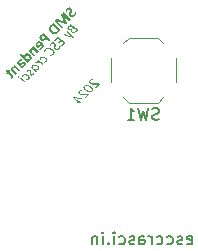
<source format=gbr>
%TF.GenerationSoftware,KiCad,Pcbnew,7.0.10*%
%TF.CreationDate,2024-09-02T03:13:39+05:30*%
%TF.ProjectId,Ki-demo,4b692d64-656d-46f2-9e6b-696361645f70,rev?*%
%TF.SameCoordinates,Original*%
%TF.FileFunction,Legend,Bot*%
%TF.FilePolarity,Positive*%
%FSLAX46Y46*%
G04 Gerber Fmt 4.6, Leading zero omitted, Abs format (unit mm)*
G04 Created by KiCad (PCBNEW 7.0.10) date 2024-09-02 03:13:39*
%MOMM*%
%LPD*%
G01*
G04 APERTURE LIST*
%ADD10C,0.150000*%
%ADD11C,0.200000*%
%ADD12C,0.120000*%
G04 APERTURE END LIST*
D10*
X95294268Y-62560200D02*
X95389506Y-62607819D01*
X95389506Y-62607819D02*
X95579982Y-62607819D01*
X95579982Y-62607819D02*
X95675220Y-62560200D01*
X95675220Y-62560200D02*
X95722839Y-62464961D01*
X95722839Y-62464961D02*
X95722839Y-62084009D01*
X95722839Y-62084009D02*
X95675220Y-61988771D01*
X95675220Y-61988771D02*
X95579982Y-61941152D01*
X95579982Y-61941152D02*
X95389506Y-61941152D01*
X95389506Y-61941152D02*
X95294268Y-61988771D01*
X95294268Y-61988771D02*
X95246649Y-62084009D01*
X95246649Y-62084009D02*
X95246649Y-62179247D01*
X95246649Y-62179247D02*
X95722839Y-62274485D01*
X94865696Y-62560200D02*
X94770458Y-62607819D01*
X94770458Y-62607819D02*
X94579982Y-62607819D01*
X94579982Y-62607819D02*
X94484744Y-62560200D01*
X94484744Y-62560200D02*
X94437125Y-62464961D01*
X94437125Y-62464961D02*
X94437125Y-62417342D01*
X94437125Y-62417342D02*
X94484744Y-62322104D01*
X94484744Y-62322104D02*
X94579982Y-62274485D01*
X94579982Y-62274485D02*
X94722839Y-62274485D01*
X94722839Y-62274485D02*
X94818077Y-62226866D01*
X94818077Y-62226866D02*
X94865696Y-62131628D01*
X94865696Y-62131628D02*
X94865696Y-62084009D01*
X94865696Y-62084009D02*
X94818077Y-61988771D01*
X94818077Y-61988771D02*
X94722839Y-61941152D01*
X94722839Y-61941152D02*
X94579982Y-61941152D01*
X94579982Y-61941152D02*
X94484744Y-61988771D01*
X93579982Y-62560200D02*
X93675220Y-62607819D01*
X93675220Y-62607819D02*
X93865696Y-62607819D01*
X93865696Y-62607819D02*
X93960934Y-62560200D01*
X93960934Y-62560200D02*
X94008553Y-62512580D01*
X94008553Y-62512580D02*
X94056172Y-62417342D01*
X94056172Y-62417342D02*
X94056172Y-62131628D01*
X94056172Y-62131628D02*
X94008553Y-62036390D01*
X94008553Y-62036390D02*
X93960934Y-61988771D01*
X93960934Y-61988771D02*
X93865696Y-61941152D01*
X93865696Y-61941152D02*
X93675220Y-61941152D01*
X93675220Y-61941152D02*
X93579982Y-61988771D01*
X92722839Y-62560200D02*
X92818077Y-62607819D01*
X92818077Y-62607819D02*
X93008553Y-62607819D01*
X93008553Y-62607819D02*
X93103791Y-62560200D01*
X93103791Y-62560200D02*
X93151410Y-62512580D01*
X93151410Y-62512580D02*
X93199029Y-62417342D01*
X93199029Y-62417342D02*
X93199029Y-62131628D01*
X93199029Y-62131628D02*
X93151410Y-62036390D01*
X93151410Y-62036390D02*
X93103791Y-61988771D01*
X93103791Y-61988771D02*
X93008553Y-61941152D01*
X93008553Y-61941152D02*
X92818077Y-61941152D01*
X92818077Y-61941152D02*
X92722839Y-61988771D01*
X92294267Y-62607819D02*
X92294267Y-61941152D01*
X92294267Y-62131628D02*
X92246648Y-62036390D01*
X92246648Y-62036390D02*
X92199029Y-61988771D01*
X92199029Y-61988771D02*
X92103791Y-61941152D01*
X92103791Y-61941152D02*
X92008553Y-61941152D01*
X91246648Y-62607819D02*
X91246648Y-62084009D01*
X91246648Y-62084009D02*
X91294267Y-61988771D01*
X91294267Y-61988771D02*
X91389505Y-61941152D01*
X91389505Y-61941152D02*
X91579981Y-61941152D01*
X91579981Y-61941152D02*
X91675219Y-61988771D01*
X91246648Y-62560200D02*
X91341886Y-62607819D01*
X91341886Y-62607819D02*
X91579981Y-62607819D01*
X91579981Y-62607819D02*
X91675219Y-62560200D01*
X91675219Y-62560200D02*
X91722838Y-62464961D01*
X91722838Y-62464961D02*
X91722838Y-62369723D01*
X91722838Y-62369723D02*
X91675219Y-62274485D01*
X91675219Y-62274485D02*
X91579981Y-62226866D01*
X91579981Y-62226866D02*
X91341886Y-62226866D01*
X91341886Y-62226866D02*
X91246648Y-62179247D01*
X90818076Y-62560200D02*
X90722838Y-62607819D01*
X90722838Y-62607819D02*
X90532362Y-62607819D01*
X90532362Y-62607819D02*
X90437124Y-62560200D01*
X90437124Y-62560200D02*
X90389505Y-62464961D01*
X90389505Y-62464961D02*
X90389505Y-62417342D01*
X90389505Y-62417342D02*
X90437124Y-62322104D01*
X90437124Y-62322104D02*
X90532362Y-62274485D01*
X90532362Y-62274485D02*
X90675219Y-62274485D01*
X90675219Y-62274485D02*
X90770457Y-62226866D01*
X90770457Y-62226866D02*
X90818076Y-62131628D01*
X90818076Y-62131628D02*
X90818076Y-62084009D01*
X90818076Y-62084009D02*
X90770457Y-61988771D01*
X90770457Y-61988771D02*
X90675219Y-61941152D01*
X90675219Y-61941152D02*
X90532362Y-61941152D01*
X90532362Y-61941152D02*
X90437124Y-61988771D01*
X89532362Y-62560200D02*
X89627600Y-62607819D01*
X89627600Y-62607819D02*
X89818076Y-62607819D01*
X89818076Y-62607819D02*
X89913314Y-62560200D01*
X89913314Y-62560200D02*
X89960933Y-62512580D01*
X89960933Y-62512580D02*
X90008552Y-62417342D01*
X90008552Y-62417342D02*
X90008552Y-62131628D01*
X90008552Y-62131628D02*
X89960933Y-62036390D01*
X89960933Y-62036390D02*
X89913314Y-61988771D01*
X89913314Y-61988771D02*
X89818076Y-61941152D01*
X89818076Y-61941152D02*
X89627600Y-61941152D01*
X89627600Y-61941152D02*
X89532362Y-61988771D01*
X89103790Y-62607819D02*
X89103790Y-61941152D01*
X89103790Y-61607819D02*
X89151409Y-61655438D01*
X89151409Y-61655438D02*
X89103790Y-61703057D01*
X89103790Y-61703057D02*
X89056171Y-61655438D01*
X89056171Y-61655438D02*
X89103790Y-61607819D01*
X89103790Y-61607819D02*
X89103790Y-61703057D01*
X88627600Y-62512580D02*
X88579981Y-62560200D01*
X88579981Y-62560200D02*
X88627600Y-62607819D01*
X88627600Y-62607819D02*
X88675219Y-62560200D01*
X88675219Y-62560200D02*
X88627600Y-62512580D01*
X88627600Y-62512580D02*
X88627600Y-62607819D01*
X88151410Y-62607819D02*
X88151410Y-61941152D01*
X88151410Y-61607819D02*
X88199029Y-61655438D01*
X88199029Y-61655438D02*
X88151410Y-61703057D01*
X88151410Y-61703057D02*
X88103791Y-61655438D01*
X88103791Y-61655438D02*
X88151410Y-61607819D01*
X88151410Y-61607819D02*
X88151410Y-61703057D01*
X87675220Y-61941152D02*
X87675220Y-62607819D01*
X87675220Y-62036390D02*
X87627601Y-61988771D01*
X87627601Y-61988771D02*
X87532363Y-61941152D01*
X87532363Y-61941152D02*
X87389506Y-61941152D01*
X87389506Y-61941152D02*
X87294268Y-61988771D01*
X87294268Y-61988771D02*
X87246649Y-62084009D01*
X87246649Y-62084009D02*
X87246649Y-62607819D01*
G36*
X85424203Y-44008069D02*
G01*
X85432768Y-44011896D01*
X85440311Y-44016561D01*
X86046353Y-44421780D01*
X86052125Y-44425581D01*
X86059309Y-44431915D01*
X86064372Y-44439412D01*
X86066248Y-44448204D01*
X86065854Y-44452718D01*
X86062995Y-44461722D01*
X86058059Y-44469800D01*
X86051793Y-44476960D01*
X85901798Y-44626955D01*
X85894213Y-44634411D01*
X85886672Y-44641567D01*
X85879175Y-44648422D01*
X85871721Y-44654977D01*
X85864311Y-44661231D01*
X85856945Y-44667184D01*
X85849623Y-44672837D01*
X85842344Y-44678190D01*
X85832707Y-44684859D01*
X85823148Y-44690994D01*
X85813552Y-44696675D01*
X85803961Y-44701981D01*
X85794375Y-44706914D01*
X85784794Y-44711472D01*
X85775218Y-44715657D01*
X85765646Y-44719468D01*
X85756080Y-44722904D01*
X85746518Y-44725967D01*
X85736988Y-44728672D01*
X85727516Y-44731038D01*
X85718103Y-44733063D01*
X85708747Y-44734749D01*
X85699450Y-44736094D01*
X85690212Y-44737100D01*
X85681031Y-44737765D01*
X85671909Y-44738091D01*
X85669620Y-44738121D01*
X85660525Y-44738061D01*
X85651533Y-44737715D01*
X85642643Y-44737082D01*
X85633855Y-44736163D01*
X85623013Y-44734611D01*
X85612331Y-44732611D01*
X85601808Y-44730164D01*
X85597610Y-44729062D01*
X85587274Y-44726022D01*
X85577167Y-44722571D01*
X85567286Y-44718711D01*
X85557634Y-44714441D01*
X85548209Y-44709762D01*
X85539012Y-44704672D01*
X85535384Y-44702512D01*
X85526525Y-44696909D01*
X85517970Y-44691018D01*
X85509719Y-44684839D01*
X85501771Y-44678371D01*
X85494126Y-44671615D01*
X85486786Y-44664570D01*
X85485387Y-44663159D01*
X85478700Y-44656036D01*
X85472521Y-44648799D01*
X85466851Y-44641449D01*
X85461690Y-44633985D01*
X85457036Y-44626406D01*
X85452124Y-44617162D01*
X85450609Y-44614053D01*
X85446538Y-44604718D01*
X85443177Y-44595371D01*
X85440527Y-44586014D01*
X85438587Y-44576646D01*
X85437357Y-44567267D01*
X85437102Y-44564139D01*
X85436775Y-44554755D01*
X85437102Y-44545371D01*
X85438086Y-44535986D01*
X85439725Y-44526602D01*
X85439955Y-44525661D01*
X85540798Y-44525661D01*
X85541867Y-44536405D01*
X85544247Y-44546848D01*
X85547939Y-44556991D01*
X85552942Y-44566831D01*
X85559256Y-44576371D01*
X85564853Y-44583329D01*
X85571187Y-44590116D01*
X85574244Y-44593104D01*
X85582108Y-44600189D01*
X85590291Y-44606729D01*
X85598793Y-44612721D01*
X85607614Y-44618168D01*
X85616753Y-44623067D01*
X85626211Y-44627421D01*
X85630049Y-44629021D01*
X85639734Y-44632569D01*
X85649548Y-44635472D01*
X85659491Y-44637730D01*
X85669564Y-44639343D01*
X85679765Y-44640310D01*
X85690095Y-44640633D01*
X85700528Y-44640276D01*
X85711036Y-44639206D01*
X85721621Y-44637422D01*
X85732281Y-44634925D01*
X85740864Y-44632414D01*
X85749496Y-44629446D01*
X85758176Y-44626022D01*
X85764686Y-44623123D01*
X85773400Y-44618671D01*
X85782153Y-44613549D01*
X85790945Y-44607757D01*
X85799775Y-44601294D01*
X85808645Y-44594161D01*
X85815322Y-44588371D01*
X85822022Y-44582205D01*
X85828743Y-44575661D01*
X85934128Y-44470276D01*
X85698333Y-44313131D01*
X85601652Y-44409812D01*
X85595116Y-44416501D01*
X85588950Y-44423126D01*
X85580399Y-44432939D01*
X85572684Y-44442605D01*
X85565805Y-44452123D01*
X85559763Y-44461494D01*
X85554556Y-44470717D01*
X85550185Y-44479793D01*
X85546651Y-44488721D01*
X85543952Y-44497501D01*
X85541654Y-44508979D01*
X85541041Y-44514615D01*
X85540798Y-44525661D01*
X85439955Y-44525661D01*
X85442020Y-44517217D01*
X85442907Y-44514083D01*
X85445945Y-44504841D01*
X85449552Y-44495839D01*
X85453727Y-44487077D01*
X85458470Y-44478556D01*
X85463781Y-44470276D01*
X85459487Y-44471964D01*
X85450894Y-44475097D01*
X85442297Y-44477905D01*
X85433694Y-44480387D01*
X85425087Y-44482544D01*
X85416475Y-44484375D01*
X85405703Y-44486206D01*
X85394924Y-44487529D01*
X85390595Y-44487934D01*
X85379811Y-44488580D01*
X85369080Y-44488702D01*
X85358402Y-44488301D01*
X85347778Y-44487376D01*
X85337206Y-44485927D01*
X85326688Y-44483954D01*
X85320357Y-44482527D01*
X85309910Y-44479767D01*
X85299592Y-44476529D01*
X85289403Y-44472812D01*
X85279343Y-44468617D01*
X85269412Y-44463944D01*
X85261560Y-44459862D01*
X85253740Y-44455466D01*
X85246056Y-44450749D01*
X85238507Y-44445712D01*
X85231095Y-44440355D01*
X85223819Y-44434676D01*
X85216678Y-44428678D01*
X85209674Y-44422358D01*
X85202806Y-44415718D01*
X85196292Y-44408903D01*
X85190274Y-44401982D01*
X85184751Y-44394953D01*
X85178544Y-44386017D01*
X85173111Y-44376914D01*
X85168453Y-44367644D01*
X85164569Y-44358207D01*
X85163215Y-44354368D01*
X85160400Y-44344669D01*
X85158397Y-44334826D01*
X85157207Y-44324839D01*
X85156828Y-44314708D01*
X85157261Y-44304432D01*
X85158507Y-44294012D01*
X85159221Y-44290097D01*
X85270379Y-44290097D01*
X85270515Y-44299113D01*
X85272061Y-44308883D01*
X85275083Y-44318260D01*
X85275509Y-44319279D01*
X85279470Y-44327305D01*
X85284422Y-44335118D01*
X85290365Y-44342718D01*
X85296378Y-44349192D01*
X85298918Y-44351679D01*
X85305567Y-44357726D01*
X85312640Y-44363531D01*
X85320139Y-44369092D01*
X85328062Y-44374411D01*
X85336411Y-44379487D01*
X85345184Y-44384320D01*
X85348775Y-44386180D01*
X85357883Y-44390442D01*
X85367181Y-44394149D01*
X85376669Y-44397303D01*
X85386346Y-44399902D01*
X85396213Y-44401947D01*
X85406270Y-44403439D01*
X85412320Y-44404039D01*
X85422474Y-44404469D01*
X85432720Y-44404185D01*
X85443058Y-44403187D01*
X85453486Y-44401477D01*
X85464005Y-44399053D01*
X85472486Y-44396600D01*
X85474595Y-44395906D01*
X85483045Y-44392667D01*
X85491520Y-44388686D01*
X85500019Y-44383961D01*
X85508543Y-44378492D01*
X85517090Y-44372281D01*
X85525662Y-44365327D01*
X85534259Y-44357629D01*
X85540722Y-44351368D01*
X85625900Y-44266189D01*
X85403162Y-44115884D01*
X85323579Y-44195466D01*
X85321932Y-44197122D01*
X85315637Y-44203636D01*
X85308424Y-44211532D01*
X85301939Y-44219155D01*
X85296183Y-44226505D01*
X85290238Y-44234964D01*
X85285342Y-44243030D01*
X85283209Y-44246974D01*
X85278869Y-44256029D01*
X85275422Y-44264876D01*
X85272868Y-44273514D01*
X85271042Y-44283132D01*
X85270379Y-44290097D01*
X85159221Y-44290097D01*
X85160054Y-44285534D01*
X85162130Y-44276963D01*
X85164736Y-44268300D01*
X85167872Y-44259545D01*
X85171537Y-44250697D01*
X85175731Y-44241757D01*
X85180455Y-44232725D01*
X85185708Y-44223600D01*
X85191520Y-44214364D01*
X85197997Y-44204919D01*
X85203292Y-44197698D01*
X85208961Y-44190360D01*
X85215004Y-44182904D01*
X85221421Y-44175330D01*
X85228213Y-44167639D01*
X85235380Y-44159831D01*
X85242920Y-44151905D01*
X85250835Y-44143862D01*
X85372541Y-44022156D01*
X85377184Y-44018005D01*
X85384948Y-44012823D01*
X85393670Y-44008896D01*
X85402229Y-44006457D01*
X85405575Y-44005859D01*
X85414724Y-44005828D01*
X85424203Y-44008069D01*
G37*
G36*
X84830538Y-44883423D02*
G01*
X84837398Y-44889479D01*
X84841419Y-44892438D01*
X84849302Y-44897076D01*
X84853698Y-44898811D01*
X84863921Y-44903567D01*
X84874248Y-44908334D01*
X84884679Y-44913111D01*
X84895214Y-44917900D01*
X84905853Y-44922700D01*
X84916595Y-44927510D01*
X84927441Y-44932332D01*
X84938391Y-44937164D01*
X84949445Y-44942008D01*
X84960602Y-44946862D01*
X84968099Y-44950104D01*
X84979433Y-44954984D01*
X84990937Y-44959831D01*
X85002610Y-44964645D01*
X85014452Y-44969427D01*
X85026464Y-44974176D01*
X85038645Y-44978891D01*
X85050996Y-44983575D01*
X85059324Y-44986678D01*
X85067727Y-44989768D01*
X85076206Y-44992842D01*
X85084760Y-44995902D01*
X85093389Y-44998948D01*
X85097731Y-45000465D01*
X85106483Y-45003482D01*
X85115327Y-45006471D01*
X85124265Y-45009433D01*
X85133297Y-45012366D01*
X85142422Y-45015271D01*
X85151641Y-45018149D01*
X85160953Y-45020998D01*
X85170359Y-45023819D01*
X85179858Y-45026613D01*
X85189450Y-45029379D01*
X85199137Y-45032116D01*
X85208916Y-45034826D01*
X85218789Y-45037508D01*
X85228756Y-45040162D01*
X85238816Y-45042788D01*
X85248970Y-45045386D01*
X85259217Y-45047965D01*
X85269597Y-45050494D01*
X85280109Y-45052973D01*
X85290753Y-45055402D01*
X85301530Y-45057781D01*
X85312439Y-45060111D01*
X85323480Y-45062391D01*
X85334654Y-45064621D01*
X85345960Y-45066802D01*
X85357398Y-45068932D01*
X85368969Y-45071013D01*
X85380672Y-45073044D01*
X85392508Y-45075025D01*
X85404476Y-45076956D01*
X85416576Y-45078838D01*
X85428808Y-45080670D01*
X85696468Y-45121705D01*
X85705486Y-45121841D01*
X85709058Y-45121238D01*
X85717704Y-45118713D01*
X85723358Y-45116265D01*
X85731402Y-45111640D01*
X85738887Y-45106128D01*
X85739990Y-45105229D01*
X85747013Y-45099342D01*
X85753913Y-45093023D01*
X85759885Y-45087198D01*
X85766112Y-45080799D01*
X85772050Y-45074266D01*
X85777814Y-45067228D01*
X85778227Y-45066681D01*
X85783220Y-45058964D01*
X85786154Y-45051293D01*
X85784173Y-45042429D01*
X85782579Y-45040878D01*
X85774188Y-45037053D01*
X85766880Y-45035749D01*
X85523313Y-45005439D01*
X85204205Y-44556076D01*
X85198830Y-44548655D01*
X85196122Y-44545196D01*
X85190171Y-44538644D01*
X85188972Y-44537424D01*
X85181832Y-44531857D01*
X85179490Y-44530740D01*
X85170634Y-44530630D01*
X85168299Y-44531362D01*
X85160108Y-44535740D01*
X85153999Y-44540377D01*
X85147223Y-44546348D01*
X85140768Y-44552443D01*
X85135658Y-44557475D01*
X85129468Y-44563763D01*
X85123138Y-44570481D01*
X85117783Y-44576594D01*
X85112317Y-44583907D01*
X85109389Y-44589339D01*
X85108636Y-44598280D01*
X85108923Y-44599132D01*
X85113165Y-44607070D01*
X85114363Y-44608613D01*
X85383888Y-44980414D01*
X85382955Y-44981347D01*
X85370778Y-44979222D01*
X85358669Y-44976984D01*
X85346628Y-44974635D01*
X85334656Y-44972174D01*
X85322752Y-44969600D01*
X85310916Y-44966915D01*
X85299149Y-44964118D01*
X85287450Y-44961208D01*
X85275819Y-44958187D01*
X85264257Y-44955053D01*
X85256586Y-44952902D01*
X85245125Y-44949597D01*
X85233708Y-44946210D01*
X85222335Y-44942741D01*
X85211005Y-44939190D01*
X85199719Y-44935557D01*
X85188477Y-44931842D01*
X85177278Y-44928045D01*
X85166123Y-44924166D01*
X85155012Y-44920205D01*
X85143944Y-44916162D01*
X85136590Y-44913422D01*
X85125592Y-44909252D01*
X85114628Y-44905019D01*
X85103701Y-44900723D01*
X85092809Y-44896365D01*
X85081952Y-44891944D01*
X85071131Y-44887460D01*
X85060345Y-44882913D01*
X85049595Y-44878303D01*
X85038881Y-44873630D01*
X85028202Y-44868895D01*
X85021102Y-44865703D01*
X85010443Y-44860838D01*
X84999801Y-44855918D01*
X84989175Y-44850943D01*
X84978566Y-44845914D01*
X84967973Y-44840830D01*
X84957397Y-44835692D01*
X84946836Y-44830499D01*
X84936293Y-44825251D01*
X84925765Y-44819949D01*
X84915254Y-44814592D01*
X84908256Y-44810990D01*
X84899532Y-44808505D01*
X84899241Y-44808503D01*
X84890337Y-44810350D01*
X84888049Y-44811301D01*
X84880115Y-44815825D01*
X84873128Y-44821249D01*
X84866257Y-44827362D01*
X84859830Y-44833424D01*
X84853501Y-44839633D01*
X84852766Y-44840367D01*
X84845973Y-44847345D01*
X84839444Y-44854561D01*
X84833822Y-44861587D01*
X84829295Y-44869123D01*
X84827776Y-44878161D01*
X84830538Y-44883423D01*
G37*
G36*
X84038441Y-45384857D02*
G01*
X84044843Y-45390986D01*
X84045435Y-45391540D01*
X84052292Y-45397186D01*
X84056471Y-45400089D01*
X84064238Y-45404943D01*
X84069994Y-45408327D01*
X84078087Y-45412234D01*
X84084449Y-45414389D01*
X84093566Y-45415632D01*
X84098128Y-45415322D01*
X84106388Y-45412215D01*
X84109008Y-45410037D01*
X84329726Y-45189319D01*
X84539719Y-45327501D01*
X84349466Y-45517754D01*
X84345225Y-45525689D01*
X84345270Y-45529100D01*
X84348864Y-45537236D01*
X84353352Y-45542468D01*
X84360301Y-45548324D01*
X84360969Y-45548841D01*
X84368060Y-45554135D01*
X84372782Y-45557545D01*
X84380323Y-45562496D01*
X84386460Y-45565939D01*
X84394711Y-45569581D01*
X84400294Y-45571379D01*
X84409270Y-45572768D01*
X84413350Y-45572622D01*
X84421627Y-45569591D01*
X84423920Y-45567648D01*
X84613706Y-45377862D01*
X84861159Y-45543245D01*
X84636089Y-45768315D01*
X84632419Y-45776349D01*
X84632514Y-45779040D01*
X84635768Y-45787371D01*
X84640286Y-45792719D01*
X84646933Y-45798652D01*
X84648213Y-45799713D01*
X84655244Y-45805093D01*
X84659871Y-45808262D01*
X84667528Y-45813006D01*
X84673083Y-45816189D01*
X84681314Y-45820221D01*
X84687072Y-45822096D01*
X84696121Y-45823272D01*
X84700595Y-45822873D01*
X84709017Y-45819405D01*
X84711320Y-45817433D01*
X84983176Y-45545577D01*
X84988764Y-45538650D01*
X84991103Y-45534541D01*
X84993547Y-45525765D01*
X84993590Y-45521484D01*
X84991482Y-45512939D01*
X84988461Y-45507029D01*
X84982204Y-45499995D01*
X84975004Y-45494681D01*
X84973072Y-45493506D01*
X84366564Y-45088753D01*
X84357933Y-45083541D01*
X84349585Y-45080010D01*
X84340390Y-45078033D01*
X84331564Y-45078252D01*
X84329415Y-45078649D01*
X84320276Y-45081327D01*
X84312268Y-45084988D01*
X84304696Y-45090210D01*
X84302059Y-45092638D01*
X84034088Y-45360609D01*
X84030037Y-45368682D01*
X84032806Y-45377979D01*
X84038441Y-45384857D01*
G37*
G36*
X83691354Y-45787278D02*
G01*
X83698039Y-45793348D01*
X83699903Y-45794895D01*
X83706967Y-45800473D01*
X83711094Y-45803288D01*
X83718676Y-45807957D01*
X83724306Y-45811215D01*
X83732393Y-45815172D01*
X83737674Y-45817122D01*
X83746433Y-45818822D01*
X83749642Y-45818832D01*
X83758067Y-45815671D01*
X83758502Y-45815257D01*
X83763095Y-45807505D01*
X83765703Y-45798864D01*
X83766274Y-45796294D01*
X83768529Y-45786922D01*
X83771260Y-45777579D01*
X83774245Y-45768552D01*
X83776377Y-45762564D01*
X83779712Y-45753848D01*
X83783598Y-45744701D01*
X83787367Y-45736517D01*
X83791540Y-45728016D01*
X83796117Y-45719198D01*
X83801296Y-45710216D01*
X83806221Y-45702723D01*
X83811700Y-45695222D01*
X83817733Y-45687713D01*
X83824320Y-45680197D01*
X83831461Y-45672674D01*
X83832955Y-45671168D01*
X83839661Y-45664715D01*
X83846410Y-45658724D01*
X83854908Y-45651883D01*
X83863475Y-45645764D01*
X83872109Y-45640365D01*
X83880812Y-45635688D01*
X83887824Y-45632465D01*
X83896597Y-45629017D01*
X83905332Y-45626153D01*
X83914029Y-45623874D01*
X83922688Y-45622179D01*
X83933028Y-45620917D01*
X83943314Y-45620496D01*
X83953411Y-45620921D01*
X83963300Y-45622077D01*
X83972981Y-45623966D01*
X83982455Y-45626587D01*
X83991721Y-45629941D01*
X83994763Y-45631221D01*
X84003607Y-45635522D01*
X84012068Y-45640380D01*
X84020146Y-45645795D01*
X84027842Y-45651768D01*
X84035155Y-45658298D01*
X84037508Y-45660599D01*
X84044330Y-45668010D01*
X84050222Y-45675673D01*
X84055186Y-45683588D01*
X84059220Y-45691754D01*
X84062326Y-45700171D01*
X84063155Y-45703032D01*
X84065097Y-45711757D01*
X84066492Y-45720679D01*
X84067341Y-45729798D01*
X84067643Y-45739113D01*
X84067399Y-45748625D01*
X84067196Y-45751839D01*
X84066264Y-45761544D01*
X84064981Y-45771424D01*
X84063349Y-45781479D01*
X84061367Y-45791708D01*
X84059449Y-45800366D01*
X84058181Y-45805620D01*
X84055943Y-45814487D01*
X84053697Y-45823407D01*
X84051444Y-45832380D01*
X84049183Y-45841406D01*
X84046914Y-45850486D01*
X84044638Y-45859618D01*
X84043725Y-45863286D01*
X84041447Y-45872538D01*
X84039275Y-45881835D01*
X84037209Y-45891178D01*
X84035249Y-45900566D01*
X84033396Y-45910000D01*
X84031649Y-45919480D01*
X84030980Y-45923284D01*
X84029481Y-45932760D01*
X84028384Y-45942243D01*
X84027690Y-45951734D01*
X84027397Y-45961232D01*
X84027508Y-45970738D01*
X84028020Y-45980252D01*
X84028337Y-45984059D01*
X84029417Y-45993520D01*
X84031006Y-46002957D01*
X84033103Y-46012372D01*
X84035708Y-46021764D01*
X84038822Y-46031134D01*
X84042445Y-46040480D01*
X84044036Y-46044213D01*
X84048399Y-46053501D01*
X84053520Y-46062713D01*
X84059401Y-46071849D01*
X84064652Y-46079104D01*
X84070388Y-46086310D01*
X84076610Y-46093467D01*
X84083318Y-46100576D01*
X84085071Y-46102345D01*
X84092189Y-46109193D01*
X84099496Y-46115688D01*
X84106991Y-46121831D01*
X84114674Y-46127621D01*
X84122546Y-46133058D01*
X84130607Y-46138143D01*
X84138856Y-46142876D01*
X84147294Y-46147256D01*
X84155920Y-46151284D01*
X84164735Y-46154960D01*
X84170716Y-46157214D01*
X84179762Y-46160322D01*
X84188891Y-46163057D01*
X84198101Y-46165422D01*
X84207394Y-46167414D01*
X84216768Y-46169036D01*
X84226225Y-46170285D01*
X84235763Y-46171163D01*
X84245383Y-46171670D01*
X84255085Y-46171804D01*
X84264870Y-46171568D01*
X84271438Y-46171203D01*
X84281302Y-46170313D01*
X84291194Y-46169039D01*
X84301113Y-46167384D01*
X84311059Y-46165345D01*
X84321033Y-46162924D01*
X84331034Y-46160121D01*
X84341062Y-46156935D01*
X84351118Y-46153367D01*
X84361201Y-46149416D01*
X84371311Y-46145083D01*
X84378067Y-46141981D01*
X84388164Y-46136995D01*
X84398171Y-46131597D01*
X84408087Y-46125786D01*
X84417914Y-46119562D01*
X84427650Y-46112926D01*
X84437296Y-46105877D01*
X84446853Y-46098416D01*
X84456318Y-46090542D01*
X84465694Y-46082256D01*
X84474980Y-46073557D01*
X84481120Y-46067528D01*
X84487675Y-46060832D01*
X84493973Y-46054112D01*
X84500013Y-46047368D01*
X84505795Y-46040599D01*
X84512662Y-46032104D01*
X84519126Y-46023571D01*
X84525188Y-46015000D01*
X84526352Y-46013281D01*
X84531928Y-46004789D01*
X84537193Y-45996411D01*
X84542146Y-45988147D01*
X84546789Y-45979996D01*
X84551120Y-45971959D01*
X84555141Y-45964037D01*
X84556662Y-45960899D01*
X84560878Y-45951754D01*
X84564669Y-45942969D01*
X84568033Y-45934544D01*
X84571420Y-45925171D01*
X84574226Y-45916290D01*
X84576625Y-45906954D01*
X84578558Y-45897728D01*
X84579819Y-45888289D01*
X84579977Y-45885358D01*
X84578130Y-45876265D01*
X84573682Y-45868571D01*
X84568786Y-45862975D01*
X84562072Y-45857147D01*
X84560392Y-45855825D01*
X84553124Y-45850732D01*
X84547646Y-45847121D01*
X84539972Y-45842419D01*
X84533346Y-45838416D01*
X84525352Y-45834411D01*
X84519202Y-45832044D01*
X84510283Y-45829921D01*
X84506145Y-45829557D01*
X84497616Y-45832323D01*
X84496353Y-45833443D01*
X84491285Y-45840870D01*
X84487959Y-45849880D01*
X84486094Y-45858001D01*
X84484073Y-45867172D01*
X84481923Y-45875834D01*
X84479415Y-45885091D01*
X84476551Y-45894943D01*
X84475214Y-45899347D01*
X84472234Y-45908429D01*
X84468773Y-45917839D01*
X84464831Y-45927577D01*
X84461179Y-45935942D01*
X84457193Y-45944535D01*
X84453763Y-45951573D01*
X84448893Y-45960474D01*
X84443317Y-45969397D01*
X84437035Y-45978343D01*
X84431501Y-45985516D01*
X84425516Y-45992703D01*
X84419079Y-45999906D01*
X84412190Y-46007122D01*
X84410397Y-46008929D01*
X84402713Y-46016346D01*
X84394970Y-46023287D01*
X84387169Y-46029752D01*
X84379310Y-46035741D01*
X84371393Y-46041255D01*
X84363417Y-46046292D01*
X84355383Y-46050853D01*
X84347290Y-46054938D01*
X84339118Y-46058569D01*
X84328977Y-46062499D01*
X84318920Y-46065754D01*
X84308947Y-46068334D01*
X84299057Y-46070238D01*
X84289250Y-46071467D01*
X84283407Y-46071880D01*
X84273663Y-46072055D01*
X84264056Y-46071607D01*
X84254586Y-46070537D01*
X84245252Y-46068844D01*
X84236055Y-46066529D01*
X84226994Y-46063592D01*
X84223409Y-46062243D01*
X84214529Y-46058469D01*
X84205962Y-46054140D01*
X84197705Y-46049258D01*
X84189759Y-46043822D01*
X84182125Y-46037831D01*
X84174802Y-46031287D01*
X84171959Y-46028514D01*
X84164979Y-46020944D01*
X84158961Y-46013155D01*
X84153905Y-46005147D01*
X84149810Y-45996922D01*
X84146677Y-45988477D01*
X84145846Y-45985614D01*
X84143688Y-45976894D01*
X84142109Y-45967989D01*
X84141109Y-45958898D01*
X84140688Y-45949621D01*
X84140846Y-45940158D01*
X84141028Y-45936962D01*
X84141824Y-45927321D01*
X84143046Y-45917516D01*
X84144695Y-45907547D01*
X84146769Y-45897414D01*
X84148824Y-45888844D01*
X84150199Y-45883648D01*
X84152522Y-45874964D01*
X84154831Y-45866204D01*
X84157125Y-45857368D01*
X84159403Y-45848457D01*
X84161666Y-45839469D01*
X84163914Y-45830405D01*
X84164809Y-45826759D01*
X84166994Y-45817608D01*
X84169081Y-45808419D01*
X84171069Y-45799193D01*
X84172958Y-45789928D01*
X84174748Y-45780625D01*
X84176440Y-45771285D01*
X84177089Y-45767538D01*
X84178405Y-45758163D01*
X84179341Y-45748789D01*
X84179899Y-45739414D01*
X84180076Y-45730039D01*
X84179874Y-45720665D01*
X84179293Y-45711290D01*
X84178954Y-45707540D01*
X84177747Y-45698124D01*
X84176070Y-45688724D01*
X84173922Y-45679339D01*
X84171304Y-45669968D01*
X84168215Y-45660613D01*
X84164655Y-45651274D01*
X84163100Y-45647542D01*
X84158685Y-45638202D01*
X84153503Y-45628929D01*
X84147555Y-45619725D01*
X84142245Y-45612411D01*
X84136444Y-45605141D01*
X84130153Y-45597915D01*
X84123371Y-45590732D01*
X84121598Y-45588943D01*
X84114991Y-45582573D01*
X84108225Y-45576520D01*
X84101301Y-45570784D01*
X84094218Y-45565365D01*
X84086976Y-45560263D01*
X84079576Y-45555478D01*
X84069463Y-45549591D01*
X84059069Y-45544268D01*
X84048392Y-45539507D01*
X84042948Y-45537339D01*
X84034640Y-45534356D01*
X84023464Y-45530894D01*
X84012177Y-45528020D01*
X84000778Y-45525733D01*
X83989267Y-45524034D01*
X83977645Y-45522923D01*
X83968855Y-45522476D01*
X83960002Y-45522359D01*
X83951086Y-45522572D01*
X83942103Y-45523101D01*
X83933106Y-45523987D01*
X83924095Y-45525232D01*
X83915071Y-45526834D01*
X83906033Y-45528795D01*
X83896982Y-45531113D01*
X83887917Y-45533789D01*
X83878838Y-45536824D01*
X83869745Y-45540216D01*
X83860639Y-45543966D01*
X83854561Y-45546665D01*
X83845482Y-45551021D01*
X83836491Y-45555754D01*
X83827588Y-45560864D01*
X83818772Y-45566351D01*
X83810043Y-45572216D01*
X83801402Y-45578457D01*
X83792848Y-45585076D01*
X83784382Y-45592071D01*
X83776003Y-45599444D01*
X83767711Y-45607193D01*
X83762232Y-45612569D01*
X83755811Y-45619165D01*
X83749664Y-45625836D01*
X83743790Y-45632583D01*
X83738188Y-45639406D01*
X83731828Y-45647694D01*
X83725860Y-45656091D01*
X83720223Y-45664519D01*
X83714968Y-45672783D01*
X83710095Y-45680884D01*
X83705605Y-45688820D01*
X83700850Y-45697872D01*
X83700214Y-45699147D01*
X83695925Y-45707891D01*
X83692172Y-45716309D01*
X83688539Y-45725528D01*
X83685605Y-45734320D01*
X83684981Y-45736451D01*
X83682664Y-45745268D01*
X83680901Y-45754107D01*
X83680318Y-45761321D01*
X83681156Y-45770440D01*
X83682649Y-45775154D01*
X83687520Y-45783041D01*
X83691354Y-45787278D01*
G37*
G36*
X83204842Y-46302391D02*
G01*
X83211414Y-46308356D01*
X83218601Y-46313958D01*
X83226002Y-46319124D01*
X83231110Y-46322442D01*
X83239280Y-46327386D01*
X83247937Y-46331765D01*
X83256893Y-46335159D01*
X83261109Y-46336275D01*
X83269852Y-46337383D01*
X83278647Y-46334761D01*
X83279761Y-46333788D01*
X83284078Y-46325715D01*
X83285508Y-46316755D01*
X83285668Y-46310784D01*
X83285707Y-46301866D01*
X83286290Y-46292054D01*
X83287246Y-46282736D01*
X83288619Y-46272733D01*
X83289088Y-46269749D01*
X83290884Y-46260485D01*
X83293357Y-46250762D01*
X83295936Y-46242308D01*
X83298986Y-46233536D01*
X83302506Y-46224446D01*
X83306496Y-46215036D01*
X83311159Y-46205358D01*
X83315589Y-46197528D01*
X83320641Y-46189620D01*
X83326314Y-46181634D01*
X83332609Y-46173571D01*
X83339526Y-46165430D01*
X83347065Y-46157212D01*
X83353127Y-46150997D01*
X83360072Y-46144298D01*
X83367151Y-46137956D01*
X83374363Y-46131973D01*
X83381710Y-46126348D01*
X83389190Y-46121081D01*
X83396805Y-46116171D01*
X83404553Y-46111620D01*
X83412435Y-46107426D01*
X83420451Y-46103591D01*
X83428601Y-46100113D01*
X83434109Y-46097993D01*
X83442420Y-46095100D01*
X83453607Y-46091672D01*
X83464916Y-46088735D01*
X83476347Y-46086288D01*
X83487899Y-46084332D01*
X83496643Y-46083186D01*
X83505455Y-46082317D01*
X83514335Y-46081724D01*
X83523284Y-46081406D01*
X83526282Y-46081362D01*
X83535299Y-46081390D01*
X83544342Y-46081651D01*
X83553409Y-46082144D01*
X83562500Y-46082870D01*
X83571617Y-46083828D01*
X83580757Y-46085017D01*
X83589923Y-46086440D01*
X83599113Y-46088094D01*
X83608327Y-46089981D01*
X83617566Y-46092099D01*
X83623740Y-46093641D01*
X83632979Y-46096111D01*
X83642160Y-46098743D01*
X83651285Y-46101536D01*
X83660352Y-46104490D01*
X83669361Y-46107605D01*
X83678314Y-46110882D01*
X83687209Y-46114319D01*
X83696046Y-46117918D01*
X83704826Y-46121678D01*
X83713549Y-46125599D01*
X83719332Y-46128303D01*
X83727914Y-46132498D01*
X83736405Y-46136804D01*
X83744806Y-46141223D01*
X83753117Y-46145753D01*
X83761338Y-46150396D01*
X83769469Y-46155150D01*
X83777510Y-46160017D01*
X83785460Y-46164996D01*
X83793320Y-46170086D01*
X83801090Y-46175289D01*
X83806220Y-46178820D01*
X83813772Y-46184204D01*
X83821153Y-46189632D01*
X83828365Y-46195104D01*
X83835408Y-46200619D01*
X83842282Y-46206179D01*
X83851183Y-46213659D01*
X83859783Y-46221217D01*
X83868082Y-46228853D01*
X83876079Y-46236566D01*
X83878032Y-46238507D01*
X83884561Y-46245189D01*
X83890800Y-46251887D01*
X83896750Y-46258602D01*
X83902411Y-46265334D01*
X83909507Y-46274334D01*
X83916089Y-46283364D01*
X83922156Y-46292423D01*
X83927708Y-46301511D01*
X83932745Y-46310629D01*
X83937192Y-46319748D01*
X83941128Y-46328844D01*
X83944555Y-46337915D01*
X83947472Y-46346962D01*
X83949879Y-46355984D01*
X83951776Y-46364982D01*
X83953163Y-46373956D01*
X83954039Y-46382906D01*
X83954401Y-46391812D01*
X83954243Y-46400655D01*
X83953566Y-46409434D01*
X83952368Y-46418151D01*
X83950651Y-46426804D01*
X83948415Y-46435394D01*
X83945658Y-46443922D01*
X83942382Y-46452386D01*
X83938552Y-46460806D01*
X83934212Y-46469124D01*
X83929362Y-46477340D01*
X83924001Y-46485454D01*
X83918131Y-46493467D01*
X83911751Y-46501377D01*
X83904861Y-46509185D01*
X83897461Y-46516891D01*
X83891089Y-46523121D01*
X83882628Y-46530951D01*
X83874205Y-46538237D01*
X83865821Y-46544979D01*
X83857476Y-46551177D01*
X83849170Y-46556831D01*
X83840903Y-46561941D01*
X83832675Y-46566507D01*
X83830624Y-46567563D01*
X83822505Y-46571582D01*
X83814546Y-46575325D01*
X83804823Y-46579614D01*
X83795350Y-46583470D01*
X83786128Y-46586894D01*
X83777157Y-46589885D01*
X83770159Y-46591966D01*
X83760057Y-46594739D01*
X83750502Y-46597227D01*
X83741493Y-46599431D01*
X83731673Y-46601643D01*
X83722596Y-46603469D01*
X83713426Y-46605567D01*
X83704967Y-46608485D01*
X83697299Y-46612853D01*
X83695240Y-46614660D01*
X83691506Y-46622758D01*
X83691820Y-46625229D01*
X83696200Y-46633447D01*
X83700525Y-46638286D01*
X83707512Y-46643815D01*
X83707830Y-46644037D01*
X83714970Y-46649173D01*
X83718555Y-46651653D01*
X83725823Y-46656856D01*
X83731301Y-46660669D01*
X83739093Y-46665521D01*
X83745290Y-46668751D01*
X83753657Y-46672601D01*
X83758502Y-46674502D01*
X83767294Y-46676445D01*
X83773734Y-46676678D01*
X83782529Y-46675870D01*
X83791792Y-46674202D01*
X83800579Y-46672275D01*
X83806220Y-46670927D01*
X83815171Y-46668450D01*
X83824538Y-46665448D01*
X83834319Y-46661922D01*
X83842787Y-46658582D01*
X83851544Y-46654879D01*
X83858758Y-46651653D01*
X83867917Y-46647335D01*
X83877228Y-46642637D01*
X83886690Y-46637560D01*
X83894370Y-46633224D01*
X83902146Y-46628646D01*
X83910020Y-46623825D01*
X83917991Y-46618762D01*
X83919999Y-46617458D01*
X83927967Y-46612112D01*
X83935863Y-46606490D01*
X83943686Y-46600591D01*
X83951436Y-46594414D01*
X83959113Y-46587961D01*
X83966717Y-46581232D01*
X83974248Y-46574225D01*
X83981707Y-46566941D01*
X83989876Y-46558535D01*
X83997654Y-46550043D01*
X84005042Y-46541467D01*
X84012039Y-46532806D01*
X84018645Y-46524061D01*
X84024860Y-46515231D01*
X84030685Y-46506316D01*
X84036119Y-46497316D01*
X84041162Y-46488232D01*
X84045815Y-46479063D01*
X84048699Y-46472903D01*
X84052662Y-46463645D01*
X84056215Y-46454349D01*
X84059358Y-46445015D01*
X84062091Y-46435642D01*
X84064414Y-46426231D01*
X84066328Y-46416782D01*
X84067832Y-46407295D01*
X84068925Y-46397769D01*
X84069609Y-46388206D01*
X84069883Y-46378604D01*
X84069839Y-46372181D01*
X84069366Y-46362521D01*
X84068472Y-46352833D01*
X84067158Y-46343118D01*
X84065423Y-46333376D01*
X84063267Y-46323606D01*
X84060691Y-46313809D01*
X84057694Y-46303985D01*
X84054276Y-46294133D01*
X84050437Y-46284254D01*
X84046177Y-46274348D01*
X84043104Y-46267728D01*
X84038129Y-46257809D01*
X84032707Y-46247929D01*
X84026836Y-46238086D01*
X84020517Y-46228282D01*
X84013750Y-46218516D01*
X84006535Y-46208788D01*
X83998872Y-46199099D01*
X83990761Y-46189447D01*
X83982202Y-46179834D01*
X83973194Y-46170260D01*
X83966940Y-46163898D01*
X83958945Y-46156056D01*
X83950756Y-46148326D01*
X83942373Y-46140708D01*
X83933796Y-46133202D01*
X83925025Y-46125808D01*
X83916060Y-46118526D01*
X83906901Y-46111356D01*
X83897548Y-46104298D01*
X83888001Y-46097352D01*
X83878260Y-46090518D01*
X83871659Y-46086025D01*
X83861613Y-46079444D01*
X83851469Y-46073048D01*
X83841227Y-46066839D01*
X83830886Y-46060815D01*
X83820447Y-46054977D01*
X83809910Y-46049325D01*
X83799274Y-46043859D01*
X83788540Y-46038578D01*
X83777707Y-46033483D01*
X83766776Y-46028574D01*
X83759434Y-46025405D01*
X83748301Y-46020830D01*
X83737106Y-46016491D01*
X83725852Y-46012386D01*
X83714538Y-46008516D01*
X83703164Y-46004881D01*
X83691729Y-46001481D01*
X83680234Y-45998316D01*
X83668680Y-45995387D01*
X83657065Y-45992692D01*
X83645390Y-45990232D01*
X83637573Y-45988722D01*
X83625806Y-45986717D01*
X83614052Y-45985016D01*
X83602312Y-45983617D01*
X83590586Y-45982522D01*
X83578873Y-45981730D01*
X83567174Y-45981241D01*
X83555488Y-45981056D01*
X83543817Y-45981174D01*
X83532159Y-45981595D01*
X83520514Y-45982320D01*
X83512759Y-45982971D01*
X83501160Y-45984230D01*
X83489622Y-45985849D01*
X83478144Y-45987829D01*
X83466726Y-45990170D01*
X83455368Y-45992871D01*
X83444070Y-45995933D01*
X83432832Y-45999356D01*
X83421654Y-46003139D01*
X83410537Y-46007283D01*
X83399479Y-46011787D01*
X83392141Y-46014991D01*
X83381223Y-46020131D01*
X83370445Y-46025699D01*
X83359806Y-46031697D01*
X83349307Y-46038124D01*
X83338946Y-46044980D01*
X83328725Y-46052264D01*
X83318644Y-46059978D01*
X83308702Y-46068121D01*
X83298899Y-46076692D01*
X83289235Y-46085693D01*
X83282870Y-46091931D01*
X83275084Y-46099951D01*
X83267657Y-46108077D01*
X83260589Y-46116310D01*
X83253881Y-46124650D01*
X83247533Y-46133097D01*
X83241544Y-46141651D01*
X83235914Y-46150312D01*
X83230644Y-46159079D01*
X83225704Y-46167793D01*
X83221143Y-46176371D01*
X83216961Y-46184814D01*
X83213157Y-46193120D01*
X83209733Y-46201290D01*
X83205985Y-46211311D01*
X83202830Y-46221120D01*
X83201733Y-46224984D01*
X83199270Y-46234320D01*
X83197225Y-46242995D01*
X83195321Y-46252535D01*
X83193860Y-46262462D01*
X83193192Y-46272223D01*
X83193184Y-46273324D01*
X83194106Y-46282662D01*
X83196873Y-46291089D01*
X83201483Y-46298607D01*
X83204842Y-46302391D01*
G37*
G36*
X82801176Y-46977446D02*
G01*
X82807976Y-46983733D01*
X82814891Y-46989263D01*
X82819207Y-46992367D01*
X82826733Y-46997125D01*
X82835035Y-47001441D01*
X82839569Y-47003403D01*
X82848337Y-47006527D01*
X82857269Y-47008355D01*
X82858998Y-47008533D01*
X82867834Y-47007489D01*
X82873143Y-47004025D01*
X82877845Y-46996292D01*
X82879662Y-46987548D01*
X82879827Y-46985217D01*
X82880478Y-46975900D01*
X82881644Y-46966283D01*
X82883160Y-46956693D01*
X82883557Y-46954441D01*
X82885558Y-46944998D01*
X82888043Y-46936290D01*
X82891211Y-46927165D01*
X82895064Y-46917623D01*
X82896925Y-46913406D01*
X82901196Y-46904803D01*
X82906549Y-46896015D01*
X82911837Y-46888549D01*
X82917876Y-46880954D01*
X82924667Y-46873230D01*
X82932208Y-46865377D01*
X82939288Y-46858666D01*
X82946538Y-46852524D01*
X82953957Y-46846950D01*
X82961547Y-46841945D01*
X82969306Y-46837508D01*
X82977236Y-46833639D01*
X82987387Y-46829602D01*
X82993605Y-46827606D01*
X83004042Y-46824812D01*
X83014562Y-46822649D01*
X83025165Y-46821115D01*
X83035852Y-46820211D01*
X83046622Y-46819937D01*
X83057476Y-46820293D01*
X83061841Y-46820611D01*
X83072714Y-46821744D01*
X83083572Y-46823392D01*
X83092247Y-46825083D01*
X83100913Y-46827103D01*
X83109568Y-46829454D01*
X83118214Y-46832136D01*
X83126851Y-46835147D01*
X83131165Y-46836777D01*
X83139702Y-46840228D01*
X83148137Y-46843820D01*
X83156470Y-46847553D01*
X83164701Y-46851427D01*
X83172829Y-46855441D01*
X83180856Y-46859597D01*
X83188781Y-46863893D01*
X83196604Y-46868330D01*
X83204256Y-46872830D01*
X83213597Y-46878545D01*
X83222687Y-46884358D01*
X83231527Y-46890269D01*
X83240116Y-46896279D01*
X83248454Y-46902388D01*
X83253337Y-46906101D01*
X83261136Y-46912287D01*
X83268502Y-46918314D01*
X83275435Y-46924182D01*
X83283183Y-46931012D01*
X83290309Y-46937613D01*
X83295771Y-46942939D01*
X83303974Y-46951485D01*
X83311444Y-46959988D01*
X83318181Y-46968447D01*
X83324187Y-46976863D01*
X83329460Y-46985234D01*
X83334001Y-46993562D01*
X83337810Y-47001846D01*
X83340886Y-47010087D01*
X83343849Y-47021006D01*
X83345511Y-47031848D01*
X83345775Y-47042585D01*
X83344704Y-47053191D01*
X83342297Y-47063666D01*
X83338555Y-47074010D01*
X83333476Y-47084222D01*
X83328791Y-47091796D01*
X83323354Y-47099295D01*
X83317166Y-47106721D01*
X83310227Y-47114073D01*
X83303125Y-47120937D01*
X83296043Y-47127305D01*
X83288981Y-47133177D01*
X83281938Y-47138554D01*
X83273161Y-47144579D01*
X83264415Y-47149829D01*
X83255699Y-47154306D01*
X83253959Y-47155108D01*
X83245318Y-47158890D01*
X83236883Y-47162270D01*
X83227030Y-47165794D01*
X83217473Y-47168740D01*
X83208210Y-47171106D01*
X83202199Y-47172361D01*
X83193474Y-47174001D01*
X83183930Y-47175637D01*
X83175071Y-47176976D01*
X83165784Y-47178142D01*
X83161475Y-47178579D01*
X83151940Y-47180081D01*
X83143022Y-47183287D01*
X83137694Y-47187128D01*
X83135673Y-47195987D01*
X83140030Y-47204066D01*
X83143134Y-47207490D01*
X83149748Y-47213577D01*
X83156968Y-47219458D01*
X83164397Y-47225051D01*
X83171935Y-47230032D01*
X83174998Y-47231893D01*
X83182903Y-47236258D01*
X83191302Y-47240270D01*
X83194272Y-47241530D01*
X83202866Y-47244276D01*
X83212055Y-47245712D01*
X83214790Y-47245882D01*
X83224342Y-47245467D01*
X83233485Y-47244151D01*
X83243037Y-47242259D01*
X83246965Y-47241375D01*
X83256407Y-47238991D01*
X83266103Y-47236058D01*
X83274615Y-47233105D01*
X83283313Y-47229748D01*
X83292196Y-47225986D01*
X83301142Y-47221784D01*
X83310142Y-47217221D01*
X83319196Y-47212298D01*
X83328306Y-47207014D01*
X83335939Y-47202335D01*
X83340537Y-47199407D01*
X83348091Y-47194361D01*
X83355500Y-47189034D01*
X83362766Y-47183426D01*
X83369887Y-47177537D01*
X83376864Y-47171367D01*
X83383697Y-47164917D01*
X83386390Y-47162258D01*
X83394911Y-47153454D01*
X83402871Y-47144645D01*
X83410270Y-47135832D01*
X83417108Y-47127013D01*
X83423385Y-47118190D01*
X83429101Y-47109362D01*
X83434256Y-47100528D01*
X83438849Y-47091690D01*
X83442882Y-47082848D01*
X83446354Y-47074000D01*
X83449265Y-47065147D01*
X83451614Y-47056290D01*
X83453403Y-47047428D01*
X83454631Y-47038561D01*
X83455298Y-47029689D01*
X83455403Y-47020812D01*
X83454916Y-47011930D01*
X83453880Y-47003041D01*
X83452298Y-46994147D01*
X83450167Y-46985246D01*
X83447489Y-46976340D01*
X83444263Y-46967427D01*
X83440489Y-46958509D01*
X83436168Y-46949584D01*
X83431299Y-46940653D01*
X83425883Y-46931716D01*
X83419918Y-46922773D01*
X83413407Y-46913824D01*
X83406347Y-46904869D01*
X83398740Y-46895908D01*
X83390585Y-46886940D01*
X83381882Y-46877967D01*
X83374973Y-46871198D01*
X83367767Y-46864415D01*
X83360265Y-46857617D01*
X83352466Y-46850805D01*
X83344371Y-46843978D01*
X83335980Y-46837136D01*
X83327293Y-46830280D01*
X83318309Y-46823409D01*
X83308998Y-46816624D01*
X83299482Y-46810022D01*
X83289763Y-46803606D01*
X83279839Y-46797374D01*
X83272263Y-46792821D01*
X83264571Y-46788372D01*
X83256765Y-46784027D01*
X83248844Y-46779785D01*
X83240809Y-46775648D01*
X83238105Y-46774292D01*
X83229908Y-46770284D01*
X83221637Y-46766421D01*
X83213292Y-46762703D01*
X83204873Y-46759130D01*
X83196381Y-46755701D01*
X83187815Y-46752417D01*
X83179175Y-46749278D01*
X83170461Y-46746284D01*
X83161674Y-46743435D01*
X83152813Y-46740731D01*
X83146864Y-46739008D01*
X83137910Y-46736602D01*
X83128943Y-46734456D01*
X83119961Y-46732569D01*
X83110966Y-46730942D01*
X83101957Y-46729575D01*
X83092935Y-46728467D01*
X83083899Y-46727619D01*
X83074849Y-46727030D01*
X83065786Y-46726701D01*
X83056709Y-46726631D01*
X83050650Y-46726729D01*
X83041543Y-46727087D01*
X83032466Y-46727754D01*
X83023419Y-46728730D01*
X83014402Y-46730015D01*
X83005415Y-46731608D01*
X82996458Y-46733510D01*
X82987532Y-46735721D01*
X82978635Y-46738241D01*
X82969768Y-46741069D01*
X82960932Y-46744206D01*
X82955057Y-46746469D01*
X82946295Y-46750175D01*
X82937613Y-46754300D01*
X82929009Y-46758842D01*
X82920485Y-46763802D01*
X82912040Y-46769181D01*
X82903674Y-46774977D01*
X82895388Y-46781192D01*
X82887181Y-46787824D01*
X82879053Y-46794875D01*
X82871004Y-46802344D01*
X82865682Y-46807555D01*
X82859296Y-46814138D01*
X82853194Y-46820830D01*
X82847376Y-46827632D01*
X82841842Y-46834542D01*
X82835745Y-46842743D01*
X82834906Y-46843927D01*
X82829122Y-46852216D01*
X82823741Y-46860490D01*
X82818761Y-46868749D01*
X82814182Y-46876993D01*
X82811746Y-46881698D01*
X82807836Y-46889911D01*
X82804402Y-46898095D01*
X82801060Y-46907411D01*
X82798340Y-46916689D01*
X82797757Y-46919002D01*
X82795668Y-46927910D01*
X82793899Y-46936934D01*
X82792654Y-46945719D01*
X82792317Y-46949623D01*
X82792155Y-46958769D01*
X82793871Y-46967031D01*
X82798588Y-46974611D01*
X82801176Y-46977446D01*
G37*
G36*
X82441344Y-47271374D02*
G01*
X82448449Y-47277020D01*
X82448805Y-47277280D01*
X82456107Y-47282887D01*
X82461861Y-47287228D01*
X82469439Y-47292707D01*
X82477319Y-47297632D01*
X82477871Y-47297953D01*
X82485852Y-47302318D01*
X82494289Y-47305995D01*
X82494814Y-47306191D01*
X82503216Y-47309045D01*
X82510046Y-47310543D01*
X82519001Y-47309170D01*
X82520150Y-47308212D01*
X82525343Y-47300966D01*
X82526367Y-47298886D01*
X82530007Y-47290383D01*
X82531807Y-47285984D01*
X82535693Y-47277695D01*
X82539734Y-47270907D01*
X82544830Y-47263686D01*
X82550894Y-47256715D01*
X82553568Y-47253965D01*
X82560944Y-47247853D01*
X82568617Y-47243277D01*
X82577535Y-47239314D01*
X82585918Y-47236478D01*
X82595167Y-47234068D01*
X82601131Y-47232826D01*
X82611519Y-47231100D01*
X82622376Y-47229905D01*
X82631401Y-47229332D01*
X82640727Y-47229099D01*
X82650355Y-47229206D01*
X82660283Y-47229653D01*
X82670513Y-47230439D01*
X82675740Y-47230960D01*
X82686315Y-47232233D01*
X82697054Y-47233875D01*
X82707959Y-47235886D01*
X82719029Y-47238266D01*
X82730264Y-47241015D01*
X82738799Y-47243319D01*
X82747426Y-47245831D01*
X82756147Y-47248551D01*
X82764960Y-47251478D01*
X82773740Y-47254626D01*
X82782476Y-47258010D01*
X82791168Y-47261628D01*
X82799816Y-47265482D01*
X82808421Y-47269570D01*
X82816982Y-47273893D01*
X82825500Y-47278452D01*
X82833973Y-47283245D01*
X82842403Y-47288273D01*
X82850789Y-47293536D01*
X82856356Y-47297176D01*
X83064950Y-47436757D01*
X83073384Y-47439507D01*
X83073965Y-47439554D01*
X83082789Y-47437936D01*
X83084690Y-47437223D01*
X83092656Y-47432770D01*
X83098990Y-47428208D01*
X83105842Y-47422363D01*
X83112894Y-47415783D01*
X83117332Y-47411421D01*
X83123661Y-47404939D01*
X83130015Y-47398003D01*
X83134274Y-47392924D01*
X83139453Y-47385324D01*
X83142201Y-47379712D01*
X83142898Y-47370912D01*
X83142823Y-47370697D01*
X83137072Y-47364635D01*
X82667658Y-47051588D01*
X82659420Y-47048635D01*
X82650403Y-47050061D01*
X82648539Y-47050811D01*
X82640464Y-47055195D01*
X82635327Y-47059049D01*
X82628394Y-47065090D01*
X82621778Y-47071375D01*
X82619628Y-47073505D01*
X82613297Y-47080011D01*
X82607291Y-47086662D01*
X82605173Y-47089203D01*
X82600085Y-47096817D01*
X82598489Y-47100861D01*
X82598644Y-47109410D01*
X82603774Y-47115472D01*
X82689419Y-47172206D01*
X82680424Y-47169701D01*
X82671316Y-47167431D01*
X82662094Y-47165396D01*
X82652758Y-47163596D01*
X82643308Y-47162032D01*
X82633744Y-47160703D01*
X82629887Y-47160237D01*
X82620222Y-47159332D01*
X82610655Y-47158753D01*
X82601187Y-47158500D01*
X82591817Y-47158574D01*
X82582547Y-47158974D01*
X82573375Y-47159700D01*
X82569733Y-47160082D01*
X82560741Y-47161269D01*
X82551931Y-47162790D01*
X82543303Y-47164645D01*
X82533190Y-47167312D01*
X82523340Y-47170459D01*
X82515331Y-47173449D01*
X82506067Y-47177431D01*
X82497393Y-47181916D01*
X82489309Y-47186903D01*
X82481815Y-47192393D01*
X82474912Y-47198386D01*
X82472742Y-47200495D01*
X82466498Y-47207155D01*
X82460552Y-47214351D01*
X82458908Y-47216505D01*
X82453387Y-47224108D01*
X82448198Y-47231925D01*
X82447251Y-47233447D01*
X82442665Y-47241141D01*
X82439168Y-47248369D01*
X82436289Y-47256813D01*
X82435904Y-47260649D01*
X82439171Y-47268948D01*
X82441344Y-47271374D01*
G37*
G36*
X82379170Y-47402561D02*
G01*
X82385134Y-47402787D01*
X82394074Y-47403317D01*
X82403010Y-47404076D01*
X82411940Y-47405065D01*
X82420864Y-47406284D01*
X82429783Y-47407732D01*
X82438697Y-47409410D01*
X82447605Y-47411317D01*
X82456507Y-47413453D01*
X82465405Y-47415820D01*
X82474296Y-47418415D01*
X82480186Y-47420273D01*
X82488960Y-47423175D01*
X82497660Y-47426216D01*
X82506286Y-47429397D01*
X82514839Y-47432717D01*
X82523317Y-47436177D01*
X82531722Y-47439775D01*
X82540053Y-47443514D01*
X82548311Y-47447391D01*
X82556494Y-47451408D01*
X82564604Y-47455564D01*
X82572616Y-47459827D01*
X82580504Y-47464164D01*
X82588270Y-47468574D01*
X82595912Y-47473058D01*
X82605911Y-47479152D01*
X82615691Y-47485376D01*
X82625253Y-47491732D01*
X82634596Y-47498219D01*
X82643721Y-47504837D01*
X82652525Y-47511528D01*
X82660984Y-47518156D01*
X82669098Y-47524721D01*
X82676867Y-47531222D01*
X82684292Y-47537661D01*
X82691371Y-47544036D01*
X82698106Y-47550348D01*
X82704496Y-47556597D01*
X82711124Y-47563380D01*
X82717562Y-47570285D01*
X82723811Y-47577311D01*
X82729871Y-47584459D01*
X82735741Y-47591728D01*
X82741421Y-47599118D01*
X82746913Y-47606630D01*
X82752214Y-47614264D01*
X82753483Y-47616190D01*
X82758292Y-47623957D01*
X82762673Y-47631821D01*
X82766627Y-47639782D01*
X82770154Y-47647841D01*
X82773961Y-47658050D01*
X82777100Y-47668412D01*
X82779571Y-47678925D01*
X82781287Y-47689548D01*
X82782161Y-47700239D01*
X82782192Y-47710999D01*
X82781380Y-47721827D01*
X82780125Y-47730539D01*
X82778330Y-47739294D01*
X82775996Y-47748093D01*
X82774561Y-47752503D01*
X82771122Y-47761314D01*
X82766925Y-47770115D01*
X82761970Y-47778907D01*
X82756258Y-47787689D01*
X82749788Y-47796462D01*
X82742560Y-47805224D01*
X82736642Y-47811790D01*
X82730298Y-47818350D01*
X82723711Y-47824635D01*
X82716853Y-47830591D01*
X82709722Y-47836215D01*
X82702320Y-47841510D01*
X82694645Y-47846474D01*
X82686698Y-47851108D01*
X82678480Y-47855412D01*
X82669989Y-47859385D01*
X82661360Y-47863118D01*
X82652726Y-47866545D01*
X82644087Y-47869665D01*
X82635444Y-47872480D01*
X82626795Y-47874989D01*
X82618142Y-47877192D01*
X82609484Y-47879089D01*
X82600821Y-47880680D01*
X82596460Y-47881366D01*
X82585661Y-47882801D01*
X82575006Y-47883834D01*
X82564495Y-47884465D01*
X82554129Y-47884694D01*
X82543906Y-47884520D01*
X82533828Y-47883944D01*
X82527899Y-47883449D01*
X82518479Y-47882370D01*
X82509635Y-47880972D01*
X82499785Y-47878873D01*
X82490764Y-47876316D01*
X82481291Y-47872752D01*
X82569578Y-47932129D01*
X82575951Y-47938501D01*
X82575018Y-47947206D01*
X82573131Y-47951250D01*
X82568335Y-47958863D01*
X82567033Y-47960529D01*
X82561113Y-47967383D01*
X82554656Y-47974096D01*
X82548041Y-47980504D01*
X82540985Y-47986792D01*
X82533796Y-47992412D01*
X82525434Y-47997411D01*
X82522705Y-47998451D01*
X82513609Y-47999488D01*
X82505228Y-47996479D01*
X82035347Y-47683899D01*
X82030218Y-47677837D01*
X82030218Y-47669132D01*
X82032197Y-47664532D01*
X82037212Y-47657164D01*
X82038587Y-47655498D01*
X82044694Y-47648644D01*
X82051202Y-47641931D01*
X82058535Y-47634895D01*
X82065304Y-47629019D01*
X82072347Y-47623724D01*
X82080113Y-47619238D01*
X82082190Y-47618338D01*
X82091345Y-47616562D01*
X82100164Y-47619082D01*
X82147882Y-47650325D01*
X82147041Y-47643958D01*
X82146268Y-47636577D01*
X82223512Y-47636577D01*
X82223729Y-47647962D01*
X82224291Y-47656758D01*
X82225194Y-47665776D01*
X82226438Y-47675015D01*
X82228025Y-47684476D01*
X82229952Y-47694157D01*
X82316530Y-47750891D01*
X82322403Y-47754719D01*
X82331237Y-47760242D01*
X82340097Y-47765502D01*
X82348985Y-47770500D01*
X82357901Y-47775236D01*
X82366843Y-47779710D01*
X82375813Y-47783921D01*
X82384811Y-47787870D01*
X82393835Y-47791557D01*
X82402887Y-47794981D01*
X82411967Y-47798143D01*
X82418015Y-47800112D01*
X82427034Y-47802873D01*
X82435991Y-47805400D01*
X82444885Y-47807696D01*
X82453716Y-47809759D01*
X82462485Y-47811590D01*
X82471190Y-47813189D01*
X82482699Y-47814960D01*
X82494097Y-47816317D01*
X82505383Y-47817262D01*
X82516465Y-47817750D01*
X82527329Y-47817816D01*
X82537974Y-47817459D01*
X82548400Y-47816679D01*
X82558608Y-47815477D01*
X82568597Y-47813852D01*
X82578367Y-47811805D01*
X82587919Y-47809335D01*
X82590267Y-47808651D01*
X82599389Y-47805657D01*
X82608083Y-47802245D01*
X82616351Y-47798415D01*
X82624190Y-47794167D01*
X82633389Y-47788270D01*
X82641920Y-47781720D01*
X82649783Y-47774517D01*
X82655299Y-47768621D01*
X82660968Y-47761495D01*
X82666269Y-47753113D01*
X82670157Y-47744656D01*
X82672632Y-47736125D01*
X82673972Y-47726410D01*
X82674108Y-47716695D01*
X82673040Y-47706981D01*
X82670766Y-47697266D01*
X82669183Y-47692399D01*
X82665897Y-47684022D01*
X82661958Y-47675823D01*
X82657363Y-47667803D01*
X82652114Y-47659962D01*
X82648811Y-47655566D01*
X82642844Y-47648036D01*
X82636639Y-47640716D01*
X82630195Y-47633603D01*
X82623514Y-47626698D01*
X82621053Y-47624263D01*
X82614619Y-47618116D01*
X82607784Y-47611886D01*
X82600545Y-47605572D01*
X82592905Y-47599175D01*
X82584862Y-47592694D01*
X82576417Y-47586130D01*
X82569396Y-47580920D01*
X82562243Y-47575784D01*
X82554960Y-47570720D01*
X82547545Y-47565729D01*
X82539999Y-47560811D01*
X82532322Y-47555966D01*
X82524514Y-47551193D01*
X82516575Y-47546494D01*
X82508494Y-47541955D01*
X82500341Y-47537585D01*
X82492115Y-47533386D01*
X82483817Y-47529357D01*
X82475445Y-47525498D01*
X82467001Y-47521809D01*
X82458483Y-47518290D01*
X82449893Y-47514941D01*
X82441288Y-47511820D01*
X82432727Y-47508985D01*
X82424210Y-47506438D01*
X82413624Y-47503656D01*
X82403108Y-47501322D01*
X82392659Y-47499436D01*
X82382279Y-47497998D01*
X82378132Y-47497538D01*
X82367867Y-47496788D01*
X82357747Y-47496606D01*
X82347770Y-47496994D01*
X82337938Y-47497951D01*
X82328250Y-47499478D01*
X82318706Y-47501573D01*
X82314924Y-47502606D01*
X82305704Y-47505732D01*
X82296818Y-47509631D01*
X82288266Y-47514305D01*
X82280048Y-47519753D01*
X82272164Y-47525975D01*
X82264614Y-47532971D01*
X82257532Y-47540548D01*
X82251130Y-47548437D01*
X82245408Y-47556636D01*
X82240366Y-47565146D01*
X82236004Y-47573967D01*
X82232323Y-47583099D01*
X82229321Y-47592542D01*
X82226999Y-47602295D01*
X82226503Y-47604785D01*
X82224899Y-47614989D01*
X82223902Y-47625586D01*
X82223512Y-47636577D01*
X82146268Y-47636577D01*
X82146051Y-47634507D01*
X82145386Y-47625173D01*
X82145046Y-47615957D01*
X82145030Y-47606858D01*
X82145341Y-47597877D01*
X82145976Y-47589013D01*
X82147329Y-47577377D01*
X82149259Y-47565950D01*
X82151768Y-47554732D01*
X82154082Y-47546474D01*
X82157928Y-47535611D01*
X82162643Y-47524919D01*
X82166750Y-47517012D01*
X82171346Y-47509200D01*
X82176431Y-47501483D01*
X82182006Y-47493862D01*
X82188069Y-47486337D01*
X82194621Y-47478908D01*
X82201663Y-47471574D01*
X82206546Y-47466807D01*
X82213969Y-47459996D01*
X82221510Y-47453592D01*
X82229168Y-47447595D01*
X82236944Y-47442006D01*
X82244837Y-47436823D01*
X82252847Y-47432047D01*
X82260975Y-47427679D01*
X82269221Y-47423718D01*
X82277584Y-47420163D01*
X82286064Y-47417016D01*
X82291747Y-47415102D01*
X82300305Y-47412483D01*
X82308903Y-47410167D01*
X82317543Y-47408155D01*
X82326224Y-47406446D01*
X82334946Y-47405040D01*
X82343709Y-47403938D01*
X82352513Y-47403139D01*
X82361357Y-47402643D01*
X82370243Y-47402450D01*
X82379170Y-47402561D01*
G37*
G36*
X81705514Y-48055078D02*
G01*
X81712401Y-48060979D01*
X81718881Y-48065647D01*
X81726570Y-48070684D01*
X81734675Y-48075185D01*
X81737067Y-48076372D01*
X81745125Y-48079994D01*
X81753752Y-48082675D01*
X81754787Y-48082901D01*
X81763588Y-48082598D01*
X81766755Y-48080569D01*
X81771668Y-48073112D01*
X81774661Y-48064203D01*
X81774838Y-48063471D01*
X81776930Y-48054924D01*
X81779310Y-48046229D01*
X81781842Y-48037651D01*
X81782454Y-48035648D01*
X81785495Y-48026310D01*
X81788900Y-48017595D01*
X81792966Y-48008493D01*
X81797065Y-48000209D01*
X81801848Y-47991672D01*
X81806740Y-47984295D01*
X81812365Y-47976863D01*
X81818722Y-47969376D01*
X81825811Y-47961835D01*
X81827064Y-47960573D01*
X81834336Y-47953695D01*
X81841694Y-47947517D01*
X81849141Y-47942038D01*
X81856675Y-47937258D01*
X81865574Y-47932566D01*
X81866856Y-47931973D01*
X81875666Y-47928309D01*
X81884417Y-47925479D01*
X81893109Y-47923481D01*
X81902969Y-47922218D01*
X81906647Y-47922025D01*
X81916167Y-47922181D01*
X81925455Y-47923269D01*
X81934509Y-47925289D01*
X81943330Y-47928243D01*
X81951704Y-47931993D01*
X81959573Y-47936558D01*
X81966936Y-47941940D01*
X81973795Y-47948138D01*
X81979828Y-47954980D01*
X81985319Y-47963459D01*
X81989144Y-47972474D01*
X81991303Y-47982024D01*
X81991825Y-47989173D01*
X81991541Y-47998037D01*
X81990689Y-48007141D01*
X81989268Y-48016485D01*
X81987279Y-48026070D01*
X81984722Y-48035895D01*
X81983743Y-48039223D01*
X81981052Y-48047646D01*
X81978224Y-48056206D01*
X81975259Y-48064902D01*
X81972158Y-48073735D01*
X81968920Y-48082704D01*
X81965546Y-48091810D01*
X81964158Y-48095491D01*
X81960787Y-48104694D01*
X81957764Y-48113943D01*
X81955091Y-48123237D01*
X81952767Y-48132577D01*
X81950793Y-48141962D01*
X81949167Y-48151393D01*
X81948614Y-48155178D01*
X81947572Y-48164639D01*
X81947069Y-48174076D01*
X81947105Y-48183491D01*
X81947679Y-48192883D01*
X81948793Y-48202253D01*
X81950445Y-48211599D01*
X81951257Y-48215331D01*
X81953865Y-48224657D01*
X81957514Y-48233884D01*
X81962202Y-48243012D01*
X81967930Y-48252041D01*
X81973261Y-48259193D01*
X81979257Y-48266283D01*
X81985919Y-48273309D01*
X81993776Y-48280792D01*
X82001880Y-48287774D01*
X82010232Y-48294256D01*
X82018832Y-48300238D01*
X82027680Y-48305719D01*
X82036775Y-48310701D01*
X82046118Y-48315182D01*
X82055709Y-48319162D01*
X82065434Y-48322572D01*
X82075255Y-48325418D01*
X82085174Y-48327701D01*
X82095190Y-48329421D01*
X82105303Y-48330577D01*
X82115513Y-48331170D01*
X82125820Y-48331199D01*
X82136225Y-48330664D01*
X82146658Y-48329533D01*
X82157131Y-48327847D01*
X82167642Y-48325608D01*
X82178192Y-48322815D01*
X82188781Y-48319468D01*
X82199409Y-48315568D01*
X82210076Y-48311114D01*
X82218101Y-48307410D01*
X82220781Y-48306106D01*
X82228766Y-48302010D01*
X82236690Y-48297592D01*
X82244555Y-48292851D01*
X82252359Y-48287789D01*
X82260103Y-48282403D01*
X82267787Y-48276696D01*
X82275411Y-48270666D01*
X82282975Y-48264313D01*
X82290479Y-48257638D01*
X82297922Y-48250641D01*
X82302851Y-48245797D01*
X82309119Y-48239355D01*
X82315098Y-48232852D01*
X82321892Y-48224968D01*
X82328271Y-48216998D01*
X82334235Y-48208939D01*
X82337980Y-48203518D01*
X82343273Y-48195518D01*
X82348195Y-48187606D01*
X82352745Y-48179781D01*
X82356923Y-48172043D01*
X82361329Y-48163126D01*
X82361917Y-48161862D01*
X82365668Y-48153231D01*
X82368900Y-48144882D01*
X82371955Y-48135687D01*
X82374330Y-48126862D01*
X82374818Y-48124713D01*
X82376534Y-48115450D01*
X82377748Y-48106197D01*
X82378242Y-48097281D01*
X82378237Y-48095802D01*
X82377282Y-48086926D01*
X82376217Y-48083522D01*
X82371483Y-48075926D01*
X82368756Y-48072953D01*
X82362126Y-48066893D01*
X82359896Y-48065026D01*
X82352491Y-48059514D01*
X82348238Y-48056788D01*
X82340411Y-48052392D01*
X82335182Y-48049638D01*
X82326951Y-48046023D01*
X82322747Y-48044664D01*
X82314076Y-48042793D01*
X82312022Y-48042643D01*
X82304406Y-48045285D01*
X82299975Y-48053313D01*
X82298185Y-48062708D01*
X82298033Y-48064404D01*
X82296922Y-48073499D01*
X82295351Y-48082620D01*
X82293500Y-48091470D01*
X82292126Y-48097356D01*
X82289759Y-48106027D01*
X82286737Y-48115173D01*
X82283061Y-48124795D01*
X82279388Y-48133422D01*
X82275961Y-48140878D01*
X82271006Y-48150058D01*
X82266076Y-48157842D01*
X82260417Y-48165748D01*
X82254030Y-48173774D01*
X82246914Y-48181923D01*
X82240697Y-48188529D01*
X82237413Y-48191861D01*
X82229907Y-48199078D01*
X82222446Y-48205674D01*
X82215031Y-48211647D01*
X82207662Y-48216998D01*
X82198878Y-48222597D01*
X82190161Y-48227300D01*
X82181547Y-48231211D01*
X82173075Y-48234433D01*
X82163371Y-48237322D01*
X82153860Y-48239274D01*
X82145862Y-48240201D01*
X82136740Y-48240442D01*
X82127871Y-48239806D01*
X82118044Y-48238004D01*
X82108548Y-48235055D01*
X82106226Y-48234139D01*
X82097240Y-48229913D01*
X82088778Y-48224852D01*
X82080841Y-48218955D01*
X82073429Y-48212223D01*
X82067079Y-48205075D01*
X82062019Y-48197622D01*
X82057745Y-48188539D01*
X82055227Y-48179040D01*
X82054466Y-48170566D01*
X82054717Y-48160323D01*
X82055547Y-48151259D01*
X82056946Y-48141933D01*
X82058913Y-48132345D01*
X82061449Y-48122494D01*
X82061927Y-48120827D01*
X82064390Y-48112363D01*
X82067021Y-48103778D01*
X82069818Y-48095071D01*
X82072783Y-48086243D01*
X82075914Y-48077293D01*
X82079213Y-48068222D01*
X82080579Y-48064559D01*
X82083782Y-48055368D01*
X82086690Y-48046153D01*
X82089302Y-48036916D01*
X82091617Y-48027656D01*
X82093637Y-48018373D01*
X82095360Y-48009067D01*
X82095967Y-48005339D01*
X82097102Y-47995964D01*
X82097691Y-47986589D01*
X82097734Y-47977214D01*
X82097230Y-47967840D01*
X82096179Y-47958465D01*
X82094583Y-47949090D01*
X82093791Y-47945341D01*
X82091130Y-47936052D01*
X82087422Y-47926840D01*
X82082666Y-47917704D01*
X82076863Y-47908643D01*
X82071467Y-47901450D01*
X82065400Y-47894304D01*
X82058663Y-47887208D01*
X82051245Y-47880145D01*
X82043605Y-47873568D01*
X82035741Y-47867477D01*
X82027653Y-47861872D01*
X82019342Y-47856752D01*
X82010808Y-47852118D01*
X82002050Y-47847970D01*
X81993069Y-47844308D01*
X81983935Y-47841138D01*
X81974718Y-47838469D01*
X81965418Y-47836300D01*
X81956036Y-47834632D01*
X81946572Y-47833464D01*
X81937025Y-47832796D01*
X81927395Y-47832628D01*
X81917683Y-47832961D01*
X81907890Y-47833840D01*
X81898098Y-47835234D01*
X81888306Y-47837143D01*
X81878513Y-47839567D01*
X81868721Y-47842506D01*
X81858928Y-47845959D01*
X81849136Y-47849928D01*
X81839343Y-47854411D01*
X81829573Y-47859373D01*
X81819924Y-47864854D01*
X81810396Y-47870856D01*
X81800990Y-47877377D01*
X81791705Y-47884417D01*
X81784821Y-47890039D01*
X81778005Y-47895953D01*
X81771258Y-47902159D01*
X81764579Y-47908658D01*
X81757496Y-47916023D01*
X81750800Y-47923567D01*
X81744491Y-47931290D01*
X81738568Y-47939191D01*
X81735357Y-47943786D01*
X81729967Y-47951758D01*
X81724949Y-47959627D01*
X81720302Y-47967391D01*
X81715447Y-47976136D01*
X81713752Y-47979381D01*
X81709604Y-47987862D01*
X81706019Y-47996051D01*
X81702660Y-48004916D01*
X81700540Y-48011556D01*
X81698208Y-48020330D01*
X81696693Y-48029656D01*
X81696499Y-48036426D01*
X81698325Y-48045169D01*
X81703333Y-48052746D01*
X81705514Y-48055078D01*
G37*
G36*
X81321433Y-48457189D02*
G01*
X81328233Y-48463476D01*
X81335148Y-48469006D01*
X81339464Y-48472110D01*
X81346990Y-48476868D01*
X81355292Y-48481184D01*
X81359826Y-48483146D01*
X81368594Y-48486270D01*
X81377526Y-48488099D01*
X81379255Y-48488276D01*
X81388091Y-48487232D01*
X81393400Y-48483768D01*
X81398102Y-48476035D01*
X81399919Y-48467291D01*
X81400084Y-48464960D01*
X81400735Y-48455643D01*
X81401901Y-48446026D01*
X81403417Y-48436436D01*
X81403814Y-48434184D01*
X81405815Y-48424742D01*
X81408300Y-48416033D01*
X81411468Y-48406908D01*
X81415321Y-48397366D01*
X81417181Y-48393149D01*
X81421453Y-48384546D01*
X81426806Y-48375758D01*
X81432094Y-48368292D01*
X81438133Y-48360697D01*
X81444923Y-48352973D01*
X81452465Y-48345120D01*
X81459545Y-48338409D01*
X81466794Y-48332267D01*
X81474214Y-48326694D01*
X81481804Y-48321688D01*
X81489563Y-48317251D01*
X81497493Y-48313382D01*
X81507644Y-48309345D01*
X81513862Y-48307349D01*
X81524299Y-48304555D01*
X81534819Y-48302392D01*
X81545422Y-48300858D01*
X81556109Y-48299954D01*
X81566879Y-48299680D01*
X81577733Y-48300036D01*
X81582098Y-48300355D01*
X81592971Y-48301487D01*
X81603829Y-48303135D01*
X81612504Y-48304826D01*
X81621170Y-48306846D01*
X81629825Y-48309197D01*
X81638471Y-48311879D01*
X81647108Y-48314890D01*
X81651422Y-48316520D01*
X81659959Y-48319971D01*
X81668394Y-48323563D01*
X81676727Y-48327296D01*
X81684957Y-48331170D01*
X81693086Y-48335184D01*
X81701113Y-48339340D01*
X81709038Y-48343636D01*
X81716861Y-48348073D01*
X81724513Y-48352573D01*
X81733854Y-48358288D01*
X81742944Y-48364101D01*
X81751784Y-48370012D01*
X81760373Y-48376022D01*
X81768711Y-48382131D01*
X81773594Y-48385844D01*
X81781393Y-48392030D01*
X81788758Y-48398057D01*
X81795692Y-48403925D01*
X81803440Y-48410755D01*
X81810566Y-48417356D01*
X81816028Y-48422682D01*
X81824230Y-48431229D01*
X81831700Y-48439731D01*
X81838438Y-48448190D01*
X81844444Y-48456606D01*
X81849717Y-48464977D01*
X81854258Y-48473305D01*
X81858067Y-48481590D01*
X81861143Y-48489830D01*
X81864106Y-48500749D01*
X81865767Y-48511591D01*
X81866032Y-48522328D01*
X81864961Y-48532934D01*
X81862554Y-48543409D01*
X81858812Y-48553753D01*
X81853733Y-48563965D01*
X81849048Y-48571539D01*
X81843611Y-48579038D01*
X81837423Y-48586464D01*
X81830484Y-48593816D01*
X81823382Y-48600680D01*
X81816300Y-48607048D01*
X81809238Y-48612920D01*
X81802194Y-48618297D01*
X81793418Y-48624322D01*
X81784672Y-48629572D01*
X81775956Y-48634049D01*
X81774216Y-48634851D01*
X81765575Y-48638633D01*
X81757140Y-48642013D01*
X81747287Y-48645537D01*
X81737730Y-48648483D01*
X81728467Y-48650849D01*
X81722456Y-48652104D01*
X81713731Y-48653744D01*
X81704187Y-48655380D01*
X81695328Y-48656719D01*
X81686041Y-48657885D01*
X81681732Y-48658322D01*
X81672197Y-48659825D01*
X81663279Y-48663030D01*
X81657951Y-48666871D01*
X81655930Y-48675731D01*
X81660287Y-48683809D01*
X81663391Y-48687233D01*
X81670005Y-48693320D01*
X81677225Y-48699201D01*
X81684654Y-48704794D01*
X81692192Y-48709775D01*
X81695255Y-48711636D01*
X81703160Y-48716001D01*
X81711558Y-48720013D01*
X81714529Y-48721273D01*
X81723123Y-48724019D01*
X81732312Y-48725455D01*
X81735046Y-48725625D01*
X81744598Y-48725210D01*
X81753742Y-48723894D01*
X81763294Y-48722002D01*
X81767222Y-48721118D01*
X81776664Y-48718734D01*
X81786360Y-48715801D01*
X81794872Y-48712848D01*
X81803570Y-48709491D01*
X81812453Y-48705730D01*
X81821399Y-48701527D01*
X81830399Y-48696964D01*
X81839453Y-48692041D01*
X81848563Y-48686757D01*
X81856196Y-48682078D01*
X81860794Y-48679150D01*
X81868347Y-48674104D01*
X81875757Y-48668777D01*
X81883023Y-48663169D01*
X81890144Y-48657280D01*
X81897121Y-48651110D01*
X81903954Y-48644660D01*
X81906647Y-48642001D01*
X81915168Y-48633197D01*
X81923128Y-48624388D01*
X81930527Y-48615575D01*
X81937365Y-48606756D01*
X81943642Y-48597933D01*
X81949358Y-48589105D01*
X81954512Y-48580271D01*
X81959106Y-48571434D01*
X81963139Y-48562591D01*
X81966611Y-48553743D01*
X81969522Y-48544891D01*
X81971871Y-48536033D01*
X81973660Y-48527171D01*
X81974888Y-48518304D01*
X81975555Y-48509432D01*
X81975660Y-48500555D01*
X81975173Y-48491673D01*
X81974137Y-48482784D01*
X81972554Y-48473890D01*
X81970424Y-48464990D01*
X81967746Y-48456083D01*
X81964520Y-48447170D01*
X81960746Y-48438252D01*
X81956425Y-48429327D01*
X81951556Y-48420396D01*
X81946140Y-48411459D01*
X81940175Y-48402516D01*
X81933664Y-48393567D01*
X81926604Y-48384612D01*
X81918997Y-48375651D01*
X81910842Y-48366683D01*
X81902139Y-48357710D01*
X81895230Y-48350941D01*
X81888024Y-48344158D01*
X81880522Y-48337360D01*
X81872723Y-48330548D01*
X81864628Y-48323721D01*
X81856237Y-48316879D01*
X81847550Y-48310023D01*
X81838566Y-48303152D01*
X81829255Y-48296367D01*
X81819739Y-48289766D01*
X81810020Y-48283349D01*
X81800096Y-48277117D01*
X81792520Y-48272564D01*
X81784828Y-48268115D01*
X81777022Y-48263770D01*
X81769101Y-48259529D01*
X81761066Y-48255391D01*
X81758362Y-48254035D01*
X81750165Y-48250027D01*
X81741894Y-48246164D01*
X81733549Y-48242446D01*
X81725130Y-48238873D01*
X81716638Y-48235444D01*
X81708072Y-48232160D01*
X81699432Y-48229021D01*
X81690718Y-48226027D01*
X81681931Y-48223178D01*
X81673070Y-48220474D01*
X81667121Y-48218751D01*
X81658167Y-48216345D01*
X81649199Y-48214199D01*
X81640218Y-48212313D01*
X81631223Y-48210685D01*
X81622214Y-48209318D01*
X81613192Y-48208210D01*
X81604156Y-48207362D01*
X81595106Y-48206773D01*
X81586043Y-48206444D01*
X81576966Y-48206374D01*
X81570907Y-48206472D01*
X81561800Y-48206830D01*
X81552723Y-48207497D01*
X81543676Y-48208473D01*
X81534659Y-48209758D01*
X81525672Y-48211351D01*
X81516715Y-48213253D01*
X81507789Y-48215464D01*
X81498892Y-48217984D01*
X81490025Y-48220812D01*
X81481189Y-48223949D01*
X81475314Y-48226212D01*
X81466552Y-48229918D01*
X81457870Y-48234043D01*
X81449266Y-48238585D01*
X81440742Y-48243545D01*
X81432297Y-48248924D01*
X81423931Y-48254720D01*
X81415645Y-48260935D01*
X81407438Y-48267567D01*
X81399310Y-48274618D01*
X81391261Y-48282087D01*
X81385939Y-48287298D01*
X81379553Y-48293881D01*
X81373451Y-48300573D01*
X81367633Y-48307375D01*
X81362099Y-48314285D01*
X81356002Y-48322486D01*
X81355163Y-48323670D01*
X81349379Y-48331959D01*
X81343998Y-48340233D01*
X81339017Y-48348492D01*
X81334439Y-48356736D01*
X81332003Y-48361441D01*
X81328093Y-48369654D01*
X81324659Y-48377838D01*
X81321317Y-48387154D01*
X81318597Y-48396432D01*
X81318014Y-48398745D01*
X81315925Y-48407653D01*
X81314156Y-48416677D01*
X81312911Y-48425462D01*
X81312574Y-48429366D01*
X81312412Y-48438512D01*
X81314128Y-48446775D01*
X81318845Y-48454354D01*
X81321433Y-48457189D01*
G37*
G36*
X80944658Y-48502265D02*
G01*
X80952605Y-48507518D01*
X80961002Y-48512345D01*
X80969713Y-48516427D01*
X80971238Y-48517031D01*
X80980200Y-48519742D01*
X80989612Y-48520902D01*
X80994553Y-48520762D01*
X81003571Y-48518903D01*
X81011987Y-48515457D01*
X81016936Y-48512679D01*
X81024210Y-48507700D01*
X81031068Y-48502181D01*
X81038221Y-48495678D01*
X81041495Y-48492472D01*
X81048073Y-48485550D01*
X81054199Y-48478234D01*
X81059500Y-48470642D01*
X81060302Y-48469313D01*
X81064073Y-48461082D01*
X81065556Y-48452159D01*
X81065432Y-48449883D01*
X81062797Y-48441466D01*
X81057689Y-48433671D01*
X81056261Y-48432008D01*
X81049951Y-48425859D01*
X81042908Y-48419981D01*
X81035505Y-48414458D01*
X81033723Y-48413200D01*
X81025638Y-48408135D01*
X81017174Y-48403545D01*
X81008495Y-48399758D01*
X81006988Y-48399211D01*
X80997910Y-48396720D01*
X80989094Y-48395539D01*
X80983362Y-48395481D01*
X80974093Y-48396888D01*
X80965674Y-48400236D01*
X80960824Y-48403097D01*
X80953632Y-48408158D01*
X80946822Y-48413725D01*
X80939692Y-48420251D01*
X80936420Y-48423459D01*
X80929855Y-48430345D01*
X80923771Y-48437533D01*
X80918551Y-48444880D01*
X80917768Y-48446153D01*
X80913974Y-48454210D01*
X80912719Y-48463442D01*
X80912950Y-48465893D01*
X80915584Y-48474689D01*
X80920693Y-48482466D01*
X80922120Y-48484079D01*
X80928860Y-48490644D01*
X80936046Y-48496348D01*
X80943733Y-48501664D01*
X80944658Y-48502265D01*
G37*
G36*
X81585207Y-48916500D02*
G01*
X81593641Y-48919250D01*
X81594222Y-48919297D01*
X81603046Y-48917679D01*
X81604947Y-48916966D01*
X81612913Y-48912513D01*
X81619247Y-48907951D01*
X81626099Y-48902106D01*
X81633151Y-48895527D01*
X81637589Y-48891164D01*
X81643918Y-48884682D01*
X81650272Y-48877746D01*
X81654531Y-48872667D01*
X81659710Y-48865067D01*
X81662458Y-48859455D01*
X81663155Y-48850656D01*
X81663080Y-48850440D01*
X81657329Y-48844378D01*
X81188381Y-48531798D01*
X81180143Y-48528844D01*
X81171126Y-48530271D01*
X81169262Y-48531020D01*
X81161276Y-48535344D01*
X81155118Y-48539880D01*
X81147963Y-48545828D01*
X81141187Y-48552062D01*
X81135844Y-48557289D01*
X81129235Y-48564118D01*
X81123282Y-48570814D01*
X81119679Y-48575319D01*
X81114422Y-48582841D01*
X81111751Y-48588531D01*
X81111191Y-48597467D01*
X81111285Y-48597702D01*
X81116259Y-48603919D01*
X81585207Y-48916500D01*
G37*
G36*
X87498458Y-49352214D02*
G01*
X87505462Y-49358028D01*
X87506851Y-49359053D01*
X87514077Y-49364117D01*
X87518820Y-49366980D01*
X87526642Y-49371301D01*
X87532498Y-49374130D01*
X87540934Y-49377369D01*
X87546643Y-49378638D01*
X87555613Y-49379179D01*
X87559544Y-49378794D01*
X87567972Y-49375397D01*
X87569958Y-49373664D01*
X87882538Y-49061084D01*
X87888440Y-49054211D01*
X87890932Y-49050204D01*
X87893261Y-49041550D01*
X87893263Y-49040411D01*
X87890911Y-49031668D01*
X87890776Y-49031396D01*
X87885654Y-49024174D01*
X87884093Y-49022536D01*
X87877644Y-49016526D01*
X87871969Y-49011656D01*
X87864544Y-49006092D01*
X87856530Y-49001192D01*
X87853161Y-48999376D01*
X87844491Y-48995413D01*
X87835852Y-48992394D01*
X87828291Y-48990361D01*
X87819245Y-48988679D01*
X87809591Y-48987908D01*
X87800383Y-48987993D01*
X87797204Y-48988185D01*
X87523794Y-49005749D01*
X87511930Y-49006487D01*
X87500296Y-49007126D01*
X87488892Y-49007667D01*
X87477717Y-49008110D01*
X87466772Y-49008454D01*
X87456056Y-49008700D01*
X87445569Y-49008847D01*
X87435312Y-49008897D01*
X87425285Y-49008847D01*
X87415487Y-49008700D01*
X87409083Y-49008547D01*
X87399626Y-49008219D01*
X87390374Y-49007816D01*
X87381327Y-49007341D01*
X87372485Y-49006791D01*
X87361014Y-49005943D01*
X87349908Y-49004965D01*
X87339166Y-49003855D01*
X87328788Y-49002614D01*
X87318775Y-49001241D01*
X87309031Y-48999750D01*
X87299617Y-48998152D01*
X87290534Y-48996447D01*
X87281781Y-48994635D01*
X87271305Y-48992220D01*
X87261344Y-48989638D01*
X87251899Y-48986889D01*
X87250073Y-48986320D01*
X87241134Y-48983476D01*
X87232583Y-48980579D01*
X87222832Y-48977032D01*
X87213639Y-48973409D01*
X87205004Y-48969710D01*
X87199556Y-48967201D01*
X87190438Y-48962729D01*
X87181990Y-48958153D01*
X87174211Y-48953472D01*
X87166141Y-48947995D01*
X87163340Y-48945907D01*
X87156180Y-48940379D01*
X87148845Y-48934323D01*
X87142273Y-48928439D01*
X87138315Y-48924612D01*
X87131973Y-48917632D01*
X87126551Y-48910546D01*
X87121399Y-48902698D01*
X87119196Y-48898965D01*
X87115174Y-48891077D01*
X87111968Y-48882800D01*
X87109579Y-48874134D01*
X87108005Y-48865080D01*
X87107412Y-48855550D01*
X87108121Y-48845612D01*
X87109810Y-48836581D01*
X87112495Y-48827238D01*
X87113445Y-48824512D01*
X87116937Y-48816266D01*
X87121467Y-48807965D01*
X87127035Y-48799610D01*
X87132469Y-48792605D01*
X87138623Y-48785563D01*
X87144066Y-48779902D01*
X87151978Y-48772369D01*
X87160171Y-48765315D01*
X87168645Y-48758738D01*
X87177399Y-48752640D01*
X87186435Y-48747020D01*
X87195751Y-48741878D01*
X87199556Y-48739955D01*
X87208963Y-48735391D01*
X87218242Y-48731124D01*
X87227391Y-48727152D01*
X87236411Y-48723476D01*
X87245302Y-48720097D01*
X87254065Y-48717013D01*
X87257533Y-48715862D01*
X87265956Y-48713110D01*
X87275603Y-48710109D01*
X87284747Y-48707435D01*
X87293388Y-48705089D01*
X87302834Y-48702766D01*
X87305407Y-48702184D01*
X87314617Y-48699911D01*
X87323397Y-48697015D01*
X87330588Y-48692858D01*
X87333783Y-48684540D01*
X87333386Y-48681667D01*
X87329397Y-48673404D01*
X87323438Y-48666434D01*
X87316782Y-48660664D01*
X87315355Y-48659595D01*
X87308045Y-48654358D01*
X87305097Y-48652134D01*
X87297622Y-48647094D01*
X87293439Y-48644829D01*
X87285208Y-48640946D01*
X87281004Y-48639233D01*
X87272640Y-48636441D01*
X87268258Y-48635192D01*
X87259362Y-48633722D01*
X87255513Y-48633637D01*
X87246281Y-48634257D01*
X87237034Y-48635840D01*
X87227142Y-48638052D01*
X87223027Y-48639077D01*
X87214278Y-48641458D01*
X87205169Y-48644287D01*
X87195699Y-48647564D01*
X87185868Y-48651289D01*
X87177400Y-48654735D01*
X87172199Y-48656952D01*
X87163358Y-48660856D01*
X87154419Y-48665086D01*
X87145380Y-48669642D01*
X87136243Y-48674524D01*
X87127007Y-48679733D01*
X87117673Y-48685268D01*
X87113911Y-48687573D01*
X87106361Y-48692355D01*
X87098941Y-48697375D01*
X87091652Y-48702633D01*
X87084495Y-48708130D01*
X87077469Y-48713864D01*
X87070574Y-48719836D01*
X87063810Y-48726046D01*
X87057177Y-48732494D01*
X87049541Y-48740341D01*
X87042369Y-48748144D01*
X87035661Y-48755904D01*
X87029418Y-48763620D01*
X87023639Y-48771292D01*
X87018325Y-48778921D01*
X87013475Y-48786505D01*
X87007731Y-48796550D01*
X87002813Y-48806518D01*
X86999666Y-48813942D01*
X86996019Y-48823691D01*
X86992924Y-48833274D01*
X86990384Y-48842693D01*
X86988397Y-48851946D01*
X86986964Y-48861034D01*
X86986085Y-48869957D01*
X86985765Y-48880878D01*
X86985988Y-48887307D01*
X86986890Y-48897737D01*
X86988429Y-48907848D01*
X86990606Y-48917640D01*
X86993420Y-48927113D01*
X86996872Y-48936268D01*
X87000961Y-48945104D01*
X87002775Y-48948549D01*
X87007488Y-48956934D01*
X87012399Y-48964894D01*
X87017507Y-48972429D01*
X87022812Y-48979539D01*
X87029438Y-48987510D01*
X87036349Y-48994869D01*
X87043236Y-49001570D01*
X87050375Y-49008151D01*
X87057765Y-49014612D01*
X87065406Y-49020953D01*
X87073298Y-49027173D01*
X87075985Y-49029220D01*
X87084280Y-49035183D01*
X87093078Y-49040950D01*
X87100794Y-49045606D01*
X87108858Y-49050125D01*
X87117272Y-49054507D01*
X87126035Y-49058752D01*
X87135137Y-49062790D01*
X87144663Y-49066646D01*
X87154615Y-49070319D01*
X87164991Y-49073810D01*
X87173598Y-49076472D01*
X87182478Y-49079017D01*
X87191629Y-49081446D01*
X87201067Y-49083782D01*
X87210883Y-49085973D01*
X87221079Y-49088018D01*
X87231653Y-49089917D01*
X87242607Y-49091671D01*
X87253939Y-49093279D01*
X87262687Y-49094389D01*
X87271648Y-49095417D01*
X87277740Y-49096057D01*
X87287042Y-49096921D01*
X87296587Y-49097705D01*
X87306375Y-49098411D01*
X87316407Y-49099037D01*
X87326682Y-49099584D01*
X87337199Y-49100051D01*
X87347960Y-49100440D01*
X87358965Y-49100749D01*
X87370212Y-49100979D01*
X87381702Y-49101130D01*
X87389498Y-49101186D01*
X87401397Y-49101157D01*
X87413606Y-49101010D01*
X87426122Y-49100745D01*
X87438948Y-49100363D01*
X87452083Y-49099863D01*
X87461010Y-49099465D01*
X87470075Y-49099015D01*
X87479278Y-49098512D01*
X87488617Y-49097957D01*
X87498094Y-49097350D01*
X87507708Y-49096690D01*
X87517459Y-49095979D01*
X87527347Y-49095215D01*
X87532343Y-49094813D01*
X87735186Y-49079114D01*
X87493950Y-49320350D01*
X87488976Y-49328122D01*
X87488976Y-49336515D01*
X87492513Y-49344714D01*
X87498016Y-49351766D01*
X87498458Y-49352214D01*
G37*
G36*
X86808513Y-49108917D02*
G01*
X86819799Y-49109570D01*
X86831148Y-49110607D01*
X86842560Y-49112028D01*
X86854036Y-49113832D01*
X86862684Y-49115438D01*
X86871367Y-49117259D01*
X86880087Y-49119296D01*
X86888841Y-49121548D01*
X86894688Y-49123153D01*
X86903450Y-49125676D01*
X86912205Y-49128339D01*
X86920951Y-49131141D01*
X86929690Y-49134082D01*
X86938420Y-49137163D01*
X86947141Y-49140383D01*
X86955855Y-49143742D01*
X86964561Y-49147241D01*
X86973258Y-49150879D01*
X86981947Y-49154656D01*
X86987706Y-49157223D01*
X86996305Y-49161156D01*
X87004854Y-49165187D01*
X87013354Y-49169316D01*
X87021805Y-49173544D01*
X87030207Y-49177870D01*
X87038559Y-49182294D01*
X87046863Y-49186817D01*
X87055117Y-49191438D01*
X87063322Y-49196158D01*
X87071477Y-49200976D01*
X87074173Y-49202589D01*
X87082195Y-49207443D01*
X87090122Y-49212316D01*
X87097953Y-49217208D01*
X87105689Y-49222120D01*
X87113328Y-49227050D01*
X87120873Y-49231999D01*
X87128321Y-49236968D01*
X87135674Y-49241956D01*
X87142932Y-49246963D01*
X87152459Y-49253668D01*
X87161788Y-49260369D01*
X87170888Y-49267026D01*
X87179760Y-49273639D01*
X87188404Y-49280209D01*
X87196819Y-49286735D01*
X87205006Y-49293217D01*
X87212965Y-49299655D01*
X87220695Y-49306050D01*
X87228103Y-49312364D01*
X87235170Y-49318485D01*
X87241898Y-49324411D01*
X87249829Y-49331545D01*
X87257229Y-49338376D01*
X87264097Y-49344903D01*
X87270435Y-49351126D01*
X87275495Y-49356254D01*
X87282825Y-49363942D01*
X87289844Y-49371624D01*
X87296552Y-49379301D01*
X87302948Y-49386972D01*
X87309033Y-49394638D01*
X87314806Y-49402298D01*
X87320268Y-49409953D01*
X87325419Y-49417603D01*
X87330257Y-49425247D01*
X87334785Y-49432885D01*
X87340259Y-49443027D01*
X87345102Y-49453169D01*
X87349313Y-49463311D01*
X87352893Y-49473454D01*
X87355841Y-49483596D01*
X87358158Y-49493738D01*
X87359844Y-49503880D01*
X87360898Y-49514022D01*
X87361311Y-49524164D01*
X87361073Y-49534306D01*
X87360184Y-49544449D01*
X87358644Y-49554591D01*
X87356453Y-49564733D01*
X87353612Y-49574875D01*
X87350119Y-49585017D01*
X87345976Y-49595159D01*
X87341073Y-49605309D01*
X87335455Y-49615473D01*
X87330773Y-49623105D01*
X87325690Y-49630746D01*
X87320205Y-49638395D01*
X87314318Y-49646052D01*
X87308030Y-49653718D01*
X87301340Y-49661391D01*
X87294248Y-49669073D01*
X87286755Y-49676763D01*
X87280622Y-49682773D01*
X87271371Y-49691373D01*
X87262060Y-49699476D01*
X87252690Y-49707081D01*
X87243259Y-49714190D01*
X87233768Y-49720801D01*
X87224217Y-49726915D01*
X87214606Y-49732532D01*
X87204934Y-49737651D01*
X87195203Y-49742273D01*
X87185411Y-49746398D01*
X87178864Y-49748899D01*
X87169046Y-49752338D01*
X87159230Y-49755403D01*
X87149417Y-49758094D01*
X87139607Y-49760411D01*
X87129800Y-49762353D01*
X87119995Y-49763921D01*
X87110193Y-49765114D01*
X87100394Y-49765933D01*
X87090597Y-49766378D01*
X87080804Y-49766449D01*
X87069685Y-49766289D01*
X87058479Y-49765730D01*
X87047186Y-49764773D01*
X87035805Y-49763418D01*
X87024337Y-49761664D01*
X87015678Y-49760088D01*
X87006971Y-49758287D01*
X86998214Y-49756263D01*
X86989408Y-49754014D01*
X86983507Y-49752391D01*
X86974675Y-49749845D01*
X86965869Y-49747165D01*
X86957087Y-49744351D01*
X86948330Y-49741404D01*
X86939597Y-49738322D01*
X86930889Y-49735107D01*
X86922205Y-49731758D01*
X86913546Y-49728274D01*
X86904912Y-49724657D01*
X86896302Y-49720906D01*
X86890579Y-49718339D01*
X86882030Y-49714403D01*
X86873521Y-49710366D01*
X86865053Y-49706228D01*
X86856627Y-49701989D01*
X86848241Y-49697649D01*
X86839896Y-49693207D01*
X86831592Y-49688665D01*
X86823329Y-49684022D01*
X86815108Y-49679277D01*
X86806927Y-49674431D01*
X86804212Y-49672798D01*
X86796136Y-49667891D01*
X86788161Y-49662970D01*
X86780287Y-49658035D01*
X86772514Y-49653086D01*
X86764843Y-49648124D01*
X86757272Y-49643148D01*
X86749803Y-49638158D01*
X86742434Y-49633155D01*
X86735167Y-49628138D01*
X86725634Y-49621428D01*
X86716308Y-49614725D01*
X86707215Y-49608060D01*
X86698355Y-49601435D01*
X86689729Y-49594848D01*
X86681335Y-49588301D01*
X86673175Y-49581792D01*
X86665248Y-49575322D01*
X86657554Y-49568891D01*
X86650110Y-49562613D01*
X86643011Y-49556524D01*
X86636256Y-49550625D01*
X86628299Y-49543517D01*
X86620880Y-49536705D01*
X86614000Y-49530190D01*
X86607659Y-49523970D01*
X86602655Y-49518900D01*
X86595402Y-49511296D01*
X86588453Y-49503695D01*
X86581807Y-49496097D01*
X86575464Y-49488502D01*
X86569424Y-49480910D01*
X86563688Y-49473320D01*
X86558255Y-49465733D01*
X86553125Y-49458149D01*
X86548298Y-49450567D01*
X86543775Y-49442988D01*
X86538189Y-49432885D01*
X86533244Y-49422782D01*
X86528941Y-49412678D01*
X86525278Y-49402575D01*
X86522257Y-49392472D01*
X86519877Y-49382369D01*
X86518138Y-49372265D01*
X86517040Y-49362162D01*
X86516520Y-49352054D01*
X86516671Y-49341936D01*
X86517164Y-49335853D01*
X86622336Y-49335853D01*
X86623047Y-49344753D01*
X86624622Y-49353773D01*
X86627074Y-49362937D01*
X86630404Y-49372247D01*
X86634610Y-49381701D01*
X86639693Y-49391300D01*
X86645654Y-49401043D01*
X86652491Y-49410932D01*
X86660206Y-49420965D01*
X86665836Y-49427734D01*
X86671856Y-49434568D01*
X86678266Y-49441466D01*
X86685066Y-49448429D01*
X86690151Y-49453416D01*
X86696986Y-49459871D01*
X86704618Y-49466840D01*
X86711587Y-49473040D01*
X86719111Y-49479597D01*
X86727189Y-49486510D01*
X86733952Y-49492254D01*
X86740954Y-49498061D01*
X86748194Y-49503931D01*
X86755672Y-49509864D01*
X86763388Y-49515861D01*
X86771342Y-49521920D01*
X86779534Y-49528043D01*
X86787964Y-49534229D01*
X86796520Y-49540444D01*
X86805246Y-49546654D01*
X86814142Y-49552859D01*
X86823209Y-49559060D01*
X86832445Y-49565255D01*
X86841851Y-49571446D01*
X86851427Y-49577632D01*
X86861174Y-49583813D01*
X86870956Y-49589913D01*
X86880797Y-49595859D01*
X86890697Y-49601649D01*
X86900654Y-49607283D01*
X86910670Y-49612762D01*
X86920744Y-49618086D01*
X86930877Y-49623254D01*
X86941067Y-49628267D01*
X86951202Y-49633088D01*
X86961322Y-49637681D01*
X86971428Y-49642045D01*
X86981519Y-49646181D01*
X86991596Y-49650089D01*
X87001658Y-49653768D01*
X87011705Y-49657219D01*
X87021738Y-49660442D01*
X87029176Y-49662638D01*
X87038932Y-49665234D01*
X87048504Y-49667452D01*
X87057891Y-49669290D01*
X87067093Y-49670750D01*
X87076110Y-49671830D01*
X87084944Y-49672532D01*
X87095725Y-49672877D01*
X87100002Y-49672850D01*
X87110538Y-49672372D01*
X87120855Y-49671310D01*
X87130951Y-49669664D01*
X87140828Y-49667434D01*
X87150484Y-49664619D01*
X87159920Y-49661219D01*
X87167289Y-49658077D01*
X87176349Y-49653506D01*
X87185243Y-49648222D01*
X87193969Y-49642225D01*
X87202529Y-49635514D01*
X87209256Y-49629632D01*
X87215877Y-49623293D01*
X87221293Y-49617666D01*
X87228674Y-49609183D01*
X87235160Y-49600648D01*
X87240754Y-49592061D01*
X87245454Y-49583422D01*
X87249260Y-49574731D01*
X87252173Y-49565989D01*
X87254193Y-49557194D01*
X87255319Y-49548347D01*
X87255552Y-49539449D01*
X87254891Y-49530498D01*
X87253344Y-49521451D01*
X87250916Y-49512261D01*
X87247610Y-49502930D01*
X87243423Y-49493456D01*
X87238356Y-49483840D01*
X87232410Y-49474083D01*
X87225584Y-49464183D01*
X87217878Y-49454141D01*
X87212252Y-49447367D01*
X87206235Y-49440530D01*
X87199827Y-49433631D01*
X87193028Y-49426668D01*
X87187946Y-49421692D01*
X87181126Y-49415280D01*
X87173519Y-49408388D01*
X87166580Y-49402276D01*
X87159093Y-49395831D01*
X87151060Y-49389052D01*
X87144260Y-49383413D01*
X87137227Y-49377686D01*
X87129960Y-49371872D01*
X87122460Y-49365970D01*
X87114727Y-49359981D01*
X87106761Y-49353904D01*
X87098562Y-49347741D01*
X87090130Y-49341489D01*
X87081471Y-49335235D01*
X87072672Y-49328986D01*
X87063732Y-49322742D01*
X87054652Y-49316503D01*
X87045430Y-49310268D01*
X87036067Y-49304039D01*
X87026564Y-49297814D01*
X87016920Y-49291594D01*
X87007142Y-49285421D01*
X86997315Y-49279412D01*
X86987440Y-49273569D01*
X86977517Y-49267891D01*
X86967545Y-49262377D01*
X86957524Y-49257029D01*
X86947455Y-49251847D01*
X86937337Y-49246829D01*
X86927139Y-49242008D01*
X86916985Y-49237416D01*
X86906874Y-49233051D01*
X86896807Y-49228915D01*
X86886784Y-49225007D01*
X86876805Y-49221328D01*
X86866869Y-49217877D01*
X86856977Y-49214654D01*
X86847175Y-49211740D01*
X86837509Y-49209214D01*
X86827979Y-49207077D01*
X86818584Y-49205328D01*
X86809326Y-49203968D01*
X86800204Y-49202996D01*
X86791218Y-49202413D01*
X86782368Y-49202219D01*
X86778055Y-49202284D01*
X86767441Y-49202838D01*
X86757071Y-49203953D01*
X86746943Y-49205631D01*
X86737059Y-49207869D01*
X86727417Y-49210670D01*
X86718018Y-49214032D01*
X86710620Y-49217204D01*
X86701551Y-49221784D01*
X86692678Y-49227046D01*
X86684003Y-49232992D01*
X86675526Y-49239621D01*
X86668886Y-49245416D01*
X86662372Y-49251648D01*
X86656881Y-49257348D01*
X86649404Y-49265929D01*
X86642836Y-49274545D01*
X86637178Y-49283197D01*
X86632430Y-49291884D01*
X86628591Y-49300607D01*
X86625663Y-49309365D01*
X86623644Y-49318159D01*
X86622535Y-49326988D01*
X86622336Y-49335853D01*
X86517164Y-49335853D01*
X86517492Y-49331808D01*
X86518983Y-49321671D01*
X86521145Y-49311524D01*
X86523976Y-49301367D01*
X86527479Y-49291201D01*
X86531651Y-49281025D01*
X86536453Y-49270832D01*
X86541997Y-49260614D01*
X86546643Y-49252935D01*
X86551708Y-49245243D01*
X86557190Y-49237536D01*
X86563090Y-49229816D01*
X86569409Y-49222083D01*
X86576145Y-49214335D01*
X86583299Y-49206574D01*
X86590872Y-49198800D01*
X86593831Y-49195872D01*
X86601275Y-49188783D01*
X86608788Y-49182020D01*
X86616369Y-49175583D01*
X86624019Y-49169473D01*
X86631737Y-49163689D01*
X86639523Y-49158231D01*
X86642636Y-49156116D01*
X86650456Y-49151026D01*
X86658328Y-49146216D01*
X86666254Y-49141688D01*
X86674233Y-49137440D01*
X86682265Y-49133473D01*
X86690350Y-49129786D01*
X86693599Y-49128393D01*
X86703397Y-49124511D01*
X86713272Y-49121078D01*
X86723222Y-49118092D01*
X86733250Y-49115555D01*
X86743354Y-49113466D01*
X86746697Y-49112864D01*
X86756750Y-49111299D01*
X86766836Y-49110095D01*
X86776954Y-49109252D01*
X86787106Y-49108769D01*
X86797290Y-49108647D01*
X86808513Y-49108917D01*
G37*
G36*
X86595690Y-50254982D02*
G01*
X86602695Y-50260796D01*
X86604084Y-50261821D01*
X86611309Y-50266885D01*
X86616052Y-50269748D01*
X86623874Y-50274068D01*
X86629731Y-50276898D01*
X86638166Y-50280137D01*
X86643875Y-50281406D01*
X86652845Y-50281947D01*
X86656776Y-50281561D01*
X86665205Y-50278165D01*
X86667191Y-50276432D01*
X86979771Y-49963852D01*
X86985672Y-49956978D01*
X86988164Y-49952971D01*
X86990493Y-49944318D01*
X86990496Y-49943179D01*
X86988143Y-49934436D01*
X86988009Y-49934163D01*
X86982886Y-49926941D01*
X86981325Y-49925304D01*
X86974876Y-49919293D01*
X86969201Y-49914423D01*
X86961776Y-49908860D01*
X86953762Y-49903960D01*
X86950393Y-49902144D01*
X86941723Y-49898180D01*
X86933084Y-49895161D01*
X86925524Y-49893129D01*
X86916477Y-49891447D01*
X86906823Y-49890676D01*
X86897615Y-49890760D01*
X86894437Y-49890953D01*
X86621026Y-49908517D01*
X86609163Y-49909254D01*
X86597529Y-49909894D01*
X86586124Y-49910435D01*
X86574949Y-49910877D01*
X86564004Y-49911222D01*
X86553288Y-49911468D01*
X86542802Y-49911615D01*
X86532545Y-49911664D01*
X86522517Y-49911615D01*
X86512720Y-49911468D01*
X86506315Y-49911315D01*
X86496858Y-49910986D01*
X86487606Y-49910584D01*
X86478559Y-49910108D01*
X86469717Y-49909559D01*
X86458247Y-49908711D01*
X86447140Y-49907732D01*
X86436398Y-49906622D01*
X86426021Y-49905381D01*
X86416007Y-49904009D01*
X86406263Y-49902518D01*
X86396850Y-49900920D01*
X86387767Y-49899215D01*
X86379014Y-49897403D01*
X86368537Y-49894988D01*
X86358576Y-49892406D01*
X86349132Y-49889657D01*
X86347305Y-49889087D01*
X86338367Y-49886243D01*
X86329815Y-49883347D01*
X86320065Y-49879800D01*
X86310872Y-49876177D01*
X86302236Y-49872478D01*
X86296788Y-49869969D01*
X86287671Y-49865497D01*
X86279222Y-49860920D01*
X86271444Y-49856240D01*
X86263373Y-49850763D01*
X86260572Y-49848674D01*
X86253412Y-49843146D01*
X86246078Y-49837090D01*
X86239505Y-49831207D01*
X86235547Y-49827380D01*
X86229205Y-49820400D01*
X86223783Y-49813314D01*
X86218631Y-49805466D01*
X86216428Y-49801733D01*
X86212407Y-49793844D01*
X86209201Y-49785567D01*
X86206811Y-49776902D01*
X86205237Y-49767848D01*
X86204645Y-49758318D01*
X86205354Y-49748380D01*
X86207042Y-49739349D01*
X86209727Y-49730006D01*
X86210677Y-49727279D01*
X86214169Y-49719033D01*
X86218699Y-49710733D01*
X86224268Y-49702377D01*
X86229701Y-49695373D01*
X86235855Y-49688331D01*
X86241298Y-49682669D01*
X86249210Y-49675137D01*
X86257403Y-49668082D01*
X86265877Y-49661506D01*
X86274632Y-49655407D01*
X86283667Y-49649787D01*
X86292983Y-49644645D01*
X86296788Y-49642723D01*
X86306196Y-49638159D01*
X86315474Y-49633891D01*
X86324623Y-49629920D01*
X86333644Y-49626244D01*
X86342535Y-49622864D01*
X86351297Y-49619781D01*
X86354766Y-49618630D01*
X86363189Y-49615878D01*
X86372835Y-49612876D01*
X86381979Y-49610202D01*
X86390621Y-49607856D01*
X86400067Y-49605533D01*
X86402640Y-49604952D01*
X86411849Y-49602679D01*
X86420629Y-49599782D01*
X86427820Y-49595626D01*
X86431016Y-49587307D01*
X86430618Y-49584434D01*
X86426629Y-49576172D01*
X86420670Y-49569202D01*
X86414015Y-49563431D01*
X86412588Y-49562363D01*
X86405277Y-49557126D01*
X86402329Y-49554902D01*
X86394854Y-49549862D01*
X86390671Y-49547596D01*
X86382441Y-49543714D01*
X86378236Y-49542000D01*
X86369872Y-49539208D01*
X86365491Y-49537959D01*
X86356595Y-49536490D01*
X86352745Y-49536405D01*
X86343514Y-49537024D01*
X86334266Y-49538607D01*
X86324374Y-49540820D01*
X86320259Y-49541845D01*
X86311510Y-49544226D01*
X86302401Y-49547055D01*
X86292931Y-49550331D01*
X86283100Y-49554056D01*
X86274633Y-49557503D01*
X86269432Y-49559720D01*
X86260591Y-49563623D01*
X86251651Y-49567853D01*
X86242612Y-49572409D01*
X86233475Y-49577292D01*
X86224240Y-49582500D01*
X86214905Y-49588035D01*
X86211144Y-49590341D01*
X86203593Y-49595123D01*
X86196173Y-49600143D01*
X86188885Y-49605401D01*
X86181728Y-49610897D01*
X86174701Y-49616631D01*
X86167806Y-49622603D01*
X86161043Y-49628813D01*
X86154410Y-49635262D01*
X86146773Y-49643109D01*
X86139601Y-49650912D01*
X86132893Y-49658672D01*
X86126650Y-49666388D01*
X86120871Y-49674060D01*
X86115557Y-49681688D01*
X86110707Y-49689273D01*
X86104964Y-49699318D01*
X86100045Y-49709285D01*
X86096899Y-49716710D01*
X86093251Y-49726458D01*
X86090157Y-49736042D01*
X86087616Y-49745460D01*
X86085630Y-49754714D01*
X86084197Y-49763802D01*
X86083318Y-49772725D01*
X86082997Y-49783646D01*
X86083220Y-49790075D01*
X86084122Y-49800505D01*
X86085661Y-49810616D01*
X86087838Y-49820408D01*
X86090652Y-49829881D01*
X86094104Y-49839036D01*
X86098193Y-49847871D01*
X86100007Y-49851317D01*
X86104721Y-49859702D01*
X86109631Y-49867662D01*
X86114739Y-49875196D01*
X86120044Y-49882306D01*
X86126671Y-49890277D01*
X86133581Y-49897636D01*
X86140469Y-49904338D01*
X86147607Y-49910919D01*
X86154997Y-49917380D01*
X86162638Y-49923720D01*
X86170531Y-49929941D01*
X86173217Y-49931987D01*
X86181513Y-49937951D01*
X86190310Y-49943718D01*
X86198026Y-49948373D01*
X86206091Y-49952892D01*
X86214505Y-49957274D01*
X86223268Y-49961520D01*
X86232369Y-49965558D01*
X86241896Y-49969413D01*
X86251847Y-49973087D01*
X86262224Y-49976578D01*
X86270831Y-49979240D01*
X86279710Y-49981785D01*
X86288861Y-49984214D01*
X86298299Y-49986550D01*
X86308116Y-49988741D01*
X86318311Y-49990786D01*
X86328886Y-49992685D01*
X86339839Y-49994438D01*
X86351171Y-49996046D01*
X86359919Y-49997156D01*
X86368880Y-49998185D01*
X86374972Y-49998825D01*
X86384274Y-49999688D01*
X86393819Y-50000473D01*
X86403608Y-50001178D01*
X86413639Y-50001805D01*
X86423914Y-50002351D01*
X86434432Y-50002819D01*
X86445193Y-50003208D01*
X86456197Y-50003517D01*
X86467444Y-50003747D01*
X86478935Y-50003897D01*
X86486730Y-50003954D01*
X86498630Y-50003924D01*
X86510838Y-50003777D01*
X86523355Y-50003513D01*
X86536181Y-50003131D01*
X86549315Y-50002631D01*
X86558243Y-50002233D01*
X86567308Y-50001782D01*
X86576510Y-50001279D01*
X86585849Y-50000725D01*
X86595326Y-50000117D01*
X86604940Y-49999458D01*
X86614691Y-49998746D01*
X86624580Y-49997983D01*
X86629575Y-49997581D01*
X86832418Y-49981882D01*
X86591183Y-50223118D01*
X86586209Y-50230889D01*
X86586209Y-50239283D01*
X86589745Y-50247482D01*
X86595248Y-50254533D01*
X86595690Y-50254982D01*
G37*
G36*
X86321036Y-50201978D02*
G01*
X86329818Y-50203300D01*
X86338445Y-50205709D01*
X86346839Y-50208817D01*
X86355232Y-50212548D01*
X86363470Y-50216589D01*
X86371708Y-50220941D01*
X86379012Y-50225313D01*
X86386630Y-50230268D01*
X86391446Y-50233626D01*
X86398599Y-50239127D01*
X86400152Y-50240502D01*
X86406837Y-50246744D01*
X86412298Y-50253455D01*
X86415386Y-50261821D01*
X86413134Y-50270356D01*
X86407303Y-50277675D01*
X86173839Y-50511139D01*
X86313109Y-50604089D01*
X86319016Y-50609685D01*
X86319071Y-50609920D01*
X86317928Y-50618856D01*
X86315179Y-50624468D01*
X86310000Y-50632068D01*
X86305741Y-50637146D01*
X86299388Y-50644083D01*
X86293058Y-50650564D01*
X86288621Y-50654927D01*
X86281568Y-50661506D01*
X86274717Y-50667351D01*
X86267865Y-50672273D01*
X86260106Y-50676677D01*
X86257729Y-50677728D01*
X86249070Y-50679631D01*
X86248788Y-50679619D01*
X86240210Y-50676988D01*
X86100474Y-50584504D01*
X86036590Y-50648388D01*
X86035067Y-50649747D01*
X86026953Y-50653362D01*
X86023104Y-50653830D01*
X86014207Y-50653362D01*
X86008983Y-50652262D01*
X86000374Y-50649165D01*
X85994767Y-50646586D01*
X85986851Y-50642171D01*
X85982458Y-50639518D01*
X85975193Y-50634554D01*
X85973377Y-50633161D01*
X85966644Y-50627249D01*
X85961187Y-50620780D01*
X85957318Y-50612638D01*
X85957080Y-50606501D01*
X85961670Y-50598960D01*
X86025554Y-50535076D01*
X85592667Y-50247365D01*
X85591649Y-50246474D01*
X85588470Y-50238195D01*
X85589417Y-50232257D01*
X85593133Y-50224206D01*
X85596188Y-50219326D01*
X85597794Y-50217056D01*
X85732092Y-50217056D01*
X86098609Y-50462021D01*
X86281245Y-50279385D01*
X85732870Y-50216278D01*
X85732092Y-50217056D01*
X85597794Y-50217056D01*
X85601332Y-50212054D01*
X85607122Y-50204621D01*
X85611388Y-50199508D01*
X85617614Y-50192497D01*
X85623851Y-50185852D01*
X85630749Y-50178818D01*
X85634906Y-50174691D01*
X85641274Y-50168498D01*
X85648020Y-50162135D01*
X85654997Y-50155814D01*
X85659607Y-50151867D01*
X85667130Y-50146034D01*
X85674737Y-50141048D01*
X85682804Y-50136596D01*
X85691368Y-50133121D01*
X85695977Y-50131967D01*
X85705047Y-50131566D01*
X86321036Y-50201978D01*
G37*
D11*
G36*
X85355761Y-43311942D02*
G01*
X85365111Y-43320967D01*
X85374573Y-43329455D01*
X85384147Y-43337405D01*
X85393834Y-43344818D01*
X85403633Y-43351694D01*
X85413545Y-43358032D01*
X85423569Y-43363833D01*
X85433705Y-43369097D01*
X85443953Y-43373823D01*
X85454314Y-43378012D01*
X85461284Y-43380506D01*
X85471782Y-43383843D01*
X85482292Y-43386731D01*
X85492814Y-43389170D01*
X85503349Y-43391160D01*
X85513895Y-43392700D01*
X85524454Y-43393791D01*
X85535025Y-43394432D01*
X85545608Y-43394625D01*
X85556203Y-43394368D01*
X85566810Y-43393661D01*
X85573888Y-43392941D01*
X85584465Y-43391539D01*
X85595018Y-43389731D01*
X85605546Y-43387516D01*
X85616050Y-43384894D01*
X85626530Y-43381865D01*
X85636985Y-43378429D01*
X85647416Y-43374587D01*
X85657823Y-43370338D01*
X85668206Y-43365682D01*
X85678564Y-43360619D01*
X85685456Y-43357018D01*
X85695693Y-43351287D01*
X85705808Y-43345235D01*
X85715802Y-43338861D01*
X85725675Y-43332165D01*
X85735426Y-43325147D01*
X85745056Y-43317807D01*
X85754564Y-43310146D01*
X85763951Y-43302162D01*
X85773216Y-43293857D01*
X85782360Y-43285230D01*
X85788389Y-43279300D01*
X85796392Y-43271129D01*
X85804083Y-43262937D01*
X85811461Y-43254722D01*
X85818526Y-43246486D01*
X85825278Y-43238229D01*
X85831716Y-43229950D01*
X85837842Y-43221649D01*
X85843654Y-43213327D01*
X85849133Y-43205102D01*
X85855601Y-43195002D01*
X85861647Y-43185106D01*
X85867272Y-43175411D01*
X85872475Y-43165919D01*
X85877256Y-43156629D01*
X85879923Y-43151153D01*
X85884051Y-43142242D01*
X85888503Y-43131960D01*
X85892409Y-43122128D01*
X85895769Y-43112745D01*
X85898998Y-43102367D01*
X85899784Y-43099514D01*
X85902428Y-43088817D01*
X85904500Y-43078253D01*
X85905681Y-43068343D01*
X85905829Y-43064109D01*
X85904436Y-43054362D01*
X85900941Y-43044915D01*
X85896502Y-43036821D01*
X85890232Y-43028046D01*
X85883938Y-43020371D01*
X85876405Y-43011952D01*
X85868961Y-43004144D01*
X85864897Y-43000035D01*
X85857633Y-42992879D01*
X85850054Y-42985679D01*
X85842370Y-42978737D01*
X85838819Y-42975684D01*
X85830788Y-42969547D01*
X85822401Y-42964230D01*
X85819130Y-42962558D01*
X85809728Y-42959462D01*
X85804278Y-42959449D01*
X85795242Y-42963223D01*
X85793052Y-42965149D01*
X85787720Y-42973786D01*
X85784600Y-42983315D01*
X85782517Y-42992954D01*
X85780606Y-43002586D01*
X85778200Y-43013043D01*
X85775743Y-43022665D01*
X85772922Y-43032894D01*
X85769736Y-43043730D01*
X85766653Y-43053206D01*
X85763122Y-43062960D01*
X85759144Y-43072993D01*
X85754719Y-43083304D01*
X85749847Y-43093893D01*
X85744529Y-43104760D01*
X85742276Y-43109185D01*
X85737432Y-43118077D01*
X85732054Y-43126963D01*
X85726142Y-43135844D01*
X85719695Y-43144719D01*
X85712714Y-43153589D01*
X85705198Y-43162454D01*
X85697149Y-43171313D01*
X85688565Y-43180167D01*
X85681253Y-43187192D01*
X85673891Y-43193694D01*
X85664990Y-43200806D01*
X85656016Y-43207165D01*
X85646970Y-43212771D01*
X85640898Y-43216090D01*
X85631803Y-43220454D01*
X85621283Y-43224623D01*
X85610863Y-43227802D01*
X85600542Y-43229988D01*
X85593231Y-43230943D01*
X85582937Y-43231388D01*
X85572759Y-43230759D01*
X85562697Y-43229055D01*
X85552751Y-43226277D01*
X85547119Y-43224207D01*
X85537310Y-43219782D01*
X85527832Y-43214366D01*
X85518685Y-43207957D01*
X85511108Y-43201675D01*
X85504978Y-43195883D01*
X85497573Y-43187652D01*
X85491418Y-43179020D01*
X85486514Y-43169988D01*
X85482861Y-43160554D01*
X85480459Y-43150720D01*
X85479936Y-43147353D01*
X85478888Y-43137116D01*
X85478592Y-43126612D01*
X85479050Y-43115841D01*
X85480260Y-43104803D01*
X85482223Y-43093497D01*
X85483045Y-43089669D01*
X85485314Y-43080028D01*
X85487912Y-43070210D01*
X85490839Y-43060214D01*
X85494095Y-43050042D01*
X85497680Y-43039692D01*
X85501594Y-43029165D01*
X85503251Y-43024905D01*
X85507370Y-43014151D01*
X85511522Y-43003263D01*
X85515708Y-42992239D01*
X85519928Y-42981081D01*
X85524182Y-42969787D01*
X85528469Y-42958359D01*
X85530194Y-42953750D01*
X85533491Y-42944483D01*
X85536648Y-42935163D01*
X85539665Y-42925788D01*
X85542542Y-42916359D01*
X85545278Y-42906877D01*
X85547874Y-42897340D01*
X85550330Y-42887749D01*
X85552645Y-42878105D01*
X85554680Y-42868460D01*
X85556380Y-42858783D01*
X85557745Y-42849074D01*
X85558776Y-42839332D01*
X85559473Y-42829558D01*
X85559834Y-42819752D01*
X85559861Y-42809913D01*
X85559553Y-42800042D01*
X85558811Y-42790190D01*
X85557621Y-42780321D01*
X85555983Y-42770436D01*
X85553897Y-42760535D01*
X85551363Y-42750618D01*
X85548382Y-42740685D01*
X85544952Y-42730736D01*
X85541074Y-42720770D01*
X85536532Y-42710804D01*
X85531284Y-42700855D01*
X85525328Y-42690921D01*
X85518665Y-42681004D01*
X85511296Y-42671104D01*
X85503219Y-42661219D01*
X85496698Y-42653816D01*
X85489778Y-42646422D01*
X85484945Y-42641498D01*
X85476410Y-42633258D01*
X85467776Y-42625507D01*
X85459041Y-42618245D01*
X85450206Y-42611471D01*
X85441271Y-42605187D01*
X85432236Y-42599391D01*
X85423101Y-42594084D01*
X85413865Y-42589265D01*
X85404530Y-42584936D01*
X85395094Y-42581095D01*
X85388747Y-42578806D01*
X85379164Y-42575708D01*
X85369583Y-42573019D01*
X85360006Y-42570741D01*
X85347240Y-42568341D01*
X85334480Y-42566669D01*
X85321726Y-42565726D01*
X85308976Y-42565511D01*
X85296233Y-42566025D01*
X85286678Y-42566889D01*
X85273920Y-42568692D01*
X85261204Y-42571164D01*
X85251696Y-42573457D01*
X85242212Y-42576126D01*
X85232752Y-42579172D01*
X85223317Y-42582595D01*
X85213906Y-42586393D01*
X85204519Y-42590569D01*
X85195156Y-42595120D01*
X85185818Y-42600049D01*
X85176517Y-42605337D01*
X85167332Y-42610905D01*
X85158262Y-42616752D01*
X85149307Y-42622878D01*
X85140468Y-42629284D01*
X85131744Y-42635969D01*
X85123135Y-42642933D01*
X85114642Y-42650176D01*
X85106264Y-42657699D01*
X85098001Y-42665501D01*
X85092557Y-42670858D01*
X85085683Y-42677909D01*
X85078987Y-42685137D01*
X85072467Y-42692541D01*
X85066125Y-42700123D01*
X85059960Y-42707883D01*
X85053972Y-42715819D01*
X85051626Y-42719043D01*
X85045828Y-42727126D01*
X85039238Y-42736792D01*
X85033049Y-42746422D01*
X85027261Y-42756015D01*
X85021873Y-42765572D01*
X85019330Y-42770336D01*
X85014491Y-42779818D01*
X85010077Y-42789094D01*
X85006087Y-42798163D01*
X85001971Y-42808483D01*
X84998432Y-42818521D01*
X84995119Y-42828959D01*
X84992552Y-42838818D01*
X84991042Y-42848861D01*
X84991006Y-42850817D01*
X84991676Y-42860947D01*
X84992906Y-42865843D01*
X84997127Y-42874828D01*
X84998951Y-42877759D01*
X85004955Y-42886047D01*
X85011213Y-42893476D01*
X85017827Y-42900721D01*
X85025042Y-42908259D01*
X85031765Y-42915064D01*
X85039430Y-42922620D01*
X85047242Y-42930055D01*
X85054979Y-42937064D01*
X85056289Y-42938206D01*
X85064338Y-42944791D01*
X85072704Y-42950617D01*
X85074768Y-42951850D01*
X85084024Y-42955574D01*
X85088930Y-42955995D01*
X85098297Y-42952294D01*
X85100329Y-42950469D01*
X85105553Y-42941790D01*
X85108995Y-42931967D01*
X85110518Y-42926462D01*
X85113023Y-42916726D01*
X85116045Y-42906170D01*
X85119115Y-42896260D01*
X85122581Y-42885721D01*
X85123644Y-42882595D01*
X85127131Y-42873000D01*
X85131116Y-42863125D01*
X85135599Y-42852971D01*
X85140580Y-42842538D01*
X85145111Y-42833631D01*
X85147996Y-42828193D01*
X85153077Y-42819131D01*
X85158716Y-42810187D01*
X85164910Y-42801361D01*
X85171662Y-42792653D01*
X85178970Y-42784064D01*
X85186834Y-42775592D01*
X85190136Y-42772236D01*
X85197966Y-42764770D01*
X85205785Y-42758045D01*
X85213591Y-42752060D01*
X85222683Y-42746014D01*
X85231758Y-42740976D01*
X85240708Y-42736805D01*
X85250836Y-42733111D01*
X85260855Y-42730561D01*
X85270767Y-42729155D01*
X85271998Y-42729060D01*
X85282770Y-42728993D01*
X85293322Y-42730347D01*
X85303656Y-42733122D01*
X85309303Y-42735277D01*
X85318939Y-42740071D01*
X85328028Y-42745903D01*
X85336571Y-42752773D01*
X85341081Y-42757038D01*
X85348322Y-42765081D01*
X85354374Y-42773537D01*
X85359235Y-42782406D01*
X85362906Y-42791687D01*
X85365388Y-42801382D01*
X85365950Y-42804705D01*
X85367045Y-42814895D01*
X85367351Y-42825389D01*
X85366867Y-42836187D01*
X85365594Y-42847288D01*
X85363532Y-42858692D01*
X85362669Y-42862561D01*
X85360242Y-42872369D01*
X85357494Y-42882362D01*
X85354427Y-42892540D01*
X85351038Y-42902904D01*
X85347329Y-42913454D01*
X85343300Y-42924189D01*
X85341599Y-42928535D01*
X85337240Y-42939438D01*
X85332906Y-42950450D01*
X85328598Y-42961573D01*
X85324315Y-42972804D01*
X85320057Y-42984146D01*
X85315824Y-42995597D01*
X85314139Y-43000208D01*
X85310792Y-43009442D01*
X85307576Y-43018752D01*
X85304489Y-43028138D01*
X85301531Y-43037599D01*
X85298703Y-43047135D01*
X85296004Y-43056747D01*
X85293435Y-43066435D01*
X85290996Y-43076198D01*
X85288799Y-43086005D01*
X85286959Y-43095822D01*
X85285475Y-43105650D01*
X85284347Y-43115489D01*
X85283575Y-43125339D01*
X85283159Y-43135199D01*
X85283100Y-43145070D01*
X85283397Y-43154952D01*
X85284058Y-43164880D01*
X85285178Y-43174803D01*
X85286757Y-43184720D01*
X85288794Y-43194631D01*
X85291290Y-43204538D01*
X85294245Y-43214439D01*
X85297659Y-43224334D01*
X85301531Y-43234224D01*
X85305930Y-43244128D01*
X85311008Y-43253977D01*
X85316767Y-43263773D01*
X85323206Y-43273515D01*
X85330324Y-43283202D01*
X85338123Y-43292836D01*
X85346602Y-43302416D01*
X85353407Y-43309565D01*
X85355761Y-43311942D01*
G37*
G36*
X84696715Y-44308109D02*
G01*
X84705038Y-44313322D01*
X84708287Y-44314153D01*
X84718013Y-44313211D01*
X84724176Y-44310699D01*
X84733096Y-44305679D01*
X84741953Y-44299640D01*
X84746800Y-44296019D01*
X84754482Y-44289673D01*
X84761976Y-44282999D01*
X84770096Y-44275354D01*
X84777714Y-44267868D01*
X84785074Y-44260376D01*
X84792636Y-44252340D01*
X84799290Y-44244865D01*
X84805693Y-44237127D01*
X84811906Y-44228572D01*
X84817148Y-44220311D01*
X84820027Y-44214848D01*
X84823245Y-44205315D01*
X84823481Y-44198959D01*
X84819790Y-44189762D01*
X84817609Y-44187215D01*
X84307437Y-43677042D01*
X84308473Y-43676006D01*
X85000332Y-44003456D01*
X85009768Y-44006977D01*
X85017257Y-44007601D01*
X85027185Y-44005737D01*
X85035737Y-44002247D01*
X85044163Y-43997180D01*
X85052700Y-43990732D01*
X85058016Y-43986185D01*
X85066085Y-43978845D01*
X85074038Y-43971316D01*
X85081659Y-43963890D01*
X85086685Y-43958898D01*
X85093649Y-43951818D01*
X85100900Y-43944151D01*
X85108155Y-43936068D01*
X85113800Y-43929365D01*
X85120291Y-43920885D01*
X85125930Y-43912332D01*
X85129171Y-43906395D01*
X85132670Y-43897260D01*
X85134525Y-43887916D01*
X85133270Y-43878160D01*
X85130898Y-43872890D01*
X84797058Y-43187421D01*
X84798094Y-43186385D01*
X85308267Y-43696558D01*
X85316589Y-43701771D01*
X85319838Y-43702602D01*
X85329638Y-43701586D01*
X85335900Y-43698975D01*
X85344990Y-43693785D01*
X85353782Y-43687811D01*
X85358524Y-43684295D01*
X85366123Y-43678032D01*
X85373565Y-43671410D01*
X85381655Y-43663795D01*
X85389266Y-43656317D01*
X85396626Y-43648825D01*
X85404187Y-43640789D01*
X85410841Y-43633314D01*
X85417244Y-43625575D01*
X85423498Y-43616980D01*
X85428877Y-43608581D01*
X85431924Y-43602951D01*
X85435227Y-43593333D01*
X85435378Y-43587062D01*
X85431111Y-43577862D01*
X85429161Y-43575663D01*
X84870457Y-43016960D01*
X84862702Y-43009845D01*
X84854870Y-43003937D01*
X84845372Y-42998438D01*
X84835765Y-42994675D01*
X84826048Y-42992649D01*
X84819509Y-42992263D01*
X84808239Y-42993305D01*
X84797399Y-42996429D01*
X84788449Y-43000764D01*
X84779815Y-43006629D01*
X84771497Y-43014024D01*
X84687907Y-43097614D01*
X84679846Y-43105930D01*
X84672502Y-43114040D01*
X84665873Y-43121943D01*
X84659046Y-43130903D01*
X84653194Y-43139581D01*
X84648200Y-43148212D01*
X84643585Y-43158115D01*
X84640136Y-43168062D01*
X84637853Y-43178052D01*
X84637650Y-43179304D01*
X84636592Y-43189493D01*
X84636700Y-43199856D01*
X84637974Y-43210391D01*
X84640413Y-43221099D01*
X84643463Y-43230767D01*
X84647322Y-43240881D01*
X84651275Y-43249905D01*
X84655823Y-43259258D01*
X84660965Y-43268938D01*
X84898781Y-43778593D01*
X84896881Y-43780493D01*
X84383254Y-43548721D01*
X84373404Y-43543737D01*
X84363930Y-43539274D01*
X84354833Y-43535333D01*
X84344695Y-43531396D01*
X84335070Y-43528169D01*
X84324394Y-43525374D01*
X84314129Y-43523550D01*
X84304274Y-43522697D01*
X84294829Y-43522816D01*
X84284363Y-43524192D01*
X84274143Y-43526962D01*
X84264169Y-43531126D01*
X84258734Y-43534041D01*
X84250055Y-43539546D01*
X84241290Y-43546044D01*
X84233550Y-43552545D01*
X84225744Y-43559806D01*
X84223502Y-43562020D01*
X84137667Y-43647855D01*
X84130844Y-43655224D01*
X84124576Y-43663380D01*
X84119280Y-43672313D01*
X84118497Y-43673933D01*
X84114781Y-43683494D01*
X84112893Y-43693797D01*
X84112797Y-43699321D01*
X84114187Y-43709564D01*
X84117191Y-43719020D01*
X84119705Y-43724536D01*
X84124596Y-43733163D01*
X84130956Y-43741708D01*
X84138012Y-43749406D01*
X84696715Y-44308109D01*
G37*
G36*
X83958328Y-43851313D02*
G01*
X83968647Y-43853472D01*
X83977783Y-43857698D01*
X83987018Y-43864106D01*
X83995012Y-43871336D01*
X84544216Y-44420540D01*
X84548031Y-44424546D01*
X84554459Y-44432504D01*
X84559932Y-44441697D01*
X84563516Y-44452081D01*
X84564250Y-44462335D01*
X84562577Y-44472319D01*
X84559112Y-44481721D01*
X84553855Y-44490540D01*
X84546807Y-44498776D01*
X84396726Y-44648857D01*
X84386296Y-44659145D01*
X84375906Y-44669110D01*
X84365556Y-44678752D01*
X84355244Y-44688072D01*
X84344971Y-44697070D01*
X84334738Y-44705745D01*
X84324543Y-44714097D01*
X84314388Y-44722128D01*
X84304272Y-44729835D01*
X84294195Y-44737220D01*
X84284157Y-44744283D01*
X84274158Y-44751023D01*
X84264199Y-44757441D01*
X84254278Y-44763537D01*
X84244397Y-44769309D01*
X84234555Y-44774760D01*
X84224701Y-44779875D01*
X84214829Y-44784685D01*
X84204937Y-44789190D01*
X84195027Y-44793390D01*
X84185098Y-44797286D01*
X84175149Y-44800876D01*
X84165182Y-44804161D01*
X84155197Y-44807142D01*
X84145192Y-44809818D01*
X84135168Y-44812188D01*
X84125125Y-44814254D01*
X84115064Y-44816015D01*
X84104984Y-44817471D01*
X84094884Y-44818622D01*
X84084766Y-44819468D01*
X84074629Y-44820009D01*
X84064450Y-44820254D01*
X84054250Y-44820171D01*
X84044028Y-44819758D01*
X84033784Y-44819016D01*
X84023519Y-44817944D01*
X84013232Y-44816544D01*
X84002924Y-44814814D01*
X83992594Y-44812755D01*
X83982242Y-44810367D01*
X83971869Y-44807649D01*
X83961475Y-44804603D01*
X83951058Y-44801227D01*
X83940620Y-44797522D01*
X83930161Y-44793487D01*
X83919680Y-44789124D01*
X83909177Y-44784431D01*
X83898633Y-44779366D01*
X83888069Y-44773929D01*
X83877487Y-44768119D01*
X83866886Y-44761936D01*
X83856266Y-44755382D01*
X83845627Y-44748454D01*
X83834969Y-44741155D01*
X83824292Y-44733483D01*
X83813597Y-44725439D01*
X83802882Y-44717022D01*
X83792149Y-44708233D01*
X83781396Y-44699071D01*
X83770625Y-44689537D01*
X83759835Y-44679631D01*
X83749026Y-44669352D01*
X83738198Y-44658701D01*
X83728982Y-44649321D01*
X83720070Y-44639920D01*
X83711463Y-44630496D01*
X83703161Y-44621052D01*
X83695164Y-44611585D01*
X83687471Y-44602097D01*
X83680084Y-44592587D01*
X83673002Y-44583056D01*
X83666225Y-44573503D01*
X83659752Y-44563929D01*
X83653585Y-44554333D01*
X83647722Y-44544716D01*
X83642165Y-44535076D01*
X83636912Y-44525416D01*
X83631964Y-44515733D01*
X83627321Y-44506029D01*
X83622956Y-44496290D01*
X83618883Y-44486543D01*
X83615103Y-44476790D01*
X83611616Y-44467030D01*
X83608421Y-44457264D01*
X83605520Y-44447490D01*
X83602911Y-44437710D01*
X83600595Y-44427923D01*
X83598572Y-44418130D01*
X83596841Y-44408329D01*
X83595404Y-44398522D01*
X83594259Y-44388708D01*
X83593407Y-44378888D01*
X83592848Y-44369060D01*
X83592581Y-44359226D01*
X83592607Y-44349385D01*
X83592906Y-44339522D01*
X83593498Y-44329665D01*
X83594384Y-44319812D01*
X83595461Y-44310829D01*
X83767278Y-44310829D01*
X83767445Y-44323728D01*
X83768422Y-44336605D01*
X83770082Y-44349437D01*
X83772470Y-44362198D01*
X83774739Y-44371723D01*
X83777418Y-44381208D01*
X83780507Y-44390654D01*
X83784006Y-44400061D01*
X83787915Y-44409428D01*
X83792233Y-44418756D01*
X83796961Y-44428044D01*
X83802100Y-44437293D01*
X83805684Y-44443428D01*
X83811306Y-44452569D01*
X83817222Y-44461633D01*
X83823433Y-44470622D01*
X83829938Y-44479535D01*
X83836738Y-44488372D01*
X83843832Y-44497132D01*
X83851221Y-44505817D01*
X83858904Y-44514427D01*
X83866882Y-44522960D01*
X83875154Y-44531417D01*
X83882012Y-44538182D01*
X83892275Y-44547956D01*
X83902506Y-44557280D01*
X83912708Y-44566155D01*
X83922879Y-44574580D01*
X83933020Y-44582556D01*
X83943130Y-44590083D01*
X83953210Y-44597161D01*
X83963260Y-44603789D01*
X83973279Y-44609968D01*
X83983268Y-44615698D01*
X83986580Y-44617497D01*
X83996501Y-44622595D01*
X84006398Y-44627244D01*
X84016271Y-44631444D01*
X84026119Y-44635194D01*
X84035943Y-44638495D01*
X84045743Y-44641346D01*
X84055518Y-44643749D01*
X84065269Y-44645702D01*
X84074996Y-44647206D01*
X84087928Y-44648512D01*
X84100810Y-44649014D01*
X84113639Y-44648706D01*
X84126414Y-44647589D01*
X84139135Y-44645662D01*
X84151802Y-44642926D01*
X84161267Y-44640342D01*
X84170701Y-44637303D01*
X84180105Y-44633809D01*
X84189479Y-44629860D01*
X84195686Y-44626957D01*
X84205040Y-44622159D01*
X84214445Y-44616831D01*
X84223903Y-44610971D01*
X84233411Y-44604580D01*
X84242972Y-44597658D01*
X84252584Y-44590205D01*
X84262247Y-44582220D01*
X84271962Y-44573704D01*
X84281729Y-44564657D01*
X84291548Y-44555078D01*
X84358039Y-44488586D01*
X83926966Y-44057513D01*
X83862374Y-44122105D01*
X83858731Y-44125779D01*
X83851672Y-44133086D01*
X83844914Y-44140340D01*
X83835345Y-44151119D01*
X83826456Y-44161777D01*
X83818248Y-44172313D01*
X83810719Y-44182728D01*
X83803870Y-44193022D01*
X83797701Y-44203194D01*
X83792212Y-44213245D01*
X83787403Y-44223174D01*
X83783275Y-44232982D01*
X83782026Y-44236241D01*
X83778585Y-44246010D01*
X83775598Y-44255767D01*
X83773067Y-44265512D01*
X83770992Y-44275245D01*
X83769372Y-44284966D01*
X83767920Y-44297908D01*
X83767278Y-44310829D01*
X83595461Y-44310829D01*
X83595565Y-44309965D01*
X83597040Y-44300124D01*
X83598809Y-44290288D01*
X83600872Y-44280457D01*
X83603229Y-44270632D01*
X83605880Y-44260812D01*
X83608826Y-44250997D01*
X83612065Y-44241188D01*
X83615599Y-44231384D01*
X83619427Y-44221586D01*
X83623549Y-44211793D01*
X83627965Y-44202005D01*
X83632675Y-44192223D01*
X83637709Y-44182421D01*
X83643094Y-44172575D01*
X83648832Y-44162684D01*
X83654922Y-44152749D01*
X83661364Y-44142769D01*
X83668158Y-44132745D01*
X83675305Y-44122676D01*
X83682803Y-44112563D01*
X83690654Y-44102405D01*
X83698857Y-44092202D01*
X83707412Y-44081955D01*
X83716319Y-44071664D01*
X83725578Y-44061328D01*
X83735190Y-44050947D01*
X83745153Y-44040522D01*
X83755469Y-44030052D01*
X83916776Y-43868745D01*
X83925012Y-43861697D01*
X83933831Y-43856440D01*
X83943233Y-43852975D01*
X83953217Y-43851302D01*
X83958328Y-43851313D01*
G37*
G36*
X83115166Y-44702503D02*
G01*
X83125299Y-44705305D01*
X83135382Y-44710338D01*
X83143986Y-44716428D01*
X83152553Y-44724157D01*
X83716610Y-45288214D01*
X83718791Y-45290761D01*
X83722482Y-45299958D01*
X83722039Y-45306918D01*
X83718510Y-45316365D01*
X83714914Y-45322814D01*
X83709085Y-45331622D01*
X83702966Y-45339853D01*
X83702268Y-45340721D01*
X83695333Y-45348944D01*
X83688182Y-45356872D01*
X83681163Y-45364287D01*
X83673434Y-45372149D01*
X83672252Y-45373328D01*
X83664280Y-45381130D01*
X83656838Y-45388138D01*
X83648980Y-45395175D01*
X83640965Y-45401854D01*
X83634391Y-45406766D01*
X83626163Y-45412355D01*
X83617650Y-45417225D01*
X83610785Y-45420075D01*
X83601070Y-45421370D01*
X83597594Y-45420766D01*
X83588981Y-45415844D01*
X83388297Y-45215159D01*
X83335794Y-45267662D01*
X83328030Y-45275313D01*
X83320280Y-45282722D01*
X83312545Y-45289890D01*
X83304826Y-45296817D01*
X83297121Y-45303502D01*
X83289431Y-45309945D01*
X83281755Y-45316147D01*
X83270270Y-45324997D01*
X83258818Y-45333304D01*
X83247400Y-45341067D01*
X83236015Y-45348287D01*
X83224664Y-45354963D01*
X83213346Y-45361096D01*
X83205794Y-45364917D01*
X83194481Y-45370244D01*
X83183187Y-45375085D01*
X83171911Y-45379440D01*
X83160653Y-45383310D01*
X83149413Y-45386694D01*
X83138192Y-45389592D01*
X83126988Y-45392005D01*
X83115803Y-45393931D01*
X83104636Y-45395372D01*
X83093488Y-45396328D01*
X83086071Y-45396693D01*
X83074981Y-45396832D01*
X83063933Y-45396479D01*
X83052929Y-45395634D01*
X83041966Y-45394297D01*
X83031046Y-45392469D01*
X83020169Y-45390148D01*
X83009334Y-45387336D01*
X82998541Y-45384032D01*
X82987791Y-45380236D01*
X82977084Y-45375948D01*
X82969934Y-45372814D01*
X82959275Y-45367693D01*
X82948696Y-45362067D01*
X82938195Y-45355938D01*
X82927773Y-45349305D01*
X82917429Y-45342167D01*
X82907165Y-45334526D01*
X82896980Y-45326381D01*
X82886874Y-45317732D01*
X82876846Y-45308579D01*
X82866898Y-45298922D01*
X82864530Y-45296533D01*
X82857639Y-45289328D01*
X82848947Y-45279633D01*
X82840822Y-45269834D01*
X82833263Y-45259933D01*
X82826271Y-45249930D01*
X82819846Y-45239824D01*
X82813988Y-45229615D01*
X82808696Y-45219304D01*
X82803960Y-45208912D01*
X82799769Y-45198461D01*
X82796123Y-45187950D01*
X82793023Y-45177380D01*
X82790467Y-45166751D01*
X82788457Y-45156062D01*
X82786992Y-45145313D01*
X82786071Y-45134506D01*
X82785680Y-45123660D01*
X82785802Y-45112799D01*
X82786436Y-45101921D01*
X82787583Y-45091027D01*
X82789242Y-45080117D01*
X82789622Y-45078204D01*
X82962577Y-45078204D01*
X82963613Y-45089602D01*
X82965367Y-45099398D01*
X82967931Y-45109463D01*
X82968536Y-45111514D01*
X82972242Y-45121757D01*
X82977077Y-45131982D01*
X82983042Y-45142191D01*
X82988628Y-45150346D01*
X82994938Y-45158490D01*
X83001970Y-45166624D01*
X83009725Y-45174746D01*
X83017258Y-45181941D01*
X83024959Y-45188630D01*
X83032828Y-45194813D01*
X83040866Y-45200490D01*
X83050735Y-45206635D01*
X83060846Y-45212051D01*
X83064238Y-45213709D01*
X83074447Y-45218117D01*
X83084704Y-45221675D01*
X83095010Y-45224383D01*
X83105364Y-45226241D01*
X83115767Y-45227249D01*
X83119226Y-45227367D01*
X83129659Y-45227065D01*
X83140177Y-45225780D01*
X83150780Y-45223511D01*
X83161468Y-45220259D01*
X83172242Y-45216023D01*
X83179439Y-45212631D01*
X83188518Y-45207594D01*
X83197691Y-45201671D01*
X83206956Y-45194864D01*
X83216314Y-45187170D01*
X83223867Y-45180378D01*
X83231480Y-45173019D01*
X83288818Y-45115681D01*
X83078808Y-44905671D01*
X83024405Y-44960073D01*
X83021938Y-44962561D01*
X83014712Y-44970090D01*
X83007754Y-44977716D01*
X83001063Y-44985439D01*
X82994639Y-44993259D01*
X82988483Y-45001177D01*
X82986490Y-45003876D01*
X82980959Y-45012241D01*
X82976096Y-45021006D01*
X82971900Y-45030173D01*
X82968373Y-45039740D01*
X82965513Y-45049707D01*
X82964002Y-45056572D01*
X82962706Y-45067194D01*
X82962577Y-45078204D01*
X82789622Y-45078204D01*
X82791415Y-45069191D01*
X82794100Y-45058248D01*
X82797297Y-45047289D01*
X82800892Y-45036479D01*
X82804767Y-45025982D01*
X82808923Y-45015798D01*
X82813359Y-45005926D01*
X82818076Y-44996368D01*
X82823074Y-44987123D01*
X82828352Y-44978191D01*
X82833911Y-44969572D01*
X82835321Y-44967478D01*
X82842249Y-44957356D01*
X82848976Y-44947806D01*
X82855499Y-44938830D01*
X82861821Y-44930428D01*
X82867939Y-44922599D01*
X82875015Y-44913961D01*
X82877319Y-44911238D01*
X82884417Y-44903048D01*
X82891794Y-44894821D01*
X82899450Y-44886557D01*
X82907386Y-44878257D01*
X82915601Y-44869921D01*
X83063782Y-44721739D01*
X83068680Y-44717197D01*
X83077550Y-44710665D01*
X83086800Y-44705934D01*
X83096430Y-44703005D01*
X83106441Y-44701878D01*
X83115166Y-44702503D01*
G37*
G36*
X82791080Y-45435877D02*
G01*
X82798681Y-45436418D01*
X82810090Y-45437636D01*
X82821509Y-45439342D01*
X82832936Y-45441538D01*
X82844372Y-45444222D01*
X82855818Y-45447395D01*
X82867273Y-45451057D01*
X82878737Y-45455207D01*
X82890210Y-45459846D01*
X82901692Y-45464974D01*
X82913183Y-45470591D01*
X82920811Y-45474580D01*
X82932200Y-45480951D01*
X82943525Y-45487786D01*
X82954787Y-45495086D01*
X82965984Y-45502850D01*
X82977118Y-45511079D01*
X82988189Y-45519772D01*
X82999195Y-45528930D01*
X83010138Y-45538552D01*
X83017397Y-45545224D01*
X83024629Y-45552104D01*
X83031832Y-45559189D01*
X83035581Y-45562966D01*
X83042905Y-45570514D01*
X83049996Y-45578054D01*
X83056856Y-45585585D01*
X83063484Y-45593109D01*
X83069879Y-45600624D01*
X83079037Y-45611882D01*
X83087673Y-45623122D01*
X83095787Y-45634343D01*
X83103379Y-45645547D01*
X83110448Y-45656732D01*
X83116995Y-45667898D01*
X83123020Y-45679047D01*
X83126724Y-45686450D01*
X83131835Y-45697546D01*
X83136416Y-45708634D01*
X83140465Y-45719712D01*
X83143983Y-45730781D01*
X83146970Y-45741841D01*
X83149426Y-45752892D01*
X83151350Y-45763934D01*
X83152743Y-45774967D01*
X83153604Y-45785991D01*
X83153935Y-45797005D01*
X83153843Y-45804321D01*
X83153280Y-45815284D01*
X83152208Y-45826236D01*
X83150625Y-45837175D01*
X83148532Y-45848102D01*
X83145930Y-45859017D01*
X83142817Y-45869919D01*
X83139194Y-45880810D01*
X83135061Y-45891688D01*
X83130418Y-45902555D01*
X83125266Y-45913409D01*
X83121526Y-45920662D01*
X83115494Y-45931539D01*
X83108956Y-45942413D01*
X83101910Y-45953283D01*
X83094357Y-45964151D01*
X83086298Y-45975016D01*
X83077731Y-45985878D01*
X83068657Y-45996737D01*
X83059077Y-46007592D01*
X83052408Y-46014828D01*
X83045514Y-46022062D01*
X83038395Y-46029294D01*
X83030396Y-46037153D01*
X83022376Y-46044752D01*
X83014335Y-46052092D01*
X83006271Y-46059173D01*
X82998187Y-46065994D01*
X82990080Y-46072557D01*
X82981952Y-46078861D01*
X82973803Y-46084906D01*
X82967726Y-46089335D01*
X82959762Y-46095020D01*
X82950026Y-46101769D01*
X82940535Y-46108121D01*
X82931288Y-46114077D01*
X82922286Y-46119637D01*
X82913528Y-46124801D01*
X82903310Y-46130474D01*
X82893637Y-46135576D01*
X82884512Y-46140107D01*
X82874556Y-46144673D01*
X82865343Y-46148461D01*
X82858193Y-46151155D01*
X82848461Y-46154377D01*
X82838574Y-46156233D01*
X82836553Y-46156195D01*
X82826657Y-46154679D01*
X82823862Y-46153653D01*
X82815086Y-46148634D01*
X82808792Y-46144055D01*
X82800924Y-46137581D01*
X82797333Y-46134393D01*
X82790049Y-46127596D01*
X82782617Y-46120310D01*
X82777037Y-46114643D01*
X82770315Y-46107521D01*
X82763792Y-46100104D01*
X82759081Y-46093967D01*
X82754466Y-46085251D01*
X82754179Y-46084481D01*
X82753430Y-46074543D01*
X82753593Y-46073962D01*
X82758957Y-46065563D01*
X82764435Y-46061097D01*
X82773502Y-46055915D01*
X82783135Y-46051746D01*
X82785258Y-46050927D01*
X82794314Y-46047246D01*
X82804277Y-46042918D01*
X82813738Y-46038599D01*
X82823894Y-46033785D01*
X82831531Y-46029983D01*
X82841051Y-46024932D01*
X82850960Y-46019346D01*
X82859515Y-46014283D01*
X82868339Y-46008848D01*
X82877433Y-46003043D01*
X82881114Y-46000617D01*
X82890410Y-45994104D01*
X82899841Y-45986949D01*
X82907484Y-45980764D01*
X82915212Y-45974169D01*
X82923027Y-45967164D01*
X82930928Y-45959748D01*
X82938916Y-45951922D01*
X82946507Y-45944072D01*
X82953564Y-45936238D01*
X82960086Y-45928421D01*
X82967488Y-45918671D01*
X82974054Y-45908948D01*
X82979786Y-45899249D01*
X82984683Y-45889575D01*
X82988019Y-45881858D01*
X82991489Y-45872241D01*
X82994185Y-45862658D01*
X82996395Y-45851202D01*
X82997488Y-45839796D01*
X82997463Y-45828438D01*
X82996623Y-45819018D01*
X82994680Y-45807781D01*
X82991718Y-45796618D01*
X82988469Y-45787370D01*
X82984512Y-45778173D01*
X82979847Y-45769027D01*
X82977773Y-45765363D01*
X82972191Y-45756256D01*
X82966044Y-45747225D01*
X82959333Y-45738271D01*
X82952056Y-45729392D01*
X82944214Y-45720588D01*
X82935807Y-45711861D01*
X82672086Y-45975583D01*
X82670982Y-45976666D01*
X82663094Y-45983236D01*
X82653736Y-45988579D01*
X82644010Y-45991612D01*
X82633918Y-45992335D01*
X82626085Y-45991311D01*
X82616794Y-45988183D01*
X82607337Y-45982971D01*
X82599100Y-45976847D01*
X82590741Y-45969193D01*
X82571225Y-45949677D01*
X82565577Y-45943937D01*
X82557374Y-45935253D01*
X82549497Y-45926481D01*
X82541944Y-45917620D01*
X82534716Y-45908672D01*
X82527813Y-45899636D01*
X82521235Y-45890512D01*
X82514982Y-45881300D01*
X82509053Y-45871999D01*
X82503450Y-45862611D01*
X82498171Y-45853135D01*
X82494832Y-45846798D01*
X82490172Y-45837254D01*
X82485930Y-45827660D01*
X82482108Y-45818019D01*
X82478705Y-45808328D01*
X82475721Y-45798589D01*
X82473156Y-45788802D01*
X82471009Y-45778965D01*
X82469282Y-45769081D01*
X82467973Y-45759148D01*
X82467084Y-45749166D01*
X82466712Y-45742510D01*
X82466542Y-45732505D01*
X82466836Y-45722472D01*
X82467594Y-45712412D01*
X82468776Y-45702665D01*
X82614418Y-45702665D01*
X82615438Y-45715488D01*
X82616524Y-45721917D01*
X82618822Y-45731542D01*
X82621925Y-45741146D01*
X82625833Y-45750728D01*
X82630545Y-45760290D01*
X82636062Y-45769830D01*
X82642383Y-45779349D01*
X82649509Y-45788846D01*
X82657439Y-45798323D01*
X82666173Y-45807778D01*
X82675712Y-45817212D01*
X82858435Y-45634489D01*
X82852399Y-45629127D01*
X82844754Y-45622766D01*
X82837000Y-45616785D01*
X82827551Y-45610108D01*
X82817943Y-45603977D01*
X82808178Y-45598394D01*
X82804896Y-45596665D01*
X82795052Y-45591982D01*
X82785208Y-45588051D01*
X82775364Y-45584874D01*
X82765519Y-45582449D01*
X82755675Y-45580778D01*
X82752395Y-45580393D01*
X82742571Y-45579806D01*
X82732772Y-45580069D01*
X82722996Y-45581182D01*
X82713245Y-45583145D01*
X82703518Y-45585959D01*
X82698653Y-45587676D01*
X82689068Y-45591894D01*
X82679677Y-45597156D01*
X82670480Y-45603462D01*
X82661478Y-45610813D01*
X82654124Y-45617737D01*
X82651295Y-45620624D01*
X82643433Y-45629351D01*
X82636512Y-45638175D01*
X82630532Y-45647097D01*
X82625494Y-45656115D01*
X82621397Y-45665231D01*
X82617397Y-45677536D01*
X82615071Y-45690014D01*
X82614418Y-45702665D01*
X82468776Y-45702665D01*
X82468817Y-45702324D01*
X82470504Y-45692209D01*
X82472656Y-45682067D01*
X82475273Y-45671897D01*
X82478354Y-45661700D01*
X82481899Y-45651476D01*
X82485909Y-45641225D01*
X82488840Y-45634403D01*
X82493705Y-45624174D01*
X82499132Y-45613948D01*
X82505120Y-45603725D01*
X82511670Y-45593504D01*
X82518781Y-45583287D01*
X82526454Y-45573073D01*
X82534689Y-45562862D01*
X82543485Y-45552654D01*
X82552843Y-45542449D01*
X82562763Y-45532247D01*
X82569222Y-45525921D01*
X82579006Y-45516830D01*
X82588906Y-45508220D01*
X82598922Y-45500089D01*
X82609052Y-45492437D01*
X82619298Y-45485265D01*
X82629659Y-45478573D01*
X82640136Y-45472361D01*
X82650728Y-45466628D01*
X82661436Y-45461375D01*
X82672258Y-45456602D01*
X82679523Y-45453688D01*
X82690460Y-45449721D01*
X82701446Y-45446240D01*
X82712480Y-45443244D01*
X82723563Y-45440735D01*
X82734694Y-45438711D01*
X82745874Y-45437173D01*
X82757103Y-45436120D01*
X82768380Y-45435554D01*
X82779706Y-45435473D01*
X82791080Y-45435877D01*
G37*
G36*
X82302668Y-46704574D02*
G01*
X82311278Y-46709600D01*
X82314067Y-46710101D01*
X82324241Y-46708446D01*
X82329783Y-46706128D01*
X82338552Y-46701127D01*
X82347279Y-46694894D01*
X82352062Y-46691103D01*
X82359717Y-46684617D01*
X82367140Y-46677911D01*
X82375147Y-46670320D01*
X82382631Y-46662952D01*
X82390142Y-46655325D01*
X82396959Y-46648161D01*
X82403899Y-46640541D01*
X82410624Y-46632690D01*
X82411300Y-46631865D01*
X82417311Y-46624140D01*
X82423010Y-46615850D01*
X82426498Y-46609759D01*
X82429825Y-46600335D01*
X82430298Y-46594215D01*
X82426688Y-46585015D01*
X82424771Y-46582816D01*
X82183674Y-46341719D01*
X82176269Y-46334169D01*
X82169426Y-46326888D01*
X82161661Y-46318167D01*
X82154773Y-46309867D01*
X82148762Y-46301989D01*
X82142706Y-46293092D01*
X82140152Y-46288871D01*
X82134864Y-46279241D01*
X82130485Y-46269693D01*
X82127015Y-46260229D01*
X82124163Y-46249513D01*
X82123399Y-46245522D01*
X82122169Y-46234857D01*
X82122277Y-46224279D01*
X82123723Y-46213787D01*
X82126508Y-46203382D01*
X82130685Y-46193160D01*
X82135527Y-46184446D01*
X82141476Y-46175947D01*
X82148533Y-46167662D01*
X82151896Y-46164178D01*
X82159599Y-46157284D01*
X82168138Y-46151174D01*
X82177511Y-46145849D01*
X82187719Y-46141308D01*
X82198762Y-46137551D01*
X82210639Y-46134578D01*
X82215624Y-46133609D01*
X82225995Y-46132003D01*
X82236900Y-46130813D01*
X82248339Y-46130039D01*
X82260312Y-46129680D01*
X82272820Y-46129736D01*
X82285862Y-46130209D01*
X82295994Y-46130835D01*
X82306426Y-46131696D01*
X82313548Y-46132400D01*
X82594368Y-46413219D01*
X82602978Y-46418245D01*
X82605767Y-46418746D01*
X82615492Y-46417195D01*
X82621656Y-46414601D01*
X82630392Y-46409397D01*
X82639038Y-46403147D01*
X82643762Y-46399403D01*
X82651374Y-46392959D01*
X82658852Y-46386199D01*
X82666999Y-46378468D01*
X82674676Y-46370906D01*
X82682179Y-46363288D01*
X82688971Y-46356149D01*
X82695863Y-46348577D01*
X82702507Y-46340807D01*
X82703173Y-46339992D01*
X82709644Y-46331614D01*
X82715214Y-46323405D01*
X82718371Y-46317886D01*
X82721783Y-46308268D01*
X82722170Y-46301997D01*
X82718561Y-46292797D01*
X82716644Y-46290598D01*
X82290751Y-45864706D01*
X82282458Y-45859364D01*
X82279871Y-45858661D01*
X82269933Y-45859600D01*
X82265364Y-45861424D01*
X82256575Y-45866211D01*
X82248098Y-45872078D01*
X82245330Y-45874205D01*
X82237163Y-45880995D01*
X82229813Y-45887643D01*
X82221862Y-45895275D01*
X82219078Y-45898038D01*
X82211717Y-45905551D01*
X82204416Y-45913383D01*
X82197521Y-45921317D01*
X82194554Y-45924980D01*
X82188644Y-45933043D01*
X82183580Y-45941756D01*
X82182465Y-45944323D01*
X82179939Y-45953932D01*
X82180220Y-45958312D01*
X82184464Y-45967223D01*
X82186092Y-45969020D01*
X82235313Y-46018241D01*
X82221324Y-46017745D01*
X82207660Y-46017616D01*
X82194321Y-46017854D01*
X82181307Y-46018460D01*
X82168618Y-46019433D01*
X82156253Y-46020773D01*
X82144214Y-46022481D01*
X82132499Y-46024556D01*
X82121109Y-46026998D01*
X82110044Y-46029808D01*
X82102847Y-46031885D01*
X82092278Y-46035356D01*
X82082005Y-46039228D01*
X82072031Y-46043500D01*
X82062353Y-46048173D01*
X82052974Y-46053247D01*
X82043891Y-46058722D01*
X82035107Y-46064597D01*
X82026619Y-46070873D01*
X82018430Y-46077550D01*
X82010538Y-46084628D01*
X82005441Y-46089569D01*
X81997400Y-46097865D01*
X81989857Y-46106173D01*
X81982812Y-46114493D01*
X81976265Y-46122825D01*
X81970215Y-46131170D01*
X81964664Y-46139527D01*
X81959610Y-46147895D01*
X81953647Y-46159073D01*
X81948568Y-46170272D01*
X81945340Y-46178685D01*
X81941672Y-46189849D01*
X81938701Y-46200975D01*
X81936427Y-46212063D01*
X81934848Y-46223113D01*
X81933965Y-46234126D01*
X81933779Y-46245101D01*
X81934289Y-46256038D01*
X81935496Y-46266938D01*
X81937301Y-46277745D01*
X81939694Y-46288493D01*
X81942676Y-46299182D01*
X81946246Y-46309812D01*
X81950405Y-46320382D01*
X81955152Y-46330893D01*
X81960487Y-46341344D01*
X81966410Y-46351736D01*
X81972965Y-46362177D01*
X81980194Y-46372774D01*
X81986059Y-46380824D01*
X81992303Y-46388963D01*
X81998927Y-46397190D01*
X82005930Y-46405504D01*
X82013312Y-46413907D01*
X82021075Y-46422398D01*
X82029216Y-46430977D01*
X82037737Y-46439643D01*
X82302668Y-46704574D01*
G37*
G36*
X81751815Y-46454611D02*
G01*
X81762280Y-46455529D01*
X81772807Y-46456914D01*
X81779832Y-46458070D01*
X81790402Y-46460170D01*
X81801012Y-46462710D01*
X81811661Y-46465691D01*
X81822350Y-46469112D01*
X81833078Y-46472973D01*
X81843845Y-46477274D01*
X81854653Y-46482016D01*
X81865499Y-46487197D01*
X81876385Y-46492819D01*
X81887311Y-46498881D01*
X81894563Y-46503164D01*
X81905436Y-46509942D01*
X81916304Y-46517145D01*
X81927165Y-46524773D01*
X81938020Y-46532826D01*
X81948869Y-46541304D01*
X81959712Y-46550207D01*
X81970549Y-46559536D01*
X81981380Y-46569289D01*
X81988597Y-46576027D01*
X81995812Y-46582954D01*
X82003024Y-46590070D01*
X82008948Y-46596070D01*
X82017628Y-46605146D01*
X82026058Y-46614314D01*
X82034240Y-46623572D01*
X82042172Y-46632921D01*
X82049856Y-46642362D01*
X82057291Y-46651893D01*
X82064477Y-46661516D01*
X82071414Y-46671230D01*
X82078102Y-46681034D01*
X82084541Y-46690930D01*
X82088619Y-46697562D01*
X82094409Y-46707524D01*
X82099804Y-46717505D01*
X82104804Y-46727504D01*
X82109409Y-46737522D01*
X82113620Y-46747557D01*
X82117436Y-46757611D01*
X82120857Y-46767683D01*
X82123884Y-46777773D01*
X82126516Y-46787881D01*
X82128753Y-46798008D01*
X82129991Y-46804741D01*
X82131471Y-46814834D01*
X82132499Y-46824918D01*
X82133074Y-46834992D01*
X82133197Y-46845057D01*
X82132868Y-46855114D01*
X82132086Y-46865161D01*
X82130852Y-46875199D01*
X82129166Y-46885228D01*
X82127027Y-46895247D01*
X82124436Y-46905258D01*
X82122402Y-46911893D01*
X82118847Y-46921792D01*
X82114689Y-46931628D01*
X82109926Y-46941400D01*
X82104559Y-46951108D01*
X82098588Y-46960752D01*
X82092013Y-46970333D01*
X82084834Y-46979850D01*
X82077050Y-46989303D01*
X82068663Y-46998692D01*
X82059671Y-47008018D01*
X82054034Y-47013500D01*
X82045406Y-47021313D01*
X82036572Y-47028635D01*
X82027531Y-47035464D01*
X82018284Y-47041802D01*
X82008830Y-47047648D01*
X81999170Y-47053002D01*
X81989304Y-47057865D01*
X81979231Y-47062236D01*
X81968951Y-47066114D01*
X81958465Y-47069501D01*
X81951335Y-47071542D01*
X81940455Y-47074322D01*
X81929354Y-47076766D01*
X81918031Y-47078872D01*
X81906486Y-47080641D01*
X81894719Y-47082074D01*
X81882731Y-47083169D01*
X81870522Y-47083928D01*
X81858090Y-47084349D01*
X81845437Y-47084434D01*
X81832563Y-47084181D01*
X81878503Y-47130121D01*
X81880235Y-47132036D01*
X81884375Y-47141174D01*
X81884286Y-47146153D01*
X81881439Y-47155854D01*
X81880413Y-47157964D01*
X81875222Y-47166551D01*
X81869004Y-47174852D01*
X81866037Y-47178316D01*
X81859142Y-47185953D01*
X81851841Y-47193634D01*
X81844480Y-47201103D01*
X81842681Y-47202895D01*
X81834955Y-47210424D01*
X81827075Y-47217764D01*
X81819265Y-47224591D01*
X81817216Y-47226226D01*
X81808902Y-47232190D01*
X81799922Y-47237026D01*
X81795436Y-47238600D01*
X81785587Y-47239271D01*
X81782241Y-47238263D01*
X81774188Y-47232708D01*
X81301790Y-46760310D01*
X81605378Y-46760310D01*
X81605593Y-46773054D01*
X81606040Y-46782991D01*
X81606734Y-46793252D01*
X81607674Y-46803839D01*
X81608859Y-46814750D01*
X81610291Y-46825986D01*
X81753464Y-46969159D01*
X81762266Y-46970266D01*
X81772890Y-46971482D01*
X81783092Y-46972512D01*
X81794778Y-46973504D01*
X81805857Y-46974228D01*
X81816329Y-46974686D01*
X81821359Y-46974807D01*
X81832685Y-46974770D01*
X81843432Y-46974287D01*
X81853601Y-46973358D01*
X81864513Y-46971750D01*
X81872168Y-46970232D01*
X81881807Y-46967717D01*
X81891877Y-46964217D01*
X81901127Y-46960006D01*
X81905963Y-46957360D01*
X81914284Y-46952044D01*
X81922113Y-46946018D01*
X81929451Y-46939281D01*
X81935469Y-46932880D01*
X81942065Y-46924727D01*
X81947632Y-46916406D01*
X81952955Y-46906197D01*
X81956796Y-46895746D01*
X81959156Y-46885052D01*
X81959774Y-46879628D01*
X81960243Y-46868691D01*
X81959693Y-46857633D01*
X81958122Y-46846453D01*
X81955531Y-46835151D01*
X81952593Y-46825641D01*
X81951191Y-46821819D01*
X81947313Y-46812259D01*
X81942903Y-46802690D01*
X81937962Y-46793113D01*
X81932490Y-46783527D01*
X81926487Y-46773933D01*
X81919952Y-46764330D01*
X81917188Y-46760521D01*
X81910083Y-46751097D01*
X81902700Y-46741816D01*
X81895039Y-46732679D01*
X81887099Y-46723686D01*
X81878882Y-46714835D01*
X81870385Y-46706128D01*
X81867089Y-46702871D01*
X81858719Y-46694941D01*
X81850163Y-46687314D01*
X81841421Y-46679991D01*
X81832494Y-46672972D01*
X81823382Y-46666256D01*
X81814083Y-46659843D01*
X81810304Y-46657400D01*
X81800844Y-46651633D01*
X81791367Y-46646356D01*
X81781873Y-46641568D01*
X81772363Y-46637269D01*
X81762835Y-46633459D01*
X81753291Y-46630138D01*
X81747508Y-46628424D01*
X81737931Y-46626155D01*
X81726538Y-46624400D01*
X81715255Y-46623702D01*
X81704081Y-46624060D01*
X81693017Y-46625475D01*
X81685723Y-46627021D01*
X81675115Y-46630443D01*
X81664909Y-46635189D01*
X81655103Y-46641259D01*
X81647238Y-46647328D01*
X81639651Y-46654317D01*
X81631949Y-46662912D01*
X81625251Y-46672292D01*
X81619556Y-46682456D01*
X81614865Y-46693405D01*
X81611834Y-46702728D01*
X81609446Y-46712554D01*
X81607700Y-46722881D01*
X81607357Y-46725543D01*
X81606260Y-46736555D01*
X81605601Y-46748144D01*
X81605378Y-46760310D01*
X81301790Y-46760310D01*
X81140013Y-46598533D01*
X81138087Y-46596326D01*
X81134313Y-46586961D01*
X81134517Y-46580572D01*
X81137595Y-46570900D01*
X81140702Y-46564609D01*
X81146077Y-46556125D01*
X81151929Y-46548275D01*
X81152563Y-46547450D01*
X81158983Y-46539583D01*
X81165767Y-46531924D01*
X81172535Y-46524710D01*
X81180080Y-46517016D01*
X81187715Y-46509529D01*
X81195895Y-46501884D01*
X81203491Y-46495211D01*
X81211340Y-46488864D01*
X81216088Y-46485250D01*
X81224929Y-46479259D01*
X81234137Y-46474357D01*
X81240341Y-46472042D01*
X81250372Y-46471248D01*
X81253480Y-46472090D01*
X81261770Y-46477466D01*
X81497686Y-46713382D01*
X81497744Y-46709790D01*
X81498083Y-46699169D01*
X81498675Y-46688782D01*
X81499518Y-46678628D01*
X81500613Y-46668709D01*
X81501961Y-46659023D01*
X81504149Y-46646472D01*
X81506786Y-46634337D01*
X81509870Y-46622617D01*
X81513403Y-46611313D01*
X81517413Y-46600341D01*
X81522103Y-46589617D01*
X81527473Y-46579141D01*
X81533523Y-46568914D01*
X81540253Y-46558934D01*
X81547663Y-46549204D01*
X81555753Y-46539721D01*
X81564524Y-46530487D01*
X81570315Y-46524832D01*
X81579102Y-46516759D01*
X81588012Y-46509179D01*
X81597042Y-46502090D01*
X81606194Y-46495493D01*
X81615468Y-46489388D01*
X81624863Y-46483775D01*
X81634379Y-46478654D01*
X81644017Y-46474024D01*
X81653776Y-46469886D01*
X81663657Y-46466240D01*
X81670276Y-46464099D01*
X81680256Y-46461276D01*
X81690297Y-46458922D01*
X81700398Y-46457034D01*
X81710560Y-46455615D01*
X81720782Y-46454662D01*
X81731066Y-46454178D01*
X81741410Y-46454160D01*
X81751815Y-46454611D01*
G37*
G36*
X81236663Y-46947010D02*
G01*
X81246362Y-46949438D01*
X81255380Y-46953616D01*
X81259048Y-46955890D01*
X81267015Y-46961780D01*
X81274907Y-46968609D01*
X81282495Y-46975895D01*
X81289407Y-46983076D01*
X81296269Y-46990859D01*
X81302356Y-46998519D01*
X81304280Y-47001253D01*
X81309676Y-47009727D01*
X81314273Y-47018726D01*
X81316647Y-47026047D01*
X81317554Y-47035824D01*
X81316667Y-47040354D01*
X81311510Y-47048777D01*
X81304159Y-47054184D01*
X81294519Y-47058630D01*
X81284567Y-47061902D01*
X81277053Y-47064139D01*
X81267626Y-47067162D01*
X81257488Y-47070632D01*
X81248232Y-47073961D01*
X81238455Y-47077618D01*
X81228271Y-47081682D01*
X81217795Y-47086232D01*
X81208843Y-47090395D01*
X81199688Y-47094894D01*
X81190331Y-47099732D01*
X81180771Y-47104906D01*
X81178840Y-47105988D01*
X81169191Y-47111791D01*
X81159559Y-47118253D01*
X81149943Y-47125372D01*
X81142263Y-47131540D01*
X81134594Y-47138130D01*
X81126936Y-47145141D01*
X81119288Y-47152573D01*
X81117843Y-47154027D01*
X81110988Y-47161225D01*
X81103575Y-47169695D01*
X81097047Y-47177983D01*
X81090553Y-47187422D01*
X81085265Y-47196613D01*
X81084597Y-47197918D01*
X81080580Y-47206997D01*
X81077407Y-47217251D01*
X81075745Y-47227376D01*
X81075594Y-47237371D01*
X81075669Y-47238623D01*
X81077010Y-47248627D01*
X81079668Y-47258609D01*
X81083643Y-47268569D01*
X81088201Y-47277266D01*
X81093718Y-47286013D01*
X81100144Y-47294876D01*
X81106376Y-47302565D01*
X81113275Y-47310339D01*
X81120842Y-47318198D01*
X81147785Y-47345140D01*
X81190097Y-47302827D01*
X81193698Y-47299244D01*
X81200868Y-47292211D01*
X81207997Y-47285357D01*
X81218615Y-47275410D01*
X81229143Y-47265863D01*
X81239579Y-47256717D01*
X81249924Y-47247972D01*
X81260178Y-47239627D01*
X81270341Y-47231683D01*
X81280413Y-47224140D01*
X81290394Y-47216998D01*
X81300284Y-47210256D01*
X81310053Y-47203892D01*
X81319737Y-47197947D01*
X81329337Y-47192421D01*
X81338851Y-47187314D01*
X81348280Y-47182625D01*
X81357625Y-47178356D01*
X81366884Y-47174505D01*
X81376058Y-47171074D01*
X81388159Y-47167150D01*
X81400108Y-47163971D01*
X81411906Y-47161543D01*
X81423552Y-47159870D01*
X81435048Y-47158952D01*
X81446393Y-47158790D01*
X81457586Y-47159384D01*
X81468629Y-47160733D01*
X81479520Y-47162838D01*
X81490260Y-47165698D01*
X81492921Y-47166532D01*
X81503473Y-47170353D01*
X81513873Y-47174952D01*
X81524122Y-47180327D01*
X81534220Y-47186480D01*
X81544167Y-47193410D01*
X81553962Y-47201117D01*
X81563607Y-47209601D01*
X81570741Y-47216474D01*
X81579106Y-47225201D01*
X81586846Y-47234025D01*
X81593959Y-47242946D01*
X81600446Y-47251965D01*
X81606308Y-47261081D01*
X81611543Y-47270293D01*
X81616152Y-47279603D01*
X81620135Y-47289010D01*
X81623441Y-47298479D01*
X81626190Y-47307976D01*
X81628384Y-47317499D01*
X81630345Y-47329441D01*
X81631437Y-47341425D01*
X81631660Y-47353451D01*
X81631015Y-47365519D01*
X81629855Y-47375217D01*
X81628187Y-47384884D01*
X81626012Y-47394517D01*
X81623330Y-47404119D01*
X81620140Y-47413688D01*
X81616443Y-47423224D01*
X81612239Y-47432729D01*
X81607527Y-47442200D01*
X81602333Y-47451605D01*
X81596679Y-47460907D01*
X81590567Y-47470106D01*
X81583996Y-47479203D01*
X81576966Y-47488197D01*
X81569478Y-47497088D01*
X81561531Y-47505878D01*
X81553125Y-47514564D01*
X81547862Y-47519691D01*
X81539824Y-47527014D01*
X81531612Y-47533896D01*
X81523228Y-47540339D01*
X81514670Y-47546341D01*
X81505940Y-47551903D01*
X81497036Y-47557025D01*
X81487959Y-47561707D01*
X81478710Y-47565949D01*
X81469287Y-47569750D01*
X81459691Y-47573111D01*
X81453221Y-47575133D01*
X81443461Y-47577891D01*
X81433634Y-47580322D01*
X81423740Y-47582425D01*
X81413780Y-47584200D01*
X81403752Y-47585647D01*
X81393658Y-47586766D01*
X81383497Y-47587557D01*
X81373269Y-47588021D01*
X81362975Y-47588156D01*
X81352614Y-47587964D01*
X81387155Y-47622505D01*
X81391235Y-47627751D01*
X81393718Y-47637358D01*
X81393644Y-47638365D01*
X81390568Y-47648071D01*
X81385255Y-47656874D01*
X81382969Y-47659969D01*
X81376268Y-47668097D01*
X81369563Y-47675534D01*
X81362777Y-47682684D01*
X81355031Y-47690551D01*
X81353766Y-47691814D01*
X81346520Y-47698913D01*
X81338819Y-47706168D01*
X81331010Y-47713104D01*
X81322735Y-47719739D01*
X81320468Y-47721322D01*
X81311380Y-47726604D01*
X81301838Y-47729583D01*
X81295024Y-47729030D01*
X81286295Y-47723711D01*
X80997876Y-47435292D01*
X80992438Y-47429771D01*
X80985566Y-47422512D01*
X81225157Y-47422512D01*
X81296830Y-47494185D01*
X81302631Y-47494422D01*
X81313944Y-47494638D01*
X81324867Y-47494509D01*
X81335402Y-47494034D01*
X81345549Y-47493213D01*
X81355307Y-47492048D01*
X81366958Y-47490105D01*
X81378001Y-47487622D01*
X81382243Y-47486434D01*
X81392557Y-47482891D01*
X81402458Y-47478531D01*
X81411946Y-47473352D01*
X81421021Y-47467355D01*
X81429682Y-47460541D01*
X81437930Y-47452908D01*
X81443413Y-47447161D01*
X81449949Y-47439452D01*
X81456874Y-47429739D01*
X81462416Y-47419941D01*
X81466575Y-47410060D01*
X81469351Y-47400094D01*
X81470744Y-47390043D01*
X81470893Y-47386009D01*
X81470296Y-47376136D01*
X81468316Y-47366566D01*
X81464953Y-47357300D01*
X81460207Y-47348337D01*
X81454078Y-47339679D01*
X81446566Y-47331323D01*
X81439641Y-47324977D01*
X81431424Y-47318838D01*
X81422883Y-47313887D01*
X81412888Y-47309735D01*
X81404789Y-47307603D01*
X81393890Y-47306367D01*
X81383744Y-47306691D01*
X81373166Y-47308353D01*
X81364949Y-47310527D01*
X81355055Y-47314137D01*
X81344831Y-47318905D01*
X81335804Y-47323912D01*
X81326535Y-47329769D01*
X81320164Y-47334116D01*
X81312010Y-47340120D01*
X81303645Y-47346755D01*
X81295070Y-47354024D01*
X81286284Y-47361925D01*
X81279103Y-47368701D01*
X81271787Y-47375881D01*
X81225157Y-47422512D01*
X80985566Y-47422512D01*
X80984616Y-47421509D01*
X80977194Y-47413272D01*
X80970173Y-47405059D01*
X80963553Y-47396870D01*
X80957334Y-47388706D01*
X80951515Y-47380566D01*
X80944380Y-47369750D01*
X80937958Y-47358978D01*
X80932248Y-47348248D01*
X80927274Y-47337527D01*
X80923062Y-47326779D01*
X80919611Y-47316004D01*
X80916920Y-47305201D01*
X80914991Y-47294372D01*
X80913822Y-47283516D01*
X80913415Y-47272633D01*
X80913768Y-47261723D01*
X80913964Y-47258979D01*
X80915209Y-47247959D01*
X80917194Y-47236870D01*
X80919918Y-47225710D01*
X80923382Y-47214480D01*
X80927585Y-47203180D01*
X80932527Y-47191810D01*
X80938209Y-47180369D01*
X80942955Y-47171743D01*
X80946333Y-47165981D01*
X80951762Y-47157265D01*
X80957625Y-47148460D01*
X80963922Y-47139568D01*
X80970652Y-47130587D01*
X80977818Y-47121519D01*
X80985417Y-47112362D01*
X80993450Y-47103117D01*
X81001918Y-47093785D01*
X81010819Y-47084364D01*
X81020155Y-47074855D01*
X81023747Y-47071293D01*
X81030979Y-47064299D01*
X81038276Y-47057477D01*
X81045637Y-47050827D01*
X81053063Y-47044351D01*
X81060555Y-47038047D01*
X81070010Y-47030410D01*
X81079566Y-47023043D01*
X81083380Y-47020155D01*
X81092857Y-47013157D01*
X81102250Y-47006480D01*
X81111558Y-47000123D01*
X81120782Y-46994087D01*
X81129921Y-46988371D01*
X81138977Y-46982976D01*
X81144311Y-46979861D01*
X81153020Y-46974934D01*
X81163169Y-46969455D01*
X81172991Y-46964450D01*
X81182486Y-46959919D01*
X81191652Y-46955861D01*
X81198868Y-46952988D01*
X81209449Y-46949461D01*
X81219933Y-46947067D01*
X81229820Y-46946362D01*
X81236663Y-46947010D01*
G37*
G36*
X80751770Y-48255472D02*
G01*
X80760380Y-48260498D01*
X80763169Y-48260998D01*
X80773343Y-48259344D01*
X80778885Y-48257026D01*
X80787655Y-48252025D01*
X80796382Y-48245792D01*
X80801164Y-48242001D01*
X80808819Y-48235515D01*
X80816243Y-48228809D01*
X80824249Y-48221218D01*
X80831733Y-48213850D01*
X80839244Y-48206223D01*
X80846061Y-48199059D01*
X80853001Y-48191438D01*
X80859726Y-48183588D01*
X80860402Y-48182763D01*
X80866413Y-48175038D01*
X80872112Y-48166748D01*
X80875600Y-48160656D01*
X80878927Y-48151233D01*
X80879400Y-48145113D01*
X80875790Y-48135913D01*
X80873873Y-48133714D01*
X80632776Y-47892617D01*
X80625371Y-47885067D01*
X80618528Y-47877786D01*
X80610763Y-47869065D01*
X80603875Y-47860765D01*
X80597864Y-47852887D01*
X80591808Y-47843990D01*
X80589254Y-47839769D01*
X80583966Y-47830139D01*
X80579587Y-47820591D01*
X80576117Y-47811126D01*
X80573265Y-47800411D01*
X80572502Y-47796420D01*
X80571271Y-47785755D01*
X80571379Y-47775177D01*
X80572825Y-47764685D01*
X80575610Y-47754280D01*
X80579788Y-47744058D01*
X80584629Y-47735344D01*
X80590578Y-47726844D01*
X80597635Y-47718560D01*
X80600998Y-47715075D01*
X80608701Y-47708182D01*
X80617240Y-47702072D01*
X80626613Y-47696747D01*
X80636821Y-47692205D01*
X80647864Y-47688449D01*
X80659742Y-47685476D01*
X80664726Y-47684507D01*
X80675097Y-47682901D01*
X80686002Y-47681711D01*
X80697441Y-47680936D01*
X80709414Y-47680577D01*
X80721922Y-47680634D01*
X80734964Y-47681106D01*
X80745096Y-47681733D01*
X80755529Y-47682594D01*
X80762651Y-47683298D01*
X81043470Y-47964117D01*
X81052080Y-47969143D01*
X81054869Y-47969644D01*
X81064595Y-47968092D01*
X81070758Y-47965499D01*
X81079494Y-47960295D01*
X81088140Y-47954045D01*
X81092864Y-47950301D01*
X81100476Y-47943857D01*
X81107954Y-47937097D01*
X81116101Y-47929366D01*
X81123778Y-47921804D01*
X81131281Y-47914186D01*
X81138073Y-47907047D01*
X81144965Y-47899475D01*
X81151609Y-47891704D01*
X81152275Y-47890890D01*
X81158746Y-47882512D01*
X81164316Y-47874303D01*
X81167473Y-47868784D01*
X81170885Y-47859166D01*
X81171272Y-47852895D01*
X81167663Y-47843694D01*
X81165746Y-47841496D01*
X80739853Y-47415604D01*
X80731560Y-47410261D01*
X80728973Y-47409559D01*
X80719035Y-47410498D01*
X80714466Y-47412322D01*
X80705677Y-47417109D01*
X80697201Y-47422976D01*
X80694432Y-47425102D01*
X80686265Y-47431893D01*
X80678915Y-47438541D01*
X80670964Y-47446173D01*
X80668181Y-47448936D01*
X80660819Y-47456449D01*
X80653518Y-47464281D01*
X80646623Y-47472215D01*
X80643656Y-47475878D01*
X80637747Y-47483941D01*
X80632682Y-47492654D01*
X80631567Y-47495221D01*
X80629042Y-47504830D01*
X80629322Y-47509210D01*
X80633567Y-47518121D01*
X80635194Y-47519918D01*
X80684415Y-47569139D01*
X80670426Y-47568643D01*
X80656762Y-47568514D01*
X80643423Y-47568752D01*
X80630409Y-47569358D01*
X80617720Y-47570331D01*
X80605355Y-47571671D01*
X80593316Y-47573379D01*
X80581601Y-47575454D01*
X80570211Y-47577896D01*
X80559146Y-47580706D01*
X80551950Y-47582783D01*
X80541380Y-47586254D01*
X80531108Y-47590126D01*
X80521133Y-47594398D01*
X80511455Y-47599071D01*
X80502076Y-47604145D01*
X80492994Y-47609620D01*
X80484209Y-47615495D01*
X80475722Y-47621771D01*
X80467532Y-47628448D01*
X80459640Y-47635526D01*
X80454544Y-47640467D01*
X80446503Y-47648763D01*
X80438960Y-47657071D01*
X80431914Y-47665391D01*
X80425367Y-47673723D01*
X80419318Y-47682068D01*
X80413766Y-47690424D01*
X80408712Y-47698793D01*
X80402749Y-47709971D01*
X80397670Y-47721169D01*
X80394442Y-47729583D01*
X80390775Y-47740747D01*
X80387804Y-47751873D01*
X80385529Y-47762961D01*
X80383950Y-47774011D01*
X80383068Y-47785024D01*
X80382881Y-47795999D01*
X80383391Y-47806936D01*
X80384598Y-47817835D01*
X80386403Y-47828643D01*
X80388797Y-47839391D01*
X80391778Y-47850080D01*
X80395349Y-47860710D01*
X80399507Y-47871280D01*
X80404254Y-47881791D01*
X80409589Y-47892242D01*
X80415512Y-47902634D01*
X80422067Y-47913075D01*
X80429296Y-47923672D01*
X80435161Y-47931722D01*
X80441405Y-47939861D01*
X80448029Y-47948087D01*
X80455032Y-47956402D01*
X80462415Y-47964805D01*
X80470177Y-47973296D01*
X80478318Y-47981874D01*
X80486840Y-47990541D01*
X80751770Y-48255472D01*
G37*
G36*
X80350920Y-48582749D02*
G01*
X80358455Y-48590090D01*
X80366647Y-48597564D01*
X80374195Y-48603865D01*
X80382952Y-48610242D01*
X80385634Y-48611937D01*
X80394463Y-48616755D01*
X80404106Y-48619994D01*
X80408258Y-48620399D01*
X80418543Y-48619169D01*
X80428403Y-48616033D01*
X80429156Y-48615736D01*
X80438385Y-48611445D01*
X80447357Y-48606574D01*
X80455062Y-48601920D01*
X80463889Y-48596094D01*
X80471978Y-48590303D01*
X80480204Y-48583993D01*
X80483904Y-48581022D01*
X80492079Y-48574182D01*
X80500091Y-48567069D01*
X80507938Y-48559683D01*
X80512227Y-48555462D01*
X80521041Y-48546357D01*
X80529260Y-48537263D01*
X80536886Y-48528180D01*
X80543919Y-48519107D01*
X80550357Y-48510046D01*
X80556202Y-48500995D01*
X80561454Y-48491955D01*
X80566111Y-48482925D01*
X80570175Y-48473977D01*
X80574421Y-48462761D01*
X80577738Y-48451512D01*
X80580128Y-48440229D01*
X80581590Y-48428912D01*
X80582125Y-48417561D01*
X80582000Y-48410734D01*
X80580997Y-48399276D01*
X80579066Y-48387783D01*
X80576207Y-48376257D01*
X80572421Y-48364697D01*
X80568724Y-48355425D01*
X80564433Y-48346132D01*
X80559549Y-48336816D01*
X80554030Y-48327412D01*
X80547923Y-48317937D01*
X80541228Y-48308393D01*
X80533945Y-48298778D01*
X80526073Y-48289093D01*
X80517614Y-48279338D01*
X80510883Y-48271975D01*
X80503821Y-48264573D01*
X80498929Y-48259617D01*
X80277693Y-48038381D01*
X80329505Y-47986569D01*
X80334460Y-47977851D01*
X80334379Y-47967780D01*
X80332268Y-47961008D01*
X80327648Y-47952157D01*
X80321551Y-47943350D01*
X80314800Y-47935012D01*
X80308097Y-47927506D01*
X80300416Y-47919495D01*
X80298763Y-47917832D01*
X80291056Y-47910317D01*
X80283103Y-47903024D01*
X80275093Y-47896288D01*
X80273721Y-47895208D01*
X80265253Y-47889104D01*
X80256240Y-47884095D01*
X80254723Y-47883464D01*
X80244962Y-47881091D01*
X80240561Y-47881391D01*
X80231537Y-47885750D01*
X80229681Y-47887436D01*
X80178214Y-47938902D01*
X80077872Y-47838560D01*
X80069711Y-47833075D01*
X80066128Y-47831997D01*
X80055949Y-47832791D01*
X80049549Y-47835106D01*
X80040340Y-47840074D01*
X80032269Y-47845647D01*
X80026751Y-47849959D01*
X80018929Y-47856445D01*
X80011403Y-47863151D01*
X80003337Y-47870742D01*
X79995837Y-47878110D01*
X79988343Y-47885736D01*
X79981575Y-47892900D01*
X79974732Y-47900521D01*
X79968168Y-47908372D01*
X79967513Y-47909197D01*
X79961479Y-47917046D01*
X79955974Y-47925530D01*
X79952833Y-47931821D01*
X79949892Y-47941317D01*
X79949725Y-47948401D01*
X79953610Y-47957792D01*
X79955942Y-47960490D01*
X80056284Y-48060832D01*
X79961987Y-48155130D01*
X79956644Y-48163424D01*
X79955942Y-48166010D01*
X79956524Y-48175770D01*
X79958014Y-48180172D01*
X79962505Y-48188894D01*
X79968188Y-48197125D01*
X79969758Y-48199170D01*
X79976250Y-48207038D01*
X79983320Y-48214864D01*
X79990635Y-48222455D01*
X79992383Y-48224212D01*
X80000495Y-48232088D01*
X80008102Y-48238987D01*
X80016562Y-48245973D01*
X80025511Y-48252344D01*
X80034524Y-48257276D01*
X80035559Y-48257717D01*
X80045031Y-48260267D01*
X80055327Y-48258943D01*
X80061120Y-48254954D01*
X80155763Y-48160311D01*
X80360764Y-48365313D01*
X80369211Y-48374105D01*
X80376761Y-48382691D01*
X80383416Y-48391073D01*
X80389174Y-48399249D01*
X80395113Y-48409182D01*
X80399651Y-48418793D01*
X80402790Y-48428085D01*
X80403250Y-48429905D01*
X80404472Y-48440773D01*
X80403218Y-48451617D01*
X80399485Y-48462437D01*
X80394483Y-48471435D01*
X80387760Y-48480416D01*
X80381144Y-48487588D01*
X80373914Y-48494332D01*
X80366137Y-48500487D01*
X80361973Y-48503305D01*
X80353372Y-48508516D01*
X80344357Y-48513322D01*
X80335221Y-48517491D01*
X80330023Y-48519712D01*
X80321507Y-48524803D01*
X80320869Y-48525411D01*
X80317070Y-48532665D01*
X80319163Y-48542505D01*
X80319833Y-48543718D01*
X80324921Y-48552085D01*
X80330541Y-48559952D01*
X80336807Y-48567691D01*
X80344001Y-48575639D01*
X80350920Y-48582749D01*
G37*
D10*
X92925332Y-52031200D02*
X92782475Y-52078819D01*
X92782475Y-52078819D02*
X92544380Y-52078819D01*
X92544380Y-52078819D02*
X92449142Y-52031200D01*
X92449142Y-52031200D02*
X92401523Y-51983580D01*
X92401523Y-51983580D02*
X92353904Y-51888342D01*
X92353904Y-51888342D02*
X92353904Y-51793104D01*
X92353904Y-51793104D02*
X92401523Y-51697866D01*
X92401523Y-51697866D02*
X92449142Y-51650247D01*
X92449142Y-51650247D02*
X92544380Y-51602628D01*
X92544380Y-51602628D02*
X92734856Y-51555009D01*
X92734856Y-51555009D02*
X92830094Y-51507390D01*
X92830094Y-51507390D02*
X92877713Y-51459771D01*
X92877713Y-51459771D02*
X92925332Y-51364533D01*
X92925332Y-51364533D02*
X92925332Y-51269295D01*
X92925332Y-51269295D02*
X92877713Y-51174057D01*
X92877713Y-51174057D02*
X92830094Y-51126438D01*
X92830094Y-51126438D02*
X92734856Y-51078819D01*
X92734856Y-51078819D02*
X92496761Y-51078819D01*
X92496761Y-51078819D02*
X92353904Y-51126438D01*
X92020570Y-51078819D02*
X91782475Y-52078819D01*
X91782475Y-52078819D02*
X91591999Y-51364533D01*
X91591999Y-51364533D02*
X91401523Y-52078819D01*
X91401523Y-52078819D02*
X91163428Y-51078819D01*
X90258666Y-52078819D02*
X90830094Y-52078819D01*
X90544380Y-52078819D02*
X90544380Y-51078819D01*
X90544380Y-51078819D02*
X90639618Y-51221676D01*
X90639618Y-51221676D02*
X90734856Y-51316914D01*
X90734856Y-51316914D02*
X90830094Y-51364533D01*
D12*
%TO.C,SW1*%
X89892000Y-45574000D02*
X90342000Y-45124000D01*
X90342000Y-45124000D02*
X92842000Y-45124000D01*
X93292000Y-45574000D02*
X92842000Y-45124000D01*
X94342000Y-48874000D02*
X94342000Y-46874000D01*
X88842000Y-48874000D02*
X88842000Y-46874000D01*
X89892000Y-50174000D02*
X90342000Y-50624000D01*
X90342000Y-50624000D02*
X92842000Y-50624000D01*
X93292000Y-50174000D02*
X92842000Y-50624000D01*
%TD*%
M02*

</source>
